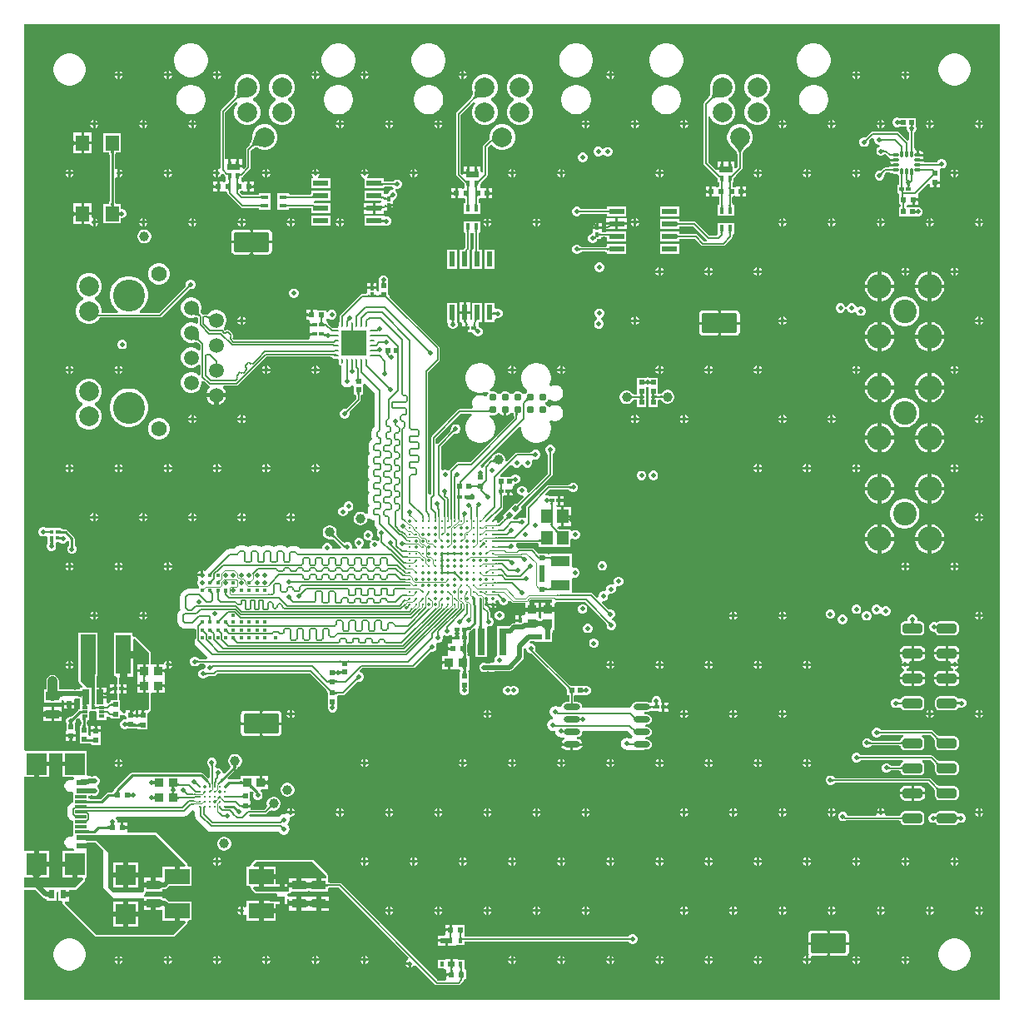
<source format=gtl>
G04*
G04 #@! TF.GenerationSoftware,Altium Limited,Altium Designer,23.0.1 (38)*
G04*
G04 Layer_Physical_Order=1*
G04 Layer_Color=255*
%FSLAX43Y43*%
%MOMM*%
G71*
G04*
G04 #@! TF.SameCoordinates,A2A41917-8E72-4AF7-8591-51E6FC7DF103*
G04*
G04*
G04 #@! TF.FilePolarity,Positive*
G04*
G01*
G75*
%ADD11C,0.250*%
%ADD12C,0.100*%
%ADD13C,0.200*%
%ADD14C,0.254*%
%ADD15C,0.150*%
%ADD16R,0.500X0.500*%
%ADD17R,1.550X0.600*%
%ADD18R,0.500X0.500*%
G04:AMPARAMS|DCode=19|XSize=0.35mm|YSize=0.6mm|CornerRadius=0.088mm|HoleSize=0mm|Usage=FLASHONLY|Rotation=0.000|XOffset=0mm|YOffset=0mm|HoleType=Round|Shape=RoundedRectangle|*
%AMROUNDEDRECTD19*
21,1,0.350,0.425,0,0,0.0*
21,1,0.175,0.600,0,0,0.0*
1,1,0.175,0.088,-0.213*
1,1,0.175,-0.088,-0.213*
1,1,0.175,-0.088,0.213*
1,1,0.175,0.088,0.213*
%
%ADD19ROUNDEDRECTD19*%
G04:AMPARAMS|DCode=20|XSize=0.35mm|YSize=0.6mm|CornerRadius=0.088mm|HoleSize=0mm|Usage=FLASHONLY|Rotation=90.000|XOffset=0mm|YOffset=0mm|HoleType=Round|Shape=RoundedRectangle|*
%AMROUNDEDRECTD20*
21,1,0.350,0.425,0,0,90.0*
21,1,0.175,0.600,0,0,90.0*
1,1,0.175,0.213,0.088*
1,1,0.175,0.213,-0.088*
1,1,0.175,-0.213,-0.088*
1,1,0.175,-0.213,0.088*
%
%ADD20ROUNDEDRECTD20*%
%ADD21R,0.500X0.420*%
%ADD22R,0.400X0.550*%
%ADD23R,0.400X0.850*%
%ADD24R,0.400X0.750*%
%ADD25R,0.420X0.500*%
%ADD26R,0.600X1.550*%
%ADD27R,0.750X0.400*%
%ADD28R,1.400X1.600*%
%ADD29R,2.600X2.600*%
G04:AMPARAMS|DCode=30|XSize=0.23mm|YSize=0.48mm|CornerRadius=0.058mm|HoleSize=0mm|Usage=FLASHONLY|Rotation=0.000|XOffset=0mm|YOffset=0mm|HoleType=Round|Shape=RoundedRectangle|*
%AMROUNDEDRECTD30*
21,1,0.230,0.365,0,0,0.0*
21,1,0.115,0.480,0,0,0.0*
1,1,0.115,0.058,-0.183*
1,1,0.115,-0.058,-0.183*
1,1,0.115,-0.058,0.183*
1,1,0.115,0.058,0.183*
%
%ADD30ROUNDEDRECTD30*%
G04:AMPARAMS|DCode=31|XSize=0.23mm|YSize=0.48mm|CornerRadius=0.058mm|HoleSize=0mm|Usage=FLASHONLY|Rotation=90.000|XOffset=0mm|YOffset=0mm|HoleType=Round|Shape=RoundedRectangle|*
%AMROUNDEDRECTD31*
21,1,0.230,0.365,0,0,90.0*
21,1,0.115,0.480,0,0,90.0*
1,1,0.115,0.183,0.058*
1,1,0.115,0.183,-0.058*
1,1,0.115,-0.183,-0.058*
1,1,0.115,-0.183,0.058*
%
%ADD31ROUNDEDRECTD31*%
%ADD32R,0.400X0.500*%
%ADD33R,0.750X0.500*%
%ADD34R,1.300X0.500*%
%ADD35R,0.400X0.400*%
%ADD36R,0.400X0.400*%
%ADD37C,0.410*%
%ADD38P,0.707X4X90.0*%
%ADD39R,1.200X1.400*%
%ADD40R,1.900X1.100*%
%ADD41O,1.700X0.600*%
%ADD42R,0.900X0.900*%
%ADD43R,0.800X2.700*%
%ADD44R,0.900X0.900*%
%ADD45R,0.600X0.300*%
%ADD46R,0.800X1.500*%
%ADD47R,0.400X1.730*%
%ADD48R,1.400X0.950*%
%ADD49R,2.500X1.500*%
%ADD50R,0.600X0.900*%
%ADD51R,2.000X2.000*%
%ADD52C,0.250*%
G04:AMPARAMS|DCode=53|XSize=1mm|YSize=2mm|CornerRadius=0.25mm|HoleSize=0mm|Usage=FLASHONLY|Rotation=90.000|XOffset=0mm|YOffset=0mm|HoleType=Round|Shape=RoundedRectangle|*
%AMROUNDEDRECTD53*
21,1,1.000,1.500,0,0,90.0*
21,1,0.500,2.000,0,0,90.0*
1,1,0.500,0.750,0.250*
1,1,0.500,0.750,-0.250*
1,1,0.500,-0.750,-0.250*
1,1,0.500,-0.750,0.250*
%
%ADD53ROUNDEDRECTD53*%
%ADD54R,1.500X4.000*%
%ADD55R,2.000X2.180*%
%ADD56R,1.060X0.600*%
%ADD57R,1.150X0.300*%
%ADD58C,0.260*%
%ADD59O,0.195X0.314*%
%ADD60O,0.314X0.195*%
%ADD112C,2.500*%
%ADD114C,0.147*%
%ADD115C,0.147*%
%ADD116C,1.000*%
G04:AMPARAMS|DCode=117|XSize=3.6mm|YSize=2mm|CornerRadius=0.1mm|HoleSize=0mm|Usage=FLASHONLY|Rotation=0.000|XOffset=0mm|YOffset=0mm|HoleType=Round|Shape=RoundedRectangle|*
%AMROUNDEDRECTD117*
21,1,3.600,1.800,0,0,0.0*
21,1,3.400,2.000,0,0,0.0*
1,1,0.200,1.700,-0.900*
1,1,0.200,-1.700,-0.900*
1,1,0.200,-1.700,0.900*
1,1,0.200,1.700,0.900*
%
%ADD117ROUNDEDRECTD117*%
%ADD118C,0.787*%
%ADD119C,0.089*%
%ADD120C,0.102*%
%ADD121C,0.195*%
%ADD122C,0.102*%
%ADD123C,0.089*%
%ADD124C,0.203*%
%ADD125C,0.500*%
%ADD126C,0.450*%
%ADD127C,0.152*%
%ADD128C,0.400*%
%ADD129C,1.000*%
%ADD130C,0.147*%
%ADD131C,0.135*%
%ADD132C,2.000*%
%ADD133C,3.250*%
%ADD134C,1.570*%
%ADD135C,1.500*%
%ADD136C,2.400*%
%ADD137C,0.460*%
%ADD138C,0.500*%
%ADD139C,0.356*%
%ADD140C,0.400*%
G36*
X19640Y24351D02*
X19631Y24336D01*
X19622Y24320D01*
X19615Y24304D01*
X19609Y24286D01*
X19605Y24267D01*
X19601Y24247D01*
X19598Y24225D01*
X19596Y24203D01*
X19596Y24179D01*
X19396Y24159D01*
X19395Y24183D01*
X19393Y24205D01*
X19390Y24226D01*
X19385Y24246D01*
X19379Y24264D01*
X19372Y24281D01*
X19363Y24296D01*
X19353Y24310D01*
X19342Y24323D01*
X19330Y24335D01*
X19650Y24364D01*
X19640Y24351D01*
D02*
G37*
G36*
X21946Y24203D02*
X21936Y24198D01*
X21926Y24191D01*
X21918Y24180D01*
X21911Y24166D01*
X21904Y24148D01*
X21899Y24127D01*
X21895Y24103D01*
X21893Y24076D01*
X21890Y24012D01*
X21636D01*
X21636Y24052D01*
X21629Y24150D01*
X21625Y24176D01*
X21619Y24197D01*
X21613Y24215D01*
X21606Y24230D01*
X21598Y24240D01*
X21589Y24247D01*
X21946Y24203D01*
D02*
G37*
G36*
X20201Y23267D02*
X20188Y23257D01*
X20176Y23246D01*
X20165Y23233D01*
X20156Y23219D01*
X20148Y23203D01*
X20142Y23185D01*
X20137Y23166D01*
X20133Y23146D01*
X20131Y23123D01*
X20130Y23100D01*
X19930Y23150D01*
X19930Y23173D01*
X19926Y23217D01*
X19923Y23238D01*
X19915Y23275D01*
X19909Y23292D01*
X19903Y23308D01*
X19895Y23323D01*
X19887Y23337D01*
X20201Y23267D01*
D02*
G37*
G36*
X4312Y24635D02*
X5566D01*
Y24135D01*
X4312D01*
Y23041D01*
X5305D01*
X5432Y22985D01*
X5438Y22811D01*
X5278Y22704D01*
X5181Y22744D01*
X4950D01*
X4738Y22656D01*
X4575Y22493D01*
X4487Y22280D01*
Y22050D01*
X4575Y21837D01*
X4738Y21674D01*
X4950Y21586D01*
X5181D01*
X5229Y21606D01*
X5381Y21497D01*
X5366Y21375D01*
X5366D01*
Y20496D01*
X5326Y20489D01*
X5137Y20362D01*
X4952Y20177D01*
X4825Y19987D01*
X4780Y19764D01*
Y19286D01*
X4825Y19063D01*
X4952Y18873D01*
X5137Y18688D01*
X5326Y18561D01*
X5366Y18554D01*
Y17175D01*
X5366D01*
X5381Y17053D01*
X5229Y16944D01*
X5181Y16964D01*
X4950D01*
X4738Y16876D01*
X4575Y16713D01*
X4487Y16500D01*
Y16270D01*
X4575Y16057D01*
X4738Y15894D01*
X4950Y15806D01*
X5181D01*
X5278Y15846D01*
X5438Y15739D01*
X5432Y15565D01*
X5305Y15509D01*
X4312D01*
Y14415D01*
X5566D01*
Y14165D01*
X5816D01*
Y12821D01*
X6333D01*
X6401Y12657D01*
X5532Y11788D01*
X3729D01*
Y11817D01*
X2621D01*
Y11788D01*
X408D01*
Y12821D01*
X1365D01*
X1363Y12835D01*
X1346Y12900D01*
X1323Y12955D01*
X1296Y13001D01*
X1263Y13036D01*
X1226Y13061D01*
X1183Y13076D01*
X1136Y13081D01*
X1386D01*
Y14165D01*
Y15509D01*
X408D01*
Y23041D01*
X1386D01*
Y24385D01*
X1636D01*
Y24635D01*
X2890D01*
Y25475D01*
X4312D01*
Y24635D01*
D02*
G37*
G36*
X13681Y22247D02*
X13679Y22272D01*
X13671Y22293D01*
X13658Y22312D01*
X13640Y22329D01*
X13617Y22343D01*
X13589Y22354D01*
X13558Y22362D01*
X13557Y22362D01*
X13543Y22358D01*
X13532Y22353D01*
X13522Y22347D01*
X13514Y22340D01*
Y22370D01*
X13473Y22373D01*
X13424Y22374D01*
Y22628D01*
X13473Y22630D01*
X13514Y22633D01*
Y22662D01*
X13522Y22656D01*
X13532Y22650D01*
X13543Y22645D01*
X13557Y22641D01*
X13558Y22640D01*
X13589Y22649D01*
X13617Y22660D01*
X13640Y22674D01*
X13658Y22691D01*
X13671Y22710D01*
X13679Y22731D01*
X13681Y22755D01*
Y22247D01*
D02*
G37*
G36*
X19563Y22537D02*
X19559Y22527D01*
X19557Y22515D01*
X19554Y22498D01*
X19550Y22455D01*
X19547Y22364D01*
X19547Y22327D01*
X19445D01*
X19445Y22364D01*
X19435Y22515D01*
X19432Y22527D01*
X19429Y22537D01*
X19425Y22542D01*
X19567D01*
X19563Y22537D01*
D02*
G37*
G36*
X20365Y22486D02*
X20353Y22484D01*
X20338Y22479D01*
X20321Y22471D01*
X20302Y22459D01*
X20281Y22443D01*
X20231Y22402D01*
X20172Y22348D01*
X20139Y22315D01*
X20067Y22387D01*
X20099Y22420D01*
X20195Y22529D01*
X20210Y22550D01*
X20222Y22569D01*
X20231Y22586D01*
X20236Y22601D01*
X20238Y22613D01*
X20365Y22486D01*
D02*
G37*
G36*
X17844Y22637D02*
X17852Y22623D01*
X17863Y22608D01*
X17891Y22571D01*
X17930Y22528D01*
X18006Y22448D01*
X17877Y22295D01*
X17859Y22311D01*
X17842Y22325D01*
X17825Y22337D01*
X17809Y22346D01*
X17792Y22353D01*
X17777Y22357D01*
X17761Y22360D01*
X17745Y22359D01*
X17730Y22357D01*
X17716Y22352D01*
X17838Y22649D01*
X17844Y22637D01*
D02*
G37*
G36*
X22606Y22269D02*
X22604Y22293D01*
X22596Y22314D01*
X22583Y22333D01*
X22565Y22350D01*
X22542Y22364D01*
X22514Y22375D01*
X22480Y22384D01*
X22442Y22391D01*
X22398Y22394D01*
X22349Y22396D01*
Y22650D01*
X22398Y22651D01*
X22442Y22655D01*
X22480Y22661D01*
X22514Y22670D01*
X22542Y22681D01*
X22565Y22695D01*
X22583Y22712D01*
X22596Y22731D01*
X22604Y22752D01*
X22606Y22777D01*
Y22269D01*
D02*
G37*
G36*
X15971Y22446D02*
X15977Y22429D01*
X15987Y22415D01*
X16001Y22402D01*
X16018Y22391D01*
X16040Y22383D01*
X16066Y22376D01*
X16096Y22371D01*
X16129Y22368D01*
X16167Y22367D01*
Y22172D01*
X16129Y22171D01*
X16096Y22168D01*
X16066Y22163D01*
X16040Y22156D01*
X16018Y22148D01*
X16001Y22137D01*
X15987Y22124D01*
X15977Y22110D01*
X15971Y22093D01*
X15969Y22074D01*
Y22464D01*
X15971Y22446D01*
D02*
G37*
G36*
X23483Y22380D02*
X23475Y22357D01*
Y22330D01*
X23483Y22300D01*
X23497Y22266D01*
X23519Y22228D01*
X23547Y22187D01*
X23583Y22142D01*
X23677Y22041D01*
X23497Y21861D01*
X23445Y21912D01*
X23352Y21991D01*
X23310Y22019D01*
X23273Y22041D01*
X23238Y22055D01*
X23208Y22063D01*
X23181D01*
X23158Y22055D01*
X23138Y22041D01*
X23497Y22400D01*
X23483Y22380D01*
D02*
G37*
G36*
X15623Y22083D02*
X15625Y22061D01*
X15626Y22058D01*
X15720D01*
X15702Y22056D01*
X15685Y22050D01*
X15670Y22040D01*
X15658Y22026D01*
X15647Y22008D01*
X15641Y21994D01*
X15645Y21984D01*
X15654Y21967D01*
X15663Y21952D01*
X15674Y21938D01*
X15686Y21925D01*
X15626D01*
X15624Y21897D01*
X15623Y21859D01*
X15428D01*
X15427Y21897D01*
X15424Y21925D01*
X15364D01*
X15376Y21938D01*
X15387Y21952D01*
X15396Y21967D01*
X15405Y21984D01*
X15409Y21994D01*
X15403Y22008D01*
X15392Y22026D01*
X15380Y22040D01*
X15365Y22050D01*
X15349Y22056D01*
X15330Y22058D01*
X15424D01*
X15425Y22061D01*
X15427Y22083D01*
X15428Y22107D01*
X15623D01*
X15623Y22083D01*
D02*
G37*
G36*
X19443Y21684D02*
X19432Y21673D01*
X19423Y21661D01*
X19414Y21649D01*
X19407Y21636D01*
X19400Y21623D01*
X19394Y21609D01*
X19389Y21594D01*
X19385Y21579D01*
X19382Y21564D01*
X19379Y21548D01*
X19235Y21692D01*
X19251Y21694D01*
X19267Y21698D01*
X19281Y21702D01*
X19296Y21707D01*
X19310Y21713D01*
X19323Y21720D01*
X19336Y21727D01*
X19348Y21736D01*
X19360Y21745D01*
X19371Y21756D01*
X19443Y21684D01*
D02*
G37*
G36*
X10003Y21641D02*
X10007Y21597D01*
X10013Y21559D01*
X10021Y21526D01*
X10032Y21498D01*
X10045Y21476D01*
X10061Y21458D01*
X10079Y21445D01*
X10099Y21437D01*
X10122Y21435D01*
X9628D01*
X9651Y21437D01*
X9671Y21445D01*
X9689Y21458D01*
X9705Y21476D01*
X9718Y21498D01*
X9729Y21526D01*
X9737Y21559D01*
X9743Y21597D01*
X9747Y21641D01*
X9748Y21689D01*
X10002D01*
X10003Y21641D01*
D02*
G37*
G36*
X16780Y21709D02*
X16785Y21693D01*
X16791Y21677D01*
X16799Y21660D01*
X16808Y21644D01*
X16819Y21627D01*
X16831Y21610D01*
X16859Y21577D01*
X16876Y21560D01*
X16762Y21391D01*
X16744Y21407D01*
X16727Y21421D01*
X16710Y21433D01*
X16693Y21444D01*
X16676Y21452D01*
X16659Y21458D01*
X16642Y21462D01*
X16625Y21464D01*
X16608Y21464D01*
X16592Y21462D01*
X16777Y21725D01*
X16780Y21709D01*
D02*
G37*
G36*
X15674Y21583D02*
X15663Y21569D01*
X15654Y21554D01*
X15645Y21537D01*
X15638Y21519D01*
X15633Y21501D01*
X15630Y21489D01*
X15631Y21480D01*
X15638Y21455D01*
X15647Y21434D01*
X15658Y21416D01*
X15670Y21402D01*
X15685Y21393D01*
X15702Y21387D01*
X15720Y21385D01*
X15330D01*
X15349Y21387D01*
X15365Y21393D01*
X15380Y21402D01*
X15392Y21416D01*
X15403Y21434D01*
X15412Y21455D01*
X15419Y21480D01*
X15420Y21489D01*
X15417Y21501D01*
X15412Y21519D01*
X15405Y21537D01*
X15396Y21554D01*
X15387Y21569D01*
X15376Y21583D01*
X15364Y21596D01*
X15686D01*
X15674Y21583D01*
D02*
G37*
G36*
X6713Y21931D02*
X6722Y21922D01*
X6737Y21914D01*
X6759Y21907D01*
X6786Y21901D01*
X6820Y21896D01*
X6905Y21890D01*
X7016Y21888D01*
Y21388D01*
X6712Y21378D01*
X6709Y21941D01*
X6713Y21931D01*
D02*
G37*
G36*
X18765Y21434D02*
X18749Y21431D01*
X18734Y21428D01*
X18719Y21424D01*
X18704Y21419D01*
X18690Y21413D01*
X18677Y21406D01*
X18664Y21399D01*
X18652Y21390D01*
X18641Y21381D01*
X18629Y21370D01*
X18557Y21442D01*
X18568Y21453D01*
X18577Y21465D01*
X18586Y21477D01*
X18593Y21490D01*
X18600Y21503D01*
X18606Y21517D01*
X18611Y21532D01*
X18615Y21547D01*
X18619Y21562D01*
X18621Y21578D01*
X18765Y21434D01*
D02*
G37*
G36*
X17626Y21392D02*
X17636Y21389D01*
X17648Y21386D01*
X17665Y21384D01*
X17708Y21380D01*
X17799Y21377D01*
X17836Y21376D01*
Y21274D01*
X17799Y21274D01*
X17648Y21265D01*
X17636Y21262D01*
X17626Y21258D01*
X17621Y21255D01*
Y21396D01*
X17626Y21392D01*
D02*
G37*
G36*
X13681Y20684D02*
X13679Y20708D01*
X13671Y20730D01*
X13658Y20749D01*
X13640Y20765D01*
X13617Y20779D01*
X13589Y20791D01*
X13558Y20799D01*
X13557Y20799D01*
X13543Y20794D01*
X13532Y20789D01*
X13522Y20783D01*
X13514Y20777D01*
Y20806D01*
X13473Y20810D01*
X13424Y20811D01*
Y21065D01*
X13473Y21066D01*
X13514Y21070D01*
Y21099D01*
X13522Y21093D01*
X13532Y21087D01*
X13543Y21082D01*
X13557Y21077D01*
X13558Y21077D01*
X13589Y21085D01*
X13617Y21097D01*
X13640Y21111D01*
X13658Y21127D01*
X13671Y21146D01*
X13679Y21168D01*
X13681Y21192D01*
Y20684D01*
D02*
G37*
G36*
X11125Y21412D02*
X11132Y21392D01*
X11145Y21374D01*
X11163Y21358D01*
X11186Y21345D01*
X11213Y21334D01*
X11246Y21326D01*
X11256Y21324D01*
X11268Y21327D01*
X11282Y21332D01*
X11294Y21337D01*
X11303Y21343D01*
X11311Y21349D01*
Y21318D01*
X11328Y21316D01*
X11376Y21315D01*
Y21061D01*
X11328Y21060D01*
X11311Y21058D01*
Y21027D01*
X11303Y21033D01*
X11294Y21039D01*
X11282Y21044D01*
X11268Y21049D01*
X11256Y21052D01*
X11246Y21050D01*
X11213Y21042D01*
X11186Y21031D01*
X11163Y21018D01*
X11145Y21002D01*
X11132Y20984D01*
X11125Y20964D01*
X11122Y20941D01*
Y21435D01*
X11125Y21412D01*
D02*
G37*
G36*
X9628Y20941D02*
X9626Y20964D01*
X9618Y20984D01*
X9605Y21002D01*
X9587Y21018D01*
X9565Y21031D01*
X9537Y21042D01*
X9504Y21050D01*
X9466Y21056D01*
X9422Y21060D01*
X9374Y21061D01*
Y21315D01*
X9422Y21316D01*
X9466Y21320D01*
X9504Y21326D01*
X9537Y21334D01*
X9565Y21345D01*
X9587Y21358D01*
X9605Y21374D01*
X9618Y21392D01*
X9626Y21412D01*
X9628Y21435D01*
Y20941D01*
D02*
G37*
G36*
X22631Y20868D02*
X22629Y20886D01*
X22623Y20903D01*
X22613Y20918D01*
X22599Y20930D01*
X22582Y20941D01*
X22560Y20950D01*
X22534Y20957D01*
X22504Y20962D01*
X22471Y20964D01*
X22433Y20965D01*
Y21160D01*
X22471Y21161D01*
X22504Y21164D01*
X22534Y21169D01*
X22560Y21176D01*
X22582Y21185D01*
X22599Y21196D01*
X22613Y21208D01*
X22623Y21223D01*
X22629Y21239D01*
X22631Y21258D01*
Y20868D01*
D02*
G37*
G36*
X20242Y20954D02*
X20380Y21051D01*
X20379Y21037D01*
X20379Y21022D01*
X20381Y21008D01*
X20384Y20995D01*
X20389Y20982D01*
X20394Y20969D01*
X20401Y20956D01*
X20409Y20944D01*
X20419Y20932D01*
X20429Y20921D01*
X20344Y20864D01*
X20333Y20875D01*
X20310Y20894D01*
X20298Y20902D01*
X20286Y20910D01*
X20273Y20917D01*
X20260Y20923D01*
X20246Y20928D01*
X20240Y20930D01*
X20232Y20929D01*
X20217Y20925D01*
X20203Y20920D01*
X20190Y20915D01*
X20177Y20908D01*
X20165Y20900D01*
X20153Y20892D01*
X20141Y20882D01*
X20130Y20872D01*
X20059Y20943D01*
X20070Y20954D01*
X20079Y20965D01*
X20087Y20977D01*
X20095Y20990D01*
X20102Y21003D01*
X20107Y21016D01*
X20112Y21030D01*
X20116Y21045D01*
X20119Y21060D01*
X20121Y21075D01*
X20242Y20954D01*
D02*
G37*
G36*
X15971Y21112D02*
X15977Y21095D01*
X15987Y21081D01*
X16001Y21068D01*
X16018Y21057D01*
X16040Y21048D01*
X16066Y21042D01*
X16096Y21037D01*
X16129Y21034D01*
X16167Y21033D01*
Y20838D01*
X16129Y20837D01*
X16096Y20834D01*
X16066Y20829D01*
X16040Y20822D01*
X16018Y20814D01*
X16001Y20803D01*
X15987Y20790D01*
X15977Y20775D01*
X15971Y20759D01*
X15969Y20740D01*
Y21130D01*
X15971Y21112D01*
D02*
G37*
G36*
X99592Y408D02*
X408D01*
Y11584D01*
X1535D01*
X2278Y10841D01*
X2278Y10841D01*
X2362Y10786D01*
X2362Y10785D01*
X2383Y10753D01*
X2404Y10721D01*
X2405Y10720D01*
X2406Y10719D01*
X2438Y10697D01*
X2470Y10676D01*
X2471Y10675D01*
X2472Y10675D01*
X2510Y10667D01*
X2548Y10659D01*
X2606Y10658D01*
X2675Y10654D01*
Y10463D01*
X3675D01*
Y11326D01*
X3875Y11465D01*
Y10463D01*
X4176D01*
X4293Y10263D01*
X4289Y10245D01*
X4305Y10167D01*
X4349Y10101D01*
X7581Y6869D01*
X7647Y6825D01*
X7725Y6809D01*
X15553D01*
X15553Y6809D01*
X15631Y6825D01*
X15697Y6869D01*
X16954Y8126D01*
X16998Y8192D01*
X17013Y8270D01*
X17010Y8288D01*
X17126Y8488D01*
X17428D01*
Y10388D01*
X15078D01*
X14957Y10510D01*
X14873Y10565D01*
X14873Y10566D01*
X14852Y10597D01*
X14832Y10629D01*
X14830Y10630D01*
X14829Y10632D01*
X14798Y10653D01*
X14767Y10674D01*
X14765Y10675D01*
X14763Y10676D01*
X14726Y10684D01*
X14690Y10692D01*
X14603Y10694D01*
X14534Y10700D01*
X14477Y10708D01*
X14435Y10719D01*
X14407Y10729D01*
X14403Y10731D01*
Y10913D01*
X14204D01*
X14200Y10914D01*
X14195Y10913D01*
X12603D01*
Y10913D01*
X12603Y10913D01*
X12588Y10934D01*
X12632Y11173D01*
X12662Y11194D01*
X12693Y11215D01*
X12694Y11217D01*
X12697Y11219D01*
X12716Y11250D01*
X12737Y11281D01*
X12738Y11284D01*
X12739Y11286D01*
X12745Y11323D01*
X12753Y11359D01*
Y11413D01*
X14195D01*
X14200Y11412D01*
X14204Y11413D01*
X14403D01*
Y11595D01*
X14407Y11597D01*
X14435Y11607D01*
X14477Y11618D01*
X14534Y11626D01*
X14603Y11632D01*
X14690Y11634D01*
X14726Y11642D01*
X14763Y11650D01*
X14765Y11651D01*
X14767Y11652D01*
X14798Y11673D01*
X14829Y11694D01*
X14830Y11696D01*
X14832Y11697D01*
X14852Y11729D01*
X14873Y11760D01*
X14873Y11761D01*
X14957Y11816D01*
X15128Y11988D01*
X17428D01*
Y13888D01*
X17126D01*
X17010Y14088D01*
X17013Y14106D01*
X16998Y14184D01*
X16954Y14250D01*
X16954Y14250D01*
X13885Y17319D01*
X13819Y17363D01*
X13741Y17379D01*
X11042D01*
X10854Y17409D01*
X10854Y17579D01*
Y17786D01*
X10851D01*
Y17779D01*
X10803Y17778D01*
X10782Y17776D01*
X10781Y17743D01*
X10773Y17750D01*
X10764Y17756D01*
X10752Y17762D01*
X10739Y17766D01*
X10726Y17770D01*
X10721Y17769D01*
X10688Y17761D01*
X10661Y17751D01*
X10638Y17738D01*
X10620Y17724D01*
X10607Y17707D01*
X10600Y17688D01*
X10597Y17666D01*
Y17786D01*
X10350D01*
Y17913D01*
X10223D01*
Y18417D01*
X10034D01*
X9846Y18417D01*
X9834Y18607D01*
X9760Y18784D01*
X9733Y18812D01*
X9816Y19012D01*
X16615D01*
X16617Y19011D01*
X16841Y19056D01*
X17030Y19183D01*
X17499Y19652D01*
X17500Y19652D01*
X17624Y19638D01*
X17761Y19449D01*
X17744Y19363D01*
Y19125D01*
X17789Y18902D01*
X17915Y18712D01*
X18979Y17648D01*
X19169Y17522D01*
X19392Y17477D01*
X26249D01*
X26386Y17339D01*
X26576Y17213D01*
X26800Y17168D01*
X27024Y17213D01*
X27214Y17339D01*
X27340Y17529D01*
X27385Y17753D01*
X27340Y17977D01*
X27214Y18167D01*
X27147Y18233D01*
X27214Y18299D01*
X27340Y18489D01*
X27385Y18713D01*
X27358Y18848D01*
X27364Y18866D01*
X27489Y19021D01*
X27510Y19033D01*
X27586D01*
X27744Y19098D01*
X27865Y19219D01*
X27913Y19336D01*
X26969D01*
X26939Y19304D01*
X26894Y19279D01*
X26800Y19298D01*
X26576Y19253D01*
X26386Y19127D01*
X26249Y18989D01*
X23360D01*
X23260Y19189D01*
X23312Y19257D01*
X24898D01*
X24986Y19275D01*
X25060Y19324D01*
X25319Y19583D01*
X25329Y19581D01*
X25332Y19581D01*
X25334Y19580D01*
X25371Y19588D01*
X25407Y19594D01*
X25410Y19595D01*
X25412Y19596D01*
X25443Y19617D01*
X25475Y19636D01*
X25496Y19656D01*
X25510Y19668D01*
X25520Y19675D01*
X25658Y19638D01*
X25842D01*
X26020Y19686D01*
X26180Y19778D01*
X26310Y19908D01*
X26402Y20068D01*
X26450Y20246D01*
Y20430D01*
X26402Y20608D01*
X26310Y20768D01*
X26180Y20898D01*
X26020Y20990D01*
X25842Y21038D01*
X25658D01*
X25480Y20990D01*
X25320Y20898D01*
X25190Y20768D01*
X25098Y20608D01*
X25050Y20430D01*
Y20246D01*
X25087Y20107D01*
X25080Y20098D01*
X25068Y20083D01*
X25048Y20062D01*
X25029Y20031D01*
X25008Y20000D01*
X25008Y19997D01*
X25006Y19995D01*
X25000Y19959D01*
X24993Y19922D01*
X24993Y19919D01*
X24993Y19917D01*
X24995Y19907D01*
X24804Y19715D01*
X23379D01*
Y19961D01*
X23369D01*
X23370Y19943D01*
X23356Y19955D01*
X23347Y19961D01*
X23146D01*
X23140Y19955D01*
X23130Y19941D01*
X23124Y19924D01*
X23122Y19905D01*
Y19961D01*
X22875D01*
Y20215D01*
X23122D01*
Y20295D01*
X23124Y20277D01*
X23130Y20260D01*
X23140Y20246D01*
X23153Y20233D01*
X23171Y20222D01*
X23189Y20215D01*
X23279D01*
X23295Y20222D01*
X23312Y20231D01*
X23326Y20241D01*
X23340Y20252D01*
X23352Y20265D01*
X23355Y20215D01*
X23379D01*
Y20592D01*
X23379D01*
X23325Y20638D01*
Y21501D01*
X23346Y21538D01*
X23357Y21550D01*
X23590Y21582D01*
X23731Y21441D01*
X23666Y21284D01*
Y21092D01*
X23740Y20914D01*
X23876Y20778D01*
X24054Y20704D01*
X24246D01*
X24424Y20778D01*
X24560Y20914D01*
X24634Y21092D01*
Y21284D01*
X24560Y21462D01*
X24439Y21584D01*
X24445Y21651D01*
X24499Y21784D01*
X25154D01*
Y22361D01*
X25151D01*
X25102Y22360D01*
X25061Y22356D01*
Y22327D01*
X25053Y22333D01*
X25044Y22339D01*
X25032Y22344D01*
X25018Y22349D01*
X25018Y22349D01*
X24986Y22341D01*
X24958Y22329D01*
X24935Y22315D01*
X24917Y22299D01*
X24904Y22280D01*
X24897Y22258D01*
X24894Y22234D01*
Y22361D01*
X24450D01*
Y22488D01*
X24323D01*
Y23192D01*
X23746D01*
X23746Y23192D01*
X23746Y23192D01*
X23568Y23138D01*
X22400D01*
Y22856D01*
X22386Y22855D01*
X22344Y22853D01*
X22308Y22845D01*
X22271Y22838D01*
X22269Y22837D01*
X22266Y22836D01*
X22236Y22814D01*
X22205Y22794D01*
X22203Y22792D01*
X22201Y22790D01*
X22196Y22782D01*
X21210D01*
X21176Y22775D01*
X21077Y22959D01*
X21934Y23816D01*
X21962Y23821D01*
X21965Y23823D01*
X21968Y23823D01*
X21999Y23843D01*
X22030Y23863D01*
X22032Y23866D01*
X22035Y23868D01*
X22055Y23898D01*
X22076Y23927D01*
X22077Y23931D01*
X22079Y23934D01*
X22086Y23969D01*
X22094Y24005D01*
X22095Y24036D01*
X22255Y24128D01*
X22385Y24258D01*
X22477Y24418D01*
X22525Y24596D01*
Y24780D01*
X22477Y24958D01*
X22385Y25118D01*
X22255Y25248D01*
X22095Y25340D01*
X21917Y25388D01*
X21733D01*
X21555Y25340D01*
X21395Y25248D01*
X21265Y25118D01*
X21173Y24958D01*
X21125Y24780D01*
Y24596D01*
X21173Y24418D01*
X21265Y24258D01*
X21395Y24128D01*
X21324Y23938D01*
X20764Y23378D01*
X20564Y23461D01*
Y23558D01*
X20490Y23736D01*
X20354Y23872D01*
X20176Y23946D01*
X19984D01*
X19824Y24081D01*
X19811Y24164D01*
X19885Y24239D01*
X19959Y24417D01*
Y24609D01*
X19885Y24787D01*
X19749Y24923D01*
X19571Y24997D01*
X19379D01*
X19201Y24923D01*
X19065Y24787D01*
X18991Y24609D01*
Y24417D01*
X19065Y24239D01*
X19201Y24103D01*
X19204Y24101D01*
X19210Y24076D01*
X19214Y24070D01*
X19216Y24062D01*
X19237Y24037D01*
X19256Y24011D01*
X19262Y24007D01*
X19264Y24004D01*
Y22973D01*
X19064Y22890D01*
X18566Y23389D01*
X18482Y23445D01*
X18383Y23464D01*
X11357D01*
X11257Y23445D01*
X11173Y23389D01*
X9692Y21907D01*
X9672Y21878D01*
X9670Y21877D01*
X9639Y21857D01*
X9607Y21837D01*
X9606Y21835D01*
X9604Y21833D01*
X9583Y21802D01*
X9562Y21772D01*
X9561Y21769D01*
X9560Y21767D01*
X9552Y21730D01*
X9544Y21694D01*
X9543Y21652D01*
X9542Y21638D01*
X9425D01*
Y21521D01*
X9411Y21520D01*
X9369Y21519D01*
X9333Y21511D01*
X9296Y21503D01*
X9294Y21502D01*
X9291Y21501D01*
X9261Y21480D01*
X9230Y21459D01*
X9228Y21457D01*
X9226Y21456D01*
X9221Y21447D01*
X8950D01*
X8851Y21427D01*
X8767Y21371D01*
X8180Y20784D01*
X7119D01*
X7113Y20793D01*
X7112Y20794D01*
X7111Y20796D01*
X7079Y20817D01*
X7048Y20839D01*
X7046Y20839D01*
X7045Y20840D01*
X7007Y20848D01*
X6970Y20856D01*
X6916Y20857D01*
Y21151D01*
X6919Y21154D01*
X7112D01*
X7283Y21225D01*
X7454Y21154D01*
X7646D01*
X7824Y21228D01*
X7960Y21364D01*
X8034Y21542D01*
Y21734D01*
X7960Y21912D01*
X7847Y22025D01*
X7845Y22155D01*
X7864Y22248D01*
X7874Y22253D01*
X8010Y22389D01*
X8084Y22567D01*
Y22759D01*
X8010Y22937D01*
X7874Y23073D01*
X7696Y23147D01*
X7504D01*
X7326Y23073D01*
X7314Y23062D01*
X7290Y23087D01*
X7112Y23160D01*
X6919D01*
X6766Y23263D01*
Y25675D01*
X4366D01*
Y25675D01*
X4359Y25670D01*
X4312Y25679D01*
X2890D01*
X2842Y25670D01*
X2836Y25675D01*
Y25675D01*
X436D01*
X408Y25864D01*
Y99592D01*
X99592D01*
Y408D01*
D02*
G37*
G36*
X20639Y20712D02*
X20674Y20682D01*
X20690Y20671D01*
X20704Y20663D01*
X20718Y20656D01*
X20731Y20653D01*
X20742Y20652D01*
X20752Y20653D01*
X20762Y20656D01*
X20594Y20563D01*
X20595Y20572D01*
X20595Y20581D01*
X20592Y20591D01*
X20589Y20601D01*
X20583Y20612D01*
X20577Y20624D01*
X20568Y20636D01*
X20558Y20648D01*
X20534Y20675D01*
X20620Y20730D01*
X20639Y20712D01*
D02*
G37*
G36*
X17600Y20669D02*
X17606Y20667D01*
X17613Y20665D01*
X17622Y20664D01*
X17645Y20661D01*
X17675Y20659D01*
X17711Y20659D01*
Y20570D01*
X17692Y20570D01*
X17622Y20565D01*
X17613Y20564D01*
X17606Y20562D01*
X17600Y20560D01*
X17596Y20557D01*
Y20672D01*
X17600Y20669D01*
D02*
G37*
G36*
X19941Y20683D02*
X19931Y20672D01*
X19921Y20661D01*
X19913Y20648D01*
X19905Y20636D01*
X19898Y20623D01*
X19893Y20610D01*
X19888Y20596D01*
X19884Y20581D01*
X19881Y20566D01*
X19880Y20551D01*
X19738Y20692D01*
X19753Y20694D01*
X19768Y20697D01*
X19783Y20701D01*
X19797Y20706D01*
X19810Y20711D01*
X19823Y20718D01*
X19836Y20726D01*
X19848Y20734D01*
X19859Y20744D01*
X19870Y20754D01*
X19941Y20683D01*
D02*
G37*
G36*
X22631Y19893D02*
X22629Y19911D01*
X22623Y19928D01*
X22613Y19943D01*
X22599Y19955D01*
X22582Y19966D01*
X22560Y19975D01*
X22534Y19982D01*
X22504Y19987D01*
X22471Y19990D01*
X22433Y19990D01*
Y20185D01*
X22471Y20186D01*
X22504Y20189D01*
X22534Y20194D01*
X22560Y20201D01*
X22582Y20210D01*
X22599Y20221D01*
X22613Y20233D01*
X22623Y20248D01*
X22629Y20264D01*
X22631Y20283D01*
Y19893D01*
D02*
G37*
G36*
X25562Y19875D02*
X25542Y19881D01*
X25522Y19884D01*
X25501Y19883D01*
X25479Y19879D01*
X25456Y19872D01*
X25433Y19861D01*
X25409Y19847D01*
X25385Y19830D01*
X25360Y19809D01*
X25334Y19784D01*
X25196Y19922D01*
X25221Y19948D01*
X25242Y19973D01*
X25259Y19997D01*
X25273Y20021D01*
X25284Y20044D01*
X25291Y20067D01*
X25295Y20089D01*
X25296Y20110D01*
X25293Y20130D01*
X25287Y20150D01*
X25562Y19875D01*
D02*
G37*
G36*
X22110Y19783D02*
X22144Y19754D01*
X22160Y19742D01*
X22175Y19732D01*
X22189Y19725D01*
X22202Y19719D01*
X22214Y19716D01*
X22226Y19714D01*
X22236Y19714D01*
X22038Y19460D01*
X22036Y19469D01*
X22033Y19478D01*
X22027Y19489D01*
X22020Y19501D01*
X22011Y19514D01*
X21988Y19543D01*
X21957Y19576D01*
X21939Y19594D01*
X22092Y19801D01*
X22110Y19783D01*
D02*
G37*
G36*
X20110Y19575D02*
X20223Y19475D01*
X20235Y19469D01*
X20243Y19464D01*
X20250Y19463D01*
X20150Y19363D01*
X20149Y19370D01*
X20145Y19378D01*
X20138Y19390D01*
X20128Y19403D01*
X20100Y19436D01*
X20038Y19503D01*
X20012Y19529D01*
X20084Y19601D01*
X20110Y19575D01*
D02*
G37*
G36*
X9478Y18366D02*
X9480Y18346D01*
X9511D01*
X9505Y18338D01*
X9499Y18329D01*
X9494Y18317D01*
X9489Y18304D01*
X9487Y18292D01*
X9488Y18284D01*
X9496Y18251D01*
X9507Y18223D01*
X9520Y18201D01*
X9536Y18183D01*
X9554Y18170D01*
X9574Y18162D01*
X9597Y18160D01*
X9103D01*
X9126Y18162D01*
X9146Y18170D01*
X9164Y18183D01*
X9180Y18201D01*
X9193Y18223D01*
X9204Y18251D01*
X9212Y18284D01*
X9214Y18292D01*
X9211Y18304D01*
X9206Y18317D01*
X9201Y18329D01*
X9196Y18338D01*
X9189Y18346D01*
X9220D01*
X9222Y18366D01*
X9223Y18414D01*
X9477D01*
X9478Y18366D01*
D02*
G37*
G36*
X9103Y17666D02*
X9101Y17689D01*
X9093Y17709D01*
X9080Y17727D01*
X9062Y17743D01*
X9040Y17756D01*
X9012Y17767D01*
X8979Y17775D01*
X8941Y17781D01*
X8897Y17785D01*
X8849Y17786D01*
Y18040D01*
X8897Y18041D01*
X8941Y18045D01*
X8979Y18051D01*
X9012Y18059D01*
X9040Y18070D01*
X9062Y18083D01*
X9080Y18099D01*
X9093Y18117D01*
X9101Y18137D01*
X9103Y18160D01*
Y17666D01*
D02*
G37*
G36*
X6715Y17668D02*
X6723Y17665D01*
X6735Y17662D01*
X6753Y17659D01*
X6804Y17655D01*
X6966Y17652D01*
Y17398D01*
X6918Y17398D01*
X6723Y17385D01*
X6715Y17382D01*
X6712Y17378D01*
Y17672D01*
X6715Y17668D01*
D02*
G37*
G36*
X16809Y14106D02*
X16741Y13942D01*
X16228D01*
Y12938D01*
X15728D01*
Y13942D01*
X14474D01*
Y12988D01*
X14457Y12817D01*
X14296Y12817D01*
X13753D01*
Y12088D01*
X13503D01*
Y11838D01*
X12549D01*
Y11470D01*
X12549Y11359D01*
X12399Y11292D01*
X9433Y11292D01*
X8975Y11750D01*
X8975Y15288D01*
X8593Y15670D01*
X8588Y15691D01*
X8544Y15757D01*
X7782Y16519D01*
X7716Y16563D01*
X7696Y16567D01*
X7688Y16575D01*
X7658D01*
X7638Y16579D01*
X6716D01*
X6710Y16578D01*
X5959Y17003D01*
X6005Y17175D01*
X6708D01*
X6712Y17174D01*
X6717Y17175D01*
X13741D01*
X16809Y14106D01*
D02*
G37*
G36*
X14204Y12518D02*
X14219Y12480D01*
X14243Y12447D01*
X14277Y12418D01*
X14321Y12393D01*
X14374Y12373D01*
X14437Y12358D01*
X14510Y12347D01*
X14593Y12340D01*
X14685Y12338D01*
Y11838D01*
X14593Y11836D01*
X14510Y11829D01*
X14437Y11818D01*
X14374Y11802D01*
X14321Y11782D01*
X14277Y11758D01*
X14243Y11729D01*
X14219Y11696D01*
X14204Y11658D01*
X14200Y11616D01*
Y12560D01*
X14204Y12518D01*
D02*
G37*
G36*
X8400Y15613D02*
Y11831D01*
X9518Y10713D01*
X12549D01*
Y10488D01*
X13503D01*
Y10238D01*
X13753D01*
Y9509D01*
X14457D01*
X14474Y9338D01*
Y8434D01*
X15728D01*
Y9438D01*
X16228D01*
Y8434D01*
X16741D01*
X16809Y8270D01*
X15553Y7013D01*
X7725D01*
X4493Y10245D01*
X4561Y10409D01*
X4929D01*
Y10862D01*
X4788Y10850D01*
X4752Y10843D01*
X4722Y10835D01*
X4699Y10825D01*
X4682Y10813D01*
X4672Y10800D01*
X4669Y10785D01*
Y10986D01*
X4375D01*
Y11240D01*
X4669D01*
Y11441D01*
X4672Y11426D01*
X4682Y11413D01*
X4699Y11401D01*
X4722Y11391D01*
X4752Y11382D01*
X4788Y11375D01*
X4831Y11370D01*
X4929Y11364D01*
Y11563D01*
X5323D01*
X5344Y11584D01*
X5532D01*
X5611Y11600D01*
X5677Y11644D01*
X5677Y11644D01*
X6545Y12513D01*
X6590Y12579D01*
X6605Y12657D01*
X6594Y12714D01*
X6639Y12788D01*
X6721Y12875D01*
X6766D01*
Y15455D01*
X6716D01*
Y16375D01*
X7638D01*
X8400Y15613D01*
D02*
G37*
G36*
X2881Y10785D02*
X2878Y10800D01*
X2868Y10813D01*
X2851Y10825D01*
X2828Y10835D01*
X2798Y10843D01*
X2762Y10850D01*
X2719Y10856D01*
X2613Y10862D01*
X2550Y10863D01*
Y11363D01*
X2613Y11364D01*
X2762Y11375D01*
X2798Y11382D01*
X2828Y11391D01*
X2851Y11401D01*
X2868Y11413D01*
X2878Y11426D01*
X2881Y11441D01*
Y10785D01*
D02*
G37*
G36*
X14204Y10668D02*
X14219Y10630D01*
X14243Y10597D01*
X14277Y10568D01*
X14321Y10543D01*
X14374Y10523D01*
X14437Y10508D01*
X14510Y10497D01*
X14593Y10490D01*
X14685Y10488D01*
Y9988D01*
X14593Y9986D01*
X14510Y9979D01*
X14437Y9968D01*
X14374Y9952D01*
X14321Y9932D01*
X14277Y9908D01*
X14243Y9879D01*
X14219Y9846D01*
X14204Y9808D01*
X14200Y9766D01*
Y10710D01*
X14204Y10668D01*
D02*
G37*
%LPC*%
G36*
X2890Y24135D02*
X1886D01*
Y23041D01*
X2890D01*
Y24135D01*
D02*
G37*
G36*
Y15509D02*
X1886D01*
Y14415D01*
X2890D01*
Y15509D01*
D02*
G37*
G36*
X5316Y13915D02*
X4312D01*
Y12821D01*
X5316D01*
Y13915D01*
D02*
G37*
G36*
X2890D02*
X1886D01*
Y13081D01*
X2136D01*
X2088Y13076D01*
X2046Y13061D01*
X2008Y13036D01*
X1976Y13001D01*
X1948Y12955D01*
X1926Y12900D01*
X1908Y12835D01*
X1906Y12821D01*
X2890D01*
Y13915D01*
D02*
G37*
G36*
X90127Y94876D02*
Y94590D01*
X90413D01*
X90365Y94707D01*
X90244Y94828D01*
X90127Y94876D01*
D02*
G37*
G36*
X89873D02*
X89756Y94828D01*
X89636Y94707D01*
X89587Y94590D01*
X89873D01*
Y94876D01*
D02*
G37*
G36*
X85127D02*
Y94590D01*
X85413D01*
X85365Y94707D01*
X85244Y94828D01*
X85127Y94876D01*
D02*
G37*
G36*
X84873D02*
X84756Y94828D01*
X84636Y94707D01*
X84587Y94590D01*
X84873D01*
Y94876D01*
D02*
G37*
G36*
X60127D02*
Y94590D01*
X60413D01*
X60365Y94707D01*
X60244Y94828D01*
X60127Y94876D01*
D02*
G37*
G36*
X59873D02*
X59756Y94828D01*
X59636Y94707D01*
X59587Y94590D01*
X59873D01*
Y94876D01*
D02*
G37*
G36*
X45127D02*
Y94590D01*
X45413D01*
X45365Y94707D01*
X45244Y94828D01*
X45127Y94876D01*
D02*
G37*
G36*
X44873D02*
X44756Y94828D01*
X44636Y94707D01*
X44587Y94590D01*
X44873D01*
Y94876D01*
D02*
G37*
G36*
X35127D02*
Y94590D01*
X35413D01*
X35365Y94707D01*
X35244Y94828D01*
X35127Y94876D01*
D02*
G37*
G36*
X34873D02*
X34756Y94828D01*
X34636Y94707D01*
X34587Y94590D01*
X34873D01*
Y94876D01*
D02*
G37*
G36*
X30127D02*
Y94590D01*
X30413D01*
X30365Y94707D01*
X30244Y94828D01*
X30127Y94876D01*
D02*
G37*
G36*
X29873D02*
X29756Y94828D01*
X29636Y94707D01*
X29587Y94590D01*
X29873D01*
Y94876D01*
D02*
G37*
G36*
X20127D02*
Y94590D01*
X20413D01*
X20365Y94707D01*
X20244Y94828D01*
X20127Y94876D01*
D02*
G37*
G36*
X19873D02*
X19756Y94828D01*
X19636Y94707D01*
X19587Y94590D01*
X19873D01*
Y94876D01*
D02*
G37*
G36*
X15127D02*
Y94590D01*
X15413D01*
X15365Y94707D01*
X15244Y94828D01*
X15127Y94876D01*
D02*
G37*
G36*
X14873D02*
X14756Y94828D01*
X14636Y94707D01*
X14587Y94590D01*
X14873D01*
Y94876D01*
D02*
G37*
G36*
X10127D02*
Y94590D01*
X10413D01*
X10365Y94707D01*
X10244Y94828D01*
X10127Y94876D01*
D02*
G37*
G36*
X9873D02*
X9756Y94828D01*
X9636Y94707D01*
X9587Y94590D01*
X9873D01*
Y94876D01*
D02*
G37*
G36*
X80849Y97653D02*
X80511D01*
X80178Y97587D01*
X79865Y97457D01*
X79584Y97269D01*
X79344Y97029D01*
X79156Y96748D01*
X79026Y96435D01*
X78960Y96102D01*
Y95764D01*
X79026Y95431D01*
X79156Y95118D01*
X79344Y94837D01*
X79584Y94597D01*
X79865Y94409D01*
X80178Y94279D01*
X80511Y94213D01*
X80849D01*
X81182Y94279D01*
X81495Y94409D01*
X81776Y94597D01*
X82016Y94837D01*
X82204Y95118D01*
X82334Y95431D01*
X82400Y95764D01*
Y96102D01*
X82334Y96435D01*
X82204Y96748D01*
X82016Y97029D01*
X81776Y97269D01*
X81495Y97457D01*
X81182Y97587D01*
X80849Y97653D01*
D02*
G37*
G36*
X65849D02*
X65511D01*
X65178Y97587D01*
X64865Y97457D01*
X64584Y97269D01*
X64344Y97029D01*
X64156Y96748D01*
X64026Y96435D01*
X63960Y96102D01*
Y95764D01*
X64026Y95431D01*
X64156Y95118D01*
X64344Y94837D01*
X64584Y94597D01*
X64865Y94409D01*
X65178Y94279D01*
X65511Y94213D01*
X65849D01*
X66182Y94279D01*
X66495Y94409D01*
X66776Y94597D01*
X67016Y94837D01*
X67204Y95118D01*
X67334Y95431D01*
X67400Y95764D01*
Y96102D01*
X67334Y96435D01*
X67204Y96748D01*
X67016Y97029D01*
X66776Y97269D01*
X66495Y97457D01*
X66182Y97587D01*
X65849Y97653D01*
D02*
G37*
G36*
X56682D02*
X56343D01*
X56011Y97587D01*
X55698Y97457D01*
X55416Y97269D01*
X55177Y97029D01*
X54988Y96748D01*
X54859Y96435D01*
X54793Y96102D01*
Y95764D01*
X54859Y95431D01*
X54988Y95118D01*
X55177Y94837D01*
X55416Y94597D01*
X55698Y94409D01*
X56011Y94279D01*
X56343Y94213D01*
X56682D01*
X57014Y94279D01*
X57327Y94409D01*
X57609Y94597D01*
X57849Y94837D01*
X58037Y95118D01*
X58166Y95431D01*
X58233Y95764D01*
Y96102D01*
X58166Y96435D01*
X58037Y96748D01*
X57849Y97029D01*
X57609Y97269D01*
X57327Y97457D01*
X57014Y97587D01*
X56682Y97653D01*
D02*
G37*
G36*
X41682D02*
X41343D01*
X41011Y97587D01*
X40698Y97457D01*
X40416Y97269D01*
X40177Y97029D01*
X39988Y96748D01*
X39859Y96435D01*
X39793Y96102D01*
Y95764D01*
X39859Y95431D01*
X39988Y95118D01*
X40177Y94837D01*
X40416Y94597D01*
X40698Y94409D01*
X41011Y94279D01*
X41343Y94213D01*
X41682D01*
X42014Y94279D01*
X42327Y94409D01*
X42609Y94597D01*
X42849Y94837D01*
X43037Y95118D01*
X43166Y95431D01*
X43233Y95764D01*
Y96102D01*
X43166Y96435D01*
X43037Y96748D01*
X42849Y97029D01*
X42609Y97269D01*
X42327Y97457D01*
X42014Y97587D01*
X41682Y97653D01*
D02*
G37*
G36*
X32514D02*
X32176D01*
X31843Y97587D01*
X31530Y97457D01*
X31249Y97269D01*
X31009Y97029D01*
X30821Y96748D01*
X30691Y96435D01*
X30625Y96102D01*
Y95764D01*
X30691Y95431D01*
X30821Y95118D01*
X31009Y94837D01*
X31249Y94597D01*
X31530Y94409D01*
X31843Y94279D01*
X32176Y94213D01*
X32514D01*
X32847Y94279D01*
X33160Y94409D01*
X33441Y94597D01*
X33681Y94837D01*
X33869Y95118D01*
X33999Y95431D01*
X34065Y95764D01*
Y96102D01*
X33999Y96435D01*
X33869Y96748D01*
X33681Y97029D01*
X33441Y97269D01*
X33160Y97457D01*
X32847Y97587D01*
X32514Y97653D01*
D02*
G37*
G36*
X17514D02*
X17176D01*
X16843Y97587D01*
X16530Y97457D01*
X16249Y97269D01*
X16009Y97029D01*
X15821Y96748D01*
X15691Y96435D01*
X15625Y96102D01*
Y95764D01*
X15691Y95431D01*
X15821Y95118D01*
X16009Y94837D01*
X16249Y94597D01*
X16530Y94409D01*
X16843Y94279D01*
X17176Y94213D01*
X17514D01*
X17847Y94279D01*
X18160Y94409D01*
X18441Y94597D01*
X18681Y94837D01*
X18869Y95118D01*
X18999Y95431D01*
X19065Y95764D01*
Y96102D01*
X18999Y96435D01*
X18869Y96748D01*
X18681Y97029D01*
X18441Y97269D01*
X18160Y97457D01*
X17847Y97587D01*
X17514Y97653D01*
D02*
G37*
G36*
X90413Y94336D02*
X90127D01*
Y94050D01*
X90244Y94098D01*
X90365Y94219D01*
X90413Y94336D01*
D02*
G37*
G36*
X89873D02*
X89587D01*
X89636Y94219D01*
X89756Y94098D01*
X89873Y94050D01*
Y94336D01*
D02*
G37*
G36*
X85413D02*
X85127D01*
Y94050D01*
X85244Y94098D01*
X85365Y94219D01*
X85413Y94336D01*
D02*
G37*
G36*
X84873D02*
X84587D01*
X84636Y94219D01*
X84756Y94098D01*
X84873Y94050D01*
Y94336D01*
D02*
G37*
G36*
X60413D02*
X60127D01*
Y94050D01*
X60244Y94098D01*
X60365Y94219D01*
X60413Y94336D01*
D02*
G37*
G36*
X59873D02*
X59587D01*
X59636Y94219D01*
X59756Y94098D01*
X59873Y94050D01*
Y94336D01*
D02*
G37*
G36*
X45413D02*
X45127D01*
Y94050D01*
X45244Y94098D01*
X45365Y94219D01*
X45413Y94336D01*
D02*
G37*
G36*
X44873D02*
X44587D01*
X44636Y94219D01*
X44756Y94098D01*
X44873Y94050D01*
Y94336D01*
D02*
G37*
G36*
X35413D02*
X35127D01*
Y94050D01*
X35244Y94098D01*
X35365Y94219D01*
X35413Y94336D01*
D02*
G37*
G36*
X34873D02*
X34587D01*
X34636Y94219D01*
X34756Y94098D01*
X34873Y94050D01*
Y94336D01*
D02*
G37*
G36*
X30413D02*
X30127D01*
Y94050D01*
X30244Y94098D01*
X30365Y94219D01*
X30413Y94336D01*
D02*
G37*
G36*
X29873D02*
X29587D01*
X29636Y94219D01*
X29756Y94098D01*
X29873Y94050D01*
Y94336D01*
D02*
G37*
G36*
X20413D02*
X20127D01*
Y94050D01*
X20244Y94098D01*
X20365Y94219D01*
X20413Y94336D01*
D02*
G37*
G36*
X19873D02*
X19587D01*
X19636Y94219D01*
X19756Y94098D01*
X19873Y94050D01*
Y94336D01*
D02*
G37*
G36*
X15413D02*
X15127D01*
Y94050D01*
X15244Y94098D01*
X15365Y94219D01*
X15413Y94336D01*
D02*
G37*
G36*
X14873D02*
X14587D01*
X14636Y94219D01*
X14756Y94098D01*
X14873Y94050D01*
Y94336D01*
D02*
G37*
G36*
X10413D02*
X10127D01*
Y94050D01*
X10244Y94098D01*
X10365Y94219D01*
X10413Y94336D01*
D02*
G37*
G36*
X9873D02*
X9587D01*
X9636Y94219D01*
X9756Y94098D01*
X9873Y94050D01*
Y94336D01*
D02*
G37*
G36*
X5160Y96620D02*
X4841D01*
X4528Y96558D01*
X4233Y96436D01*
X3967Y96258D01*
X3742Y96033D01*
X3564Y95767D01*
X3442Y95473D01*
X3380Y95160D01*
Y94840D01*
X3442Y94527D01*
X3564Y94233D01*
X3742Y93967D01*
X3967Y93742D01*
X4233Y93564D01*
X4528Y93442D01*
X4841Y93380D01*
X5160D01*
X5473Y93442D01*
X5767Y93564D01*
X6033Y93742D01*
X6258Y93967D01*
X6436Y94233D01*
X6558Y94527D01*
X6620Y94840D01*
Y95160D01*
X6558Y95473D01*
X6436Y95767D01*
X6258Y96033D01*
X6033Y96258D01*
X5767Y96436D01*
X5473Y96558D01*
X5160Y96620D01*
D02*
G37*
G36*
X95160Y96620D02*
X94841D01*
X94528Y96558D01*
X94233Y96436D01*
X93967Y96258D01*
X93742Y96033D01*
X93564Y95767D01*
X93442Y95473D01*
X93380Y95160D01*
Y94840D01*
X93442Y94527D01*
X93564Y94233D01*
X93742Y93967D01*
X93967Y93742D01*
X94233Y93564D01*
X94528Y93442D01*
X94841Y93380D01*
X95160D01*
X95473Y93442D01*
X95767Y93564D01*
X96033Y93742D01*
X96258Y93967D01*
X96436Y94233D01*
X96558Y94527D01*
X96620Y94840D01*
Y95160D01*
X96558Y95473D01*
X96436Y95767D01*
X96258Y96033D01*
X96033Y96258D01*
X95767Y96436D01*
X95473Y96558D01*
X95160Y96620D01*
D02*
G37*
G36*
X80827Y93428D02*
X80533D01*
X80244Y93371D01*
X79972Y93258D01*
X79727Y93094D01*
X79519Y92886D01*
X79355Y92641D01*
X79243Y92369D01*
X79185Y92080D01*
Y91786D01*
X79243Y91497D01*
X79355Y91225D01*
X79519Y90980D01*
X79727Y90772D01*
X79972Y90608D01*
X80244Y90495D01*
X80533Y90438D01*
X80827D01*
X81116Y90495D01*
X81388Y90608D01*
X81633Y90772D01*
X81841Y90980D01*
X82005Y91225D01*
X82118Y91497D01*
X82175Y91786D01*
Y92080D01*
X82118Y92369D01*
X82005Y92641D01*
X81841Y92886D01*
X81633Y93094D01*
X81388Y93258D01*
X81116Y93371D01*
X80827Y93428D01*
D02*
G37*
G36*
X65827D02*
X65533D01*
X65244Y93371D01*
X64972Y93258D01*
X64727Y93094D01*
X64519Y92886D01*
X64355Y92641D01*
X64243Y92369D01*
X64185Y92080D01*
Y91786D01*
X64243Y91497D01*
X64355Y91225D01*
X64519Y90980D01*
X64727Y90772D01*
X64972Y90608D01*
X65244Y90495D01*
X65533Y90438D01*
X65827D01*
X66116Y90495D01*
X66388Y90608D01*
X66633Y90772D01*
X66841Y90980D01*
X67005Y91225D01*
X67118Y91497D01*
X67175Y91786D01*
Y92080D01*
X67118Y92369D01*
X67005Y92641D01*
X66841Y92886D01*
X66633Y93094D01*
X66388Y93258D01*
X66116Y93371D01*
X65827Y93428D01*
D02*
G37*
G36*
X56660D02*
X56365D01*
X56076Y93371D01*
X55804Y93258D01*
X55560Y93094D01*
X55351Y92886D01*
X55188Y92641D01*
X55075Y92369D01*
X55018Y92080D01*
Y91786D01*
X55075Y91497D01*
X55188Y91225D01*
X55351Y90980D01*
X55560Y90772D01*
X55804Y90608D01*
X56076Y90495D01*
X56365Y90438D01*
X56660D01*
X56949Y90495D01*
X57221Y90608D01*
X57466Y90772D01*
X57674Y90980D01*
X57837Y91225D01*
X57950Y91497D01*
X58008Y91786D01*
Y92080D01*
X57950Y92369D01*
X57837Y92641D01*
X57674Y92886D01*
X57466Y93094D01*
X57221Y93258D01*
X56949Y93371D01*
X56660Y93428D01*
D02*
G37*
G36*
X41660D02*
X41365D01*
X41076Y93371D01*
X40804Y93258D01*
X40560Y93094D01*
X40351Y92886D01*
X40188Y92641D01*
X40075Y92369D01*
X40018Y92080D01*
Y91786D01*
X40075Y91497D01*
X40188Y91225D01*
X40351Y90980D01*
X40560Y90772D01*
X40804Y90608D01*
X41076Y90495D01*
X41365Y90438D01*
X41660D01*
X41949Y90495D01*
X42221Y90608D01*
X42466Y90772D01*
X42674Y90980D01*
X42837Y91225D01*
X42950Y91497D01*
X43008Y91786D01*
Y92080D01*
X42950Y92369D01*
X42837Y92641D01*
X42674Y92886D01*
X42466Y93094D01*
X42221Y93258D01*
X41949Y93371D01*
X41660Y93428D01*
D02*
G37*
G36*
X32492D02*
X32198D01*
X31909Y93371D01*
X31637Y93258D01*
X31392Y93094D01*
X31184Y92886D01*
X31020Y92641D01*
X30908Y92369D01*
X30850Y92080D01*
Y91786D01*
X30908Y91497D01*
X31020Y91225D01*
X31184Y90980D01*
X31392Y90772D01*
X31637Y90608D01*
X31909Y90495D01*
X32198Y90438D01*
X32492D01*
X32781Y90495D01*
X33053Y90608D01*
X33298Y90772D01*
X33506Y90980D01*
X33670Y91225D01*
X33783Y91497D01*
X33840Y91786D01*
Y92080D01*
X33783Y92369D01*
X33670Y92641D01*
X33506Y92886D01*
X33298Y93094D01*
X33053Y93258D01*
X32781Y93371D01*
X32492Y93428D01*
D02*
G37*
G36*
X17492D02*
X17198D01*
X16909Y93371D01*
X16637Y93258D01*
X16392Y93094D01*
X16184Y92886D01*
X16020Y92641D01*
X15908Y92369D01*
X15850Y92080D01*
Y91786D01*
X15908Y91497D01*
X16020Y91225D01*
X16184Y90980D01*
X16392Y90772D01*
X16637Y90608D01*
X16909Y90495D01*
X17198Y90438D01*
X17492D01*
X17781Y90495D01*
X18053Y90608D01*
X18298Y90772D01*
X18506Y90980D01*
X18670Y91225D01*
X18783Y91497D01*
X18840Y91786D01*
Y92080D01*
X18783Y92369D01*
X18670Y92641D01*
X18506Y92886D01*
X18298Y93094D01*
X18053Y93258D01*
X17781Y93371D01*
X17492Y93428D01*
D02*
G37*
G36*
X97627Y89876D02*
Y89590D01*
X97913D01*
X97865Y89707D01*
X97744Y89828D01*
X97627Y89876D01*
D02*
G37*
G36*
X97373D02*
X97256Y89828D01*
X97136Y89707D01*
X97087Y89590D01*
X97373D01*
Y89876D01*
D02*
G37*
G36*
X92627D02*
Y89590D01*
X92913D01*
X92865Y89707D01*
X92744Y89828D01*
X92627Y89876D01*
D02*
G37*
G36*
X92373D02*
X92256Y89828D01*
X92136Y89707D01*
X92087Y89590D01*
X92373D01*
Y89876D01*
D02*
G37*
G36*
X87627D02*
Y89590D01*
X87913D01*
X87865Y89707D01*
X87744Y89828D01*
X87627Y89876D01*
D02*
G37*
G36*
X87373D02*
X87256Y89828D01*
X87136Y89707D01*
X87087Y89590D01*
X87373D01*
Y89876D01*
D02*
G37*
G36*
X82627D02*
Y89590D01*
X82913D01*
X82865Y89707D01*
X82744Y89828D01*
X82627Y89876D01*
D02*
G37*
G36*
X82373D02*
X82256Y89828D01*
X82136Y89707D01*
X82087Y89590D01*
X82373D01*
Y89876D01*
D02*
G37*
G36*
X77627D02*
Y89590D01*
X77913D01*
X77865Y89707D01*
X77744Y89828D01*
X77627Y89876D01*
D02*
G37*
G36*
X77373D02*
X77256Y89828D01*
X77136Y89707D01*
X77087Y89590D01*
X77373D01*
Y89876D01*
D02*
G37*
G36*
X67627D02*
Y89590D01*
X67913D01*
X67865Y89707D01*
X67744Y89828D01*
X67627Y89876D01*
D02*
G37*
G36*
X67373D02*
X67256Y89828D01*
X67136Y89707D01*
X67087Y89590D01*
X67373D01*
Y89876D01*
D02*
G37*
G36*
X62627D02*
Y89590D01*
X62913D01*
X62865Y89707D01*
X62744Y89828D01*
X62627Y89876D01*
D02*
G37*
G36*
X62373D02*
X62256Y89828D01*
X62136Y89707D01*
X62087Y89590D01*
X62373D01*
Y89876D01*
D02*
G37*
G36*
X57627D02*
Y89590D01*
X57913D01*
X57865Y89707D01*
X57744Y89828D01*
X57627Y89876D01*
D02*
G37*
G36*
X57373D02*
X57256Y89828D01*
X57136Y89707D01*
X57087Y89590D01*
X57373D01*
Y89876D01*
D02*
G37*
G36*
X42627D02*
Y89590D01*
X42913D01*
X42865Y89707D01*
X42744Y89828D01*
X42627Y89876D01*
D02*
G37*
G36*
X42373D02*
X42256Y89828D01*
X42136Y89707D01*
X42087Y89590D01*
X42373D01*
Y89876D01*
D02*
G37*
G36*
X37627D02*
Y89590D01*
X37913D01*
X37865Y89707D01*
X37744Y89828D01*
X37627Y89876D01*
D02*
G37*
G36*
X37373D02*
X37256Y89828D01*
X37136Y89707D01*
X37087Y89590D01*
X37373D01*
Y89876D01*
D02*
G37*
G36*
X32627D02*
Y89590D01*
X32913D01*
X32865Y89707D01*
X32744Y89828D01*
X32627Y89876D01*
D02*
G37*
G36*
X32373D02*
X32256Y89828D01*
X32136Y89707D01*
X32087Y89590D01*
X32373D01*
Y89876D01*
D02*
G37*
G36*
X17627D02*
Y89590D01*
X17913D01*
X17865Y89707D01*
X17744Y89828D01*
X17627Y89876D01*
D02*
G37*
G36*
X17373D02*
X17256Y89828D01*
X17136Y89707D01*
X17087Y89590D01*
X17373D01*
Y89876D01*
D02*
G37*
G36*
X12627D02*
Y89590D01*
X12913D01*
X12865Y89707D01*
X12744Y89828D01*
X12627Y89876D01*
D02*
G37*
G36*
X12373D02*
X12256Y89828D01*
X12136Y89707D01*
X12087Y89590D01*
X12373D01*
Y89876D01*
D02*
G37*
G36*
X7627D02*
Y89590D01*
X7913D01*
X7865Y89707D01*
X7744Y89828D01*
X7627Y89876D01*
D02*
G37*
G36*
X7373D02*
X7256Y89828D01*
X7136Y89707D01*
X7087Y89590D01*
X7373D01*
Y89876D01*
D02*
G37*
G36*
X75124Y94523D02*
X74776D01*
X74441Y94433D01*
X74140Y94259D01*
X73894Y94013D01*
X73720Y93712D01*
X73630Y93377D01*
Y93029D01*
X73720Y92693D01*
X73894Y92392D01*
X74140Y92147D01*
X74310Y92048D01*
Y91817D01*
X74140Y91719D01*
X73894Y91473D01*
X73720Y91172D01*
X73630Y90837D01*
Y90489D01*
X73720Y90153D01*
X73894Y89852D01*
X74140Y89607D01*
X74441Y89433D01*
X74776Y89343D01*
X75124D01*
X75460Y89433D01*
X75761Y89607D01*
X76006Y89852D01*
X76180Y90153D01*
X76270Y90489D01*
Y90837D01*
X76180Y91172D01*
X76006Y91473D01*
X75761Y91719D01*
X75590Y91817D01*
Y92048D01*
X75761Y92147D01*
X76006Y92392D01*
X76180Y92693D01*
X76270Y93029D01*
Y93377D01*
X76180Y93712D01*
X76006Y94013D01*
X75761Y94259D01*
X75460Y94433D01*
X75124Y94523D01*
D02*
G37*
G36*
X71581Y94503D02*
X71239D01*
X70908Y94414D01*
X70612Y94243D01*
X70370Y94001D01*
X70199Y93705D01*
X70110Y93374D01*
Y93032D01*
X70188Y92741D01*
X70180Y92647D01*
X70164Y92549D01*
X70145Y92465D01*
X70124Y92397D01*
X70103Y92345D01*
X70083Y92310D01*
X70054Y92275D01*
X70040Y92249D01*
X70023Y92224D01*
X70021Y92214D01*
X70016Y92205D01*
X70013Y92175D01*
X70008Y92146D01*
X70010Y92136D01*
X70009Y92129D01*
X69561Y91682D01*
X69511Y91607D01*
X69494Y91518D01*
Y85463D01*
X69511Y85374D01*
X69561Y85299D01*
X70852Y84009D01*
X70854Y83999D01*
X70861Y83961D01*
X70862Y83960D01*
X70862Y83960D01*
X70884Y83927D01*
X70905Y83895D01*
X70906Y83894D01*
X70906Y83894D01*
X70939Y83872D01*
X70950Y83864D01*
Y83695D01*
X70949Y83691D01*
X70950Y83687D01*
Y83488D01*
X71046D01*
X71046Y83486D01*
X71054Y83449D01*
X71062Y83413D01*
X71063Y83411D01*
X71064Y83408D01*
X71085Y83378D01*
X71096Y83362D01*
X71102Y83279D01*
X71103Y83251D01*
X71096Y83154D01*
X71085Y83138D01*
X71064Y83108D01*
X71016Y83086D01*
X70903Y83045D01*
X70868Y83040D01*
X70849Y83041D01*
X70715Y83082D01*
X70583Y83082D01*
X70338D01*
Y82578D01*
Y82074D01*
X70715D01*
X70849Y82115D01*
X70868Y82116D01*
X70903Y82111D01*
X71015Y82070D01*
X71051Y82053D01*
X71119Y81958D01*
Y81413D01*
X71110Y81408D01*
X71108Y81406D01*
X71106Y81404D01*
X71085Y81373D01*
X71064Y81343D01*
X71063Y81340D01*
X71062Y81338D01*
X71054Y81301D01*
X71046Y81265D01*
X71046Y81263D01*
X70925D01*
Y80113D01*
X71725D01*
Y80113D01*
X71775D01*
Y80113D01*
X72575D01*
Y81263D01*
X72454D01*
X72454Y81265D01*
X72446Y81301D01*
X72438Y81338D01*
X72437Y81340D01*
X72436Y81343D01*
X72415Y81373D01*
X72394Y81404D01*
X72392Y81406D01*
X72390Y81408D01*
X72382Y81413D01*
Y81971D01*
X72497Y82134D01*
X72565Y82137D01*
X72654Y82136D01*
X72815Y82087D01*
X72947Y82087D01*
X73192D01*
Y82591D01*
Y83095D01*
X72815D01*
X72654Y83045D01*
X72565Y83044D01*
X72453Y83048D01*
X72446Y83079D01*
X72438Y83116D01*
X72437Y83118D01*
X72436Y83120D01*
X72415Y83151D01*
X72412Y83155D01*
X72399Y83265D01*
X72412Y83373D01*
X72415Y83378D01*
X72436Y83408D01*
X72437Y83411D01*
X72438Y83413D01*
X72446Y83449D01*
X72454Y83486D01*
X72454Y83488D01*
X72550D01*
Y83687D01*
X72551Y83691D01*
X72550Y83695D01*
Y83908D01*
X72560Y83924D01*
X72660Y84042D01*
X72705Y84088D01*
X72725Y84118D01*
X72745Y84147D01*
X72746Y84151D01*
X72749Y84155D01*
X72755Y84190D01*
X72763Y84224D01*
X72762Y84229D01*
X72763Y84233D01*
X72760Y84246D01*
X73344Y84829D01*
X73394Y84904D01*
X73411Y84993D01*
Y86373D01*
X73416Y86378D01*
X73424Y86384D01*
X73441Y86409D01*
X73460Y86432D01*
X73463Y86442D01*
X73468Y86450D01*
X73474Y86479D01*
X73483Y86508D01*
X73487Y86553D01*
X73498Y86592D01*
X73519Y86644D01*
X73553Y86707D01*
X73599Y86780D01*
X73656Y86858D01*
X73723Y86935D01*
X73978Y87083D01*
X74220Y87325D01*
X74391Y87621D01*
X74480Y87952D01*
Y88294D01*
X74391Y88625D01*
X74220Y88921D01*
X73978Y89163D01*
X73682Y89334D01*
X73351Y89423D01*
X73009D01*
X72678Y89334D01*
X72382Y89163D01*
X72140Y88921D01*
X71969Y88625D01*
X71880Y88294D01*
Y87952D01*
X71969Y87621D01*
X72140Y87325D01*
X72382Y87083D01*
X72643Y86932D01*
X72703Y86860D01*
X72761Y86780D01*
X72808Y86707D01*
X72841Y86644D01*
X72862Y86592D01*
X72873Y86553D01*
X72877Y86508D01*
X72886Y86479D01*
X72892Y86450D01*
X72897Y86442D01*
X72900Y86432D01*
X72919Y86409D01*
X72936Y86384D01*
X72944Y86378D01*
X72949Y86373D01*
Y85089D01*
X72789Y84929D01*
X72604Y85006D01*
Y85642D01*
X72277D01*
Y85138D01*
X72400D01*
Y84538D01*
X71100D01*
Y84836D01*
X70788D01*
X70711Y84804D01*
X69956Y85559D01*
Y90215D01*
X70157Y90241D01*
X70180Y90153D01*
X70354Y89852D01*
X70600Y89607D01*
X70901Y89433D01*
X71236Y89343D01*
X71584D01*
X71920Y89433D01*
X72221Y89607D01*
X72466Y89852D01*
X72640Y90153D01*
X72730Y90489D01*
Y90837D01*
X72640Y91172D01*
X72466Y91473D01*
X72221Y91719D01*
X72030Y91829D01*
Y92060D01*
X72208Y92163D01*
X72450Y92405D01*
X72621Y92701D01*
X72710Y93032D01*
Y93374D01*
X72621Y93705D01*
X72450Y94001D01*
X72208Y94243D01*
X71912Y94414D01*
X71581Y94503D01*
D02*
G37*
G36*
X50956Y94523D02*
X50609D01*
X50273Y94433D01*
X49972Y94259D01*
X49726Y94013D01*
X49553Y93712D01*
X49463Y93377D01*
Y93029D01*
X49553Y92693D01*
X49726Y92392D01*
X49972Y92147D01*
X50142Y92048D01*
Y91817D01*
X49972Y91719D01*
X49726Y91473D01*
X49553Y91172D01*
X49463Y90837D01*
Y90489D01*
X49553Y90153D01*
X49726Y89852D01*
X49972Y89607D01*
X50273Y89433D01*
X50609Y89343D01*
X50956D01*
X51292Y89433D01*
X51593Y89607D01*
X51839Y89852D01*
X52013Y90153D01*
X52103Y90489D01*
Y90837D01*
X52013Y91172D01*
X51839Y91473D01*
X51593Y91719D01*
X51423Y91817D01*
Y92048D01*
X51593Y92147D01*
X51839Y92392D01*
X52013Y92693D01*
X52103Y93029D01*
Y93377D01*
X52013Y93712D01*
X51839Y94013D01*
X51593Y94259D01*
X51292Y94433D01*
X50956Y94523D01*
D02*
G37*
G36*
X47414Y94503D02*
X47071D01*
X46741Y94414D01*
X46444Y94243D01*
X46202Y94001D01*
X46031Y93705D01*
X45943Y93374D01*
Y93032D01*
X46020Y92741D01*
X46012Y92647D01*
X45997Y92549D01*
X45978Y92465D01*
X45957Y92397D01*
X45935Y92345D01*
X45915Y92310D01*
X45887Y92275D01*
X45872Y92249D01*
X45856Y92224D01*
X45854Y92214D01*
X45849Y92205D01*
X45846Y92175D01*
X45840Y92146D01*
X45842Y92136D01*
X45841Y92129D01*
X44386Y90674D01*
X44336Y90599D01*
X44319Y90510D01*
Y84325D01*
X44336Y84236D01*
X44386Y84161D01*
X45150Y83398D01*
Y83194D01*
X45149Y83189D01*
X45150Y83185D01*
Y82988D01*
X45020Y82850D01*
X44861Y82898D01*
X44730Y82898D01*
X44484D01*
Y82394D01*
Y81890D01*
X44861D01*
X45009Y81935D01*
X45036Y81936D01*
X45104Y81925D01*
X45192Y81900D01*
X45280Y81776D01*
X45272Y81583D01*
X45271Y81581D01*
X45268Y81579D01*
X45248Y81548D01*
X45226Y81518D01*
X45226Y81515D01*
X45224Y81513D01*
X45217Y81476D01*
X45209Y81440D01*
X45209Y81438D01*
X45100D01*
Y80288D01*
X45900D01*
Y80288D01*
X45950D01*
Y80288D01*
X46750D01*
Y81438D01*
X46641D01*
X46641Y81440D01*
X46633Y81477D01*
X46626Y81513D01*
X46624Y81515D01*
X46624Y81518D01*
X46602Y81548D01*
X46582Y81579D01*
X46576Y81683D01*
X46574Y81775D01*
X46672Y81914D01*
X46806Y81932D01*
X46841Y81931D01*
X46996Y81884D01*
X47128Y81884D01*
X47373D01*
Y82388D01*
Y82892D01*
X46996D01*
X46898Y82862D01*
X46750Y82999D01*
Y83274D01*
X46752Y83283D01*
X46756Y83294D01*
X46762Y83307D01*
X46771Y83322D01*
X46782Y83339D01*
X46796Y83357D01*
X46813Y83377D01*
X46836Y83402D01*
X46856Y83433D01*
X46877Y83464D01*
X46877Y83467D01*
X46879Y83469D01*
X46885Y83506D01*
X46892Y83542D01*
Y83560D01*
X47439Y84107D01*
X47489Y84182D01*
X47507Y84270D01*
Y87042D01*
X47810Y87346D01*
X47972Y87325D01*
X48214Y87083D01*
X48511Y86912D01*
X48841Y86823D01*
X49184D01*
X49514Y86912D01*
X49811Y87083D01*
X50053Y87325D01*
X50224Y87621D01*
X50313Y87952D01*
Y88294D01*
X50224Y88625D01*
X50053Y88921D01*
X49811Y89163D01*
X49514Y89334D01*
X49184Y89423D01*
X48841D01*
X48511Y89334D01*
X48214Y89163D01*
X47972Y88921D01*
X47801Y88625D01*
X47713Y88294D01*
Y87952D01*
X47721Y87920D01*
X47720Y87916D01*
X47719Y87909D01*
X47111Y87302D01*
X47061Y87227D01*
X47044Y87138D01*
Y84505D01*
X47004Y84479D01*
X46804Y84586D01*
Y85142D01*
X46477D01*
Y84638D01*
X46600D01*
Y84038D01*
X45300D01*
Y84336D01*
X44987D01*
X44921Y84308D01*
X44782Y84423D01*
Y90415D01*
X46066Y91699D01*
X46201Y91665D01*
X46234Y91521D01*
X46186Y91473D01*
X46013Y91172D01*
X45923Y90837D01*
Y90489D01*
X46013Y90153D01*
X46186Y89852D01*
X46432Y89607D01*
X46733Y89433D01*
X47069Y89343D01*
X47416D01*
X47752Y89433D01*
X48053Y89607D01*
X48299Y89852D01*
X48473Y90153D01*
X48563Y90489D01*
Y90837D01*
X48473Y91172D01*
X48299Y91473D01*
X48053Y91719D01*
X47863Y91829D01*
Y92060D01*
X48041Y92163D01*
X48283Y92405D01*
X48454Y92701D01*
X48543Y93032D01*
Y93374D01*
X48454Y93705D01*
X48283Y94001D01*
X48041Y94243D01*
X47744Y94414D01*
X47414Y94503D01*
D02*
G37*
G36*
X26789Y94523D02*
X26441D01*
X26106Y94433D01*
X25805Y94259D01*
X25559Y94013D01*
X25385Y93712D01*
X25295Y93377D01*
Y93029D01*
X25385Y92693D01*
X25559Y92392D01*
X25805Y92147D01*
X25975Y92048D01*
Y91817D01*
X25805Y91719D01*
X25559Y91473D01*
X25385Y91172D01*
X25295Y90837D01*
Y90489D01*
X25385Y90153D01*
X25559Y89852D01*
X25805Y89607D01*
X26106Y89433D01*
X26441Y89343D01*
X26789D01*
X27125Y89433D01*
X27426Y89607D01*
X27671Y89852D01*
X27845Y90153D01*
X27935Y90489D01*
Y90837D01*
X27845Y91172D01*
X27671Y91473D01*
X27426Y91719D01*
X27255Y91817D01*
Y92048D01*
X27426Y92147D01*
X27671Y92392D01*
X27845Y92693D01*
X27935Y93029D01*
Y93377D01*
X27845Y93712D01*
X27671Y94013D01*
X27426Y94259D01*
X27125Y94433D01*
X26789Y94523D01*
D02*
G37*
G36*
X23246Y94503D02*
X22904D01*
X22573Y94414D01*
X22277Y94243D01*
X22035Y94001D01*
X21864Y93705D01*
X21775Y93374D01*
Y93032D01*
X21853Y92741D01*
X21845Y92647D01*
X21829Y92549D01*
X21810Y92465D01*
X21789Y92397D01*
X21768Y92345D01*
X21748Y92310D01*
X21719Y92275D01*
X21705Y92249D01*
X21688Y92224D01*
X21686Y92214D01*
X21681Y92205D01*
X21678Y92175D01*
X21673Y92146D01*
X21675Y92136D01*
X21674Y92129D01*
X20419Y90874D01*
X20369Y90799D01*
X20351Y90711D01*
Y84983D01*
X20349Y84980D01*
X20151Y84866D01*
X20127Y84876D01*
Y84463D01*
Y84050D01*
X20244Y84098D01*
X20365Y84219D01*
X20412Y84335D01*
X20555Y84392D01*
X20630Y84400D01*
X20771Y84259D01*
X20773Y84251D01*
X20779Y84214D01*
X20781Y84212D01*
X20781Y84210D01*
X20802Y84178D01*
X20822Y84147D01*
X20824Y84145D01*
X20825Y84144D01*
X20857Y84123D01*
X20875Y84110D01*
Y83945D01*
X20874Y83941D01*
X20875Y83937D01*
Y83738D01*
X20875Y83738D01*
X20887Y83714D01*
X20881Y83702D01*
X20740Y83558D01*
X20629Y83592D01*
X20497Y83592D01*
X20252D01*
Y83088D01*
Y82584D01*
X20629D01*
X20773Y82628D01*
X20797Y82629D01*
X20834Y82623D01*
X20969Y82575D01*
X21044Y82468D01*
Y82463D01*
X21061Y82374D01*
X21111Y82299D01*
X22411Y80999D01*
X22486Y80949D01*
X22575Y80932D01*
X24150D01*
X24155Y80923D01*
X24157Y80921D01*
X24159Y80919D01*
X24190Y80898D01*
X24220Y80877D01*
X24223Y80876D01*
X24225Y80875D01*
X24262Y80867D01*
X24298Y80859D01*
X24300Y80859D01*
Y80763D01*
X24499D01*
X24503Y80762D01*
X24507Y80763D01*
X25450D01*
Y81563D01*
X25450D01*
Y81613D01*
X25450D01*
Y82413D01*
X24507D01*
X24503Y82414D01*
X24499Y82413D01*
X24300D01*
Y82317D01*
X24298Y82317D01*
X24262Y82309D01*
X24225Y82301D01*
X24223Y82300D01*
X24220Y82299D01*
X24190Y82278D01*
X24159Y82257D01*
X24157Y82255D01*
X24155Y82253D01*
X24150Y82244D01*
X22546D01*
X22442Y82348D01*
X22342Y82469D01*
X22421Y82638D01*
X22543D01*
X22721Y82584D01*
X22853Y82584D01*
X23098D01*
Y83088D01*
Y83592D01*
X22721D01*
X22610Y83558D01*
X22469Y83702D01*
X22463Y83714D01*
X22475Y83738D01*
X22475D01*
Y83937D01*
X22476Y83941D01*
X22475Y83945D01*
Y83995D01*
X22499Y84000D01*
X22536Y84007D01*
X22538Y84009D01*
X22540Y84009D01*
X22571Y84031D01*
X22602Y84052D01*
X22603Y84054D01*
X22605Y84055D01*
X22626Y84087D01*
X22646Y84118D01*
X22647Y84120D01*
X22648Y84122D01*
X22655Y84159D01*
X22656Y84167D01*
X23347Y84857D01*
X23397Y84932D01*
X23414Y85021D01*
Y86757D01*
X23583Y86925D01*
X23601Y86927D01*
X23622Y86926D01*
X23640Y86931D01*
X23660Y86933D01*
X23678Y86943D01*
X23698Y86950D01*
X23713Y86962D01*
X23730Y86971D01*
X23770Y87005D01*
X23804Y87024D01*
X23847Y87040D01*
X23903Y87052D01*
X23972Y87058D01*
X24054Y87057D01*
X24098Y87053D01*
X24343Y86912D01*
X24674Y86823D01*
X25016D01*
X25347Y86912D01*
X25643Y87083D01*
X25885Y87325D01*
X26056Y87621D01*
X26145Y87952D01*
Y88294D01*
X26056Y88625D01*
X25885Y88921D01*
X25643Y89163D01*
X25347Y89334D01*
X25016Y89423D01*
X24674D01*
X24343Y89334D01*
X24047Y89163D01*
X23805Y88921D01*
X23634Y88625D01*
X23545Y88294D01*
Y87972D01*
X23459Y87706D01*
X23394Y87536D01*
X23370Y87484D01*
X23353Y87455D01*
X23338Y87436D01*
X23321Y87402D01*
X23303Y87368D01*
X23303Y87366D01*
X23303Y87365D01*
X23300Y87326D01*
X23297Y87294D01*
X23019Y87017D01*
X22969Y86942D01*
X22951Y86853D01*
Y85117D01*
X22714Y84879D01*
X22529Y84956D01*
Y85086D01*
X22325D01*
Y84788D01*
X21025D01*
Y85388D01*
X21148D01*
Y85892D01*
X20821D01*
X20814Y86089D01*
Y90615D01*
X21899Y91699D01*
X22034Y91665D01*
X22067Y91521D01*
X22019Y91473D01*
X21845Y91172D01*
X21755Y90837D01*
Y90489D01*
X21845Y90153D01*
X22019Y89852D01*
X22265Y89607D01*
X22566Y89433D01*
X22901Y89343D01*
X23249D01*
X23585Y89433D01*
X23886Y89607D01*
X24131Y89852D01*
X24305Y90153D01*
X24395Y90489D01*
Y90837D01*
X24305Y91172D01*
X24131Y91473D01*
X23886Y91719D01*
X23695Y91829D01*
Y92060D01*
X23873Y92163D01*
X24115Y92405D01*
X24286Y92701D01*
X24375Y93032D01*
Y93374D01*
X24286Y93705D01*
X24115Y94001D01*
X23873Y94243D01*
X23577Y94414D01*
X23246Y94503D01*
D02*
G37*
G36*
X97913Y89336D02*
X97627D01*
Y89050D01*
X97744Y89098D01*
X97865Y89219D01*
X97913Y89336D01*
D02*
G37*
G36*
X97373D02*
X97087D01*
X97136Y89219D01*
X97256Y89098D01*
X97373Y89050D01*
Y89336D01*
D02*
G37*
G36*
X92913D02*
X92627D01*
Y89050D01*
X92744Y89098D01*
X92865Y89219D01*
X92913Y89336D01*
D02*
G37*
G36*
X92373D02*
X92087D01*
X92136Y89219D01*
X92256Y89098D01*
X92373Y89050D01*
Y89336D01*
D02*
G37*
G36*
X87913D02*
X87627D01*
Y89050D01*
X87744Y89098D01*
X87865Y89219D01*
X87913Y89336D01*
D02*
G37*
G36*
X87373D02*
X87087D01*
X87136Y89219D01*
X87256Y89098D01*
X87373Y89050D01*
Y89336D01*
D02*
G37*
G36*
X82913D02*
X82627D01*
Y89050D01*
X82744Y89098D01*
X82865Y89219D01*
X82913Y89336D01*
D02*
G37*
G36*
X82373D02*
X82087D01*
X82136Y89219D01*
X82256Y89098D01*
X82373Y89050D01*
Y89336D01*
D02*
G37*
G36*
X77913D02*
X77627D01*
Y89050D01*
X77744Y89098D01*
X77865Y89219D01*
X77913Y89336D01*
D02*
G37*
G36*
X77373D02*
X77087D01*
X77136Y89219D01*
X77256Y89098D01*
X77373Y89050D01*
Y89336D01*
D02*
G37*
G36*
X67913D02*
X67627D01*
Y89050D01*
X67744Y89098D01*
X67865Y89219D01*
X67913Y89336D01*
D02*
G37*
G36*
X67373D02*
X67087D01*
X67136Y89219D01*
X67256Y89098D01*
X67373Y89050D01*
Y89336D01*
D02*
G37*
G36*
X62913D02*
X62627D01*
Y89050D01*
X62744Y89098D01*
X62865Y89219D01*
X62913Y89336D01*
D02*
G37*
G36*
X62373D02*
X62087D01*
X62136Y89219D01*
X62256Y89098D01*
X62373Y89050D01*
Y89336D01*
D02*
G37*
G36*
X57913D02*
X57627D01*
Y89050D01*
X57744Y89098D01*
X57865Y89219D01*
X57913Y89336D01*
D02*
G37*
G36*
X57373D02*
X57087D01*
X57136Y89219D01*
X57256Y89098D01*
X57373Y89050D01*
Y89336D01*
D02*
G37*
G36*
X42913D02*
X42627D01*
Y89050D01*
X42744Y89098D01*
X42865Y89219D01*
X42913Y89336D01*
D02*
G37*
G36*
X42373D02*
X42087D01*
X42136Y89219D01*
X42256Y89098D01*
X42373Y89050D01*
Y89336D01*
D02*
G37*
G36*
X37913D02*
X37627D01*
Y89050D01*
X37744Y89098D01*
X37865Y89219D01*
X37913Y89336D01*
D02*
G37*
G36*
X37373D02*
X37087D01*
X37136Y89219D01*
X37256Y89098D01*
X37373Y89050D01*
Y89336D01*
D02*
G37*
G36*
X32913D02*
X32627D01*
Y89050D01*
X32744Y89098D01*
X32865Y89219D01*
X32913Y89336D01*
D02*
G37*
G36*
X32373D02*
X32087D01*
X32136Y89219D01*
X32256Y89098D01*
X32373Y89050D01*
Y89336D01*
D02*
G37*
G36*
X17913D02*
X17627D01*
Y89050D01*
X17744Y89098D01*
X17865Y89219D01*
X17913Y89336D01*
D02*
G37*
G36*
X17373D02*
X17087D01*
X17136Y89219D01*
X17256Y89098D01*
X17373Y89050D01*
Y89336D01*
D02*
G37*
G36*
X12913D02*
X12627D01*
Y89050D01*
X12744Y89098D01*
X12865Y89219D01*
X12913Y89336D01*
D02*
G37*
G36*
X12373D02*
X12087D01*
X12136Y89219D01*
X12256Y89098D01*
X12373Y89050D01*
Y89336D01*
D02*
G37*
G36*
X7913D02*
X7627D01*
Y89050D01*
X7744Y89098D01*
X7865Y89219D01*
X7913Y89336D01*
D02*
G37*
G36*
X7373D02*
X7087D01*
X7136Y89219D01*
X7256Y89098D01*
X7373Y89050D01*
Y89336D01*
D02*
G37*
G36*
X89271Y90097D02*
X89079D01*
X88901Y90023D01*
X88765Y89887D01*
X88691Y89709D01*
Y89517D01*
X88765Y89339D01*
X88901Y89203D01*
X89079Y89129D01*
X89271D01*
X89353Y89163D01*
X90127D01*
X90163Y89109D01*
Y88917D01*
X90236Y88739D01*
X90351Y88624D01*
X90358Y88590D01*
X90360Y88588D01*
X90360Y88585D01*
X90382Y88555D01*
X90402Y88524D01*
X90405Y88522D01*
X90406Y88520D01*
X90415Y88514D01*
Y87858D01*
X90215Y87775D01*
X89389Y88602D01*
X89314Y88652D01*
X89225Y88669D01*
X86650D01*
X86561Y88652D01*
X86486Y88602D01*
X86014Y88129D01*
X86004Y88132D01*
X86001Y88131D01*
X85998Y88132D01*
X85962Y88124D01*
X85925Y88118D01*
X85923Y88117D01*
X85920Y88116D01*
X85892Y88097D01*
X85729D01*
X85551Y88023D01*
X85415Y87887D01*
X85341Y87709D01*
Y87517D01*
X85415Y87339D01*
X85551Y87203D01*
X85729Y87129D01*
X85921D01*
X86099Y87203D01*
X86235Y87339D01*
X86309Y87517D01*
Y87680D01*
X86328Y87708D01*
X86329Y87711D01*
X86330Y87713D01*
X86336Y87750D01*
X86344Y87786D01*
X86343Y87789D01*
X86344Y87792D01*
X86341Y87802D01*
X86602Y88062D01*
X86674Y88054D01*
X86841Y87934D01*
Y87742D01*
X86915Y87564D01*
X87051Y87428D01*
X87229Y87354D01*
X87346Y87354D01*
X87385Y87154D01*
X87251Y87098D01*
X87115Y86962D01*
X87041Y86784D01*
Y86592D01*
X87115Y86414D01*
X87251Y86278D01*
X87429Y86204D01*
X87621D01*
X87799Y86278D01*
X87914Y86393D01*
X87948Y86400D01*
X87950Y86401D01*
X87953Y86402D01*
X87971Y86414D01*
X88261Y86124D01*
X88336Y86074D01*
X88453Y85915D01*
X88767D01*
X88805Y85907D01*
X89018D01*
Y85661D01*
X88465D01*
X88484Y85567D01*
X88503Y85538D01*
X88484Y85509D01*
X88465Y85415D01*
X89018D01*
Y85169D01*
X88805D01*
X88767Y85161D01*
X88441D01*
X88301Y85019D01*
X87950D01*
X87861Y85002D01*
X87786Y84952D01*
X87566Y84731D01*
X87555Y84733D01*
X87553Y84733D01*
X87550Y84733D01*
X87514Y84726D01*
X87477Y84720D01*
X87475Y84718D01*
X87472Y84718D01*
X87443Y84699D01*
X87281D01*
X87103Y84625D01*
X86966Y84489D01*
X86893Y84311D01*
Y84118D01*
X86966Y83941D01*
X87103Y83804D01*
X87281Y83731D01*
X87473D01*
X87651Y83804D01*
X87787Y83941D01*
X87861Y84118D01*
Y84281D01*
X87880Y84310D01*
X87880Y84313D01*
X87882Y84315D01*
X87888Y84352D01*
X87895Y84388D01*
X87895Y84391D01*
X87895Y84393D01*
X87893Y84404D01*
X88046Y84557D01*
X88368D01*
X88371Y84551D01*
X88375Y84548D01*
X88378Y84544D01*
X88407Y84524D01*
X88435Y84503D01*
X88440Y84502D01*
X88444Y84500D01*
X88478Y84493D01*
X88512Y84484D01*
X88563Y84482D01*
X88577Y84480D01*
X88593Y84477D01*
X88607Y84474D01*
X88620Y84470D01*
X88631Y84466D01*
X88641Y84462D01*
X88651Y84457D01*
X88665Y84448D01*
X88668Y84446D01*
X88693Y84430D01*
X88735Y84421D01*
X88740Y84420D01*
X88743Y84420D01*
X88805Y84407D01*
X89079D01*
X89240Y84390D01*
X89326Y84236D01*
X89330Y84190D01*
X89330Y84165D01*
X89338Y84130D01*
X89344Y84094D01*
X89346Y84091D01*
X89347Y84087D01*
X89368Y84057D01*
X89387Y84027D01*
X89390Y84025D01*
X89393Y84022D01*
X89394Y84021D01*
Y83433D01*
X89385Y83428D01*
X89383Y83426D01*
X89381Y83424D01*
X89360Y83393D01*
X89339Y83363D01*
X89338Y83360D01*
X89337Y83358D01*
X89329Y83321D01*
X89321Y83285D01*
X89321Y83283D01*
X89175D01*
Y82463D01*
X89204D01*
X89313Y82424D01*
X89383Y82296D01*
X89375Y82223D01*
X89375D01*
Y82024D01*
X89374Y82020D01*
X89375Y82016D01*
Y81323D01*
X89464D01*
X89553Y81148D01*
X89464Y80973D01*
X89350D01*
Y80073D01*
X91097D01*
X91179Y80039D01*
X91371D01*
X91549Y80113D01*
X91685Y80249D01*
X91759Y80427D01*
Y80619D01*
X91685Y80797D01*
X91549Y80933D01*
X91371Y81007D01*
X91179D01*
X91097Y80973D01*
X90161D01*
X90107Y81079D01*
X90196Y81266D01*
X90321Y81269D01*
X90321D01*
Y81269D01*
X90321Y81269D01*
X90698D01*
Y81773D01*
X90825D01*
Y81900D01*
X91069D01*
Y81973D01*
X91071Y81954D01*
X91077Y81937D01*
X91087Y81922D01*
X91101Y81909D01*
X91116Y81900D01*
X91214D01*
X91219Y81903D01*
X91234Y81912D01*
X91248Y81922D01*
X91261Y81934D01*
Y81900D01*
X91329D01*
Y82277D01*
X91329D01*
X91274Y82410D01*
X92336Y83472D01*
X92521Y83395D01*
Y82984D01*
X92898D01*
Y83052D01*
X92864D01*
X92876Y83065D01*
X92886Y83079D01*
X92895Y83094D01*
X92898Y83100D01*
Y83197D01*
X92889Y83212D01*
X92876Y83226D01*
X92861Y83236D01*
X92844Y83242D01*
X92825Y83244D01*
X92898D01*
Y83488D01*
X93025D01*
Y83615D01*
X93529D01*
Y83992D01*
X93529D01*
X93475Y84038D01*
Y84766D01*
X93604Y84929D01*
X93671Y84929D01*
X93796D01*
X93974Y85003D01*
X94110Y85139D01*
X94184Y85317D01*
Y85509D01*
X94110Y85687D01*
X93974Y85823D01*
X93796Y85897D01*
X93604D01*
X93426Y85823D01*
X93290Y85687D01*
X93240Y85567D01*
X93238Y85565D01*
X93224Y85560D01*
X93206Y85542D01*
X93185Y85528D01*
X93180Y85519D01*
X91985D01*
X91844Y85661D01*
X91519D01*
X91480Y85669D01*
X91268D01*
Y85915D01*
X91821D01*
X91802Y86009D01*
X91783Y86038D01*
X91802Y86067D01*
X91821Y86161D01*
X91594D01*
X91578Y86155D01*
X91556Y86145D01*
X91534Y86134D01*
X91513Y86121D01*
Y86161D01*
X91268D01*
Y86288D01*
X91141D01*
Y86724D01*
X91055D01*
X90958Y86878D01*
X90951Y86899D01*
X90950Y86913D01*
X90942Y86949D01*
X90935Y86985D01*
X90934Y86988D01*
X90933Y86990D01*
X90912Y87021D01*
X90892Y87052D01*
X90889Y87053D01*
X90888Y87056D01*
X90878Y87062D01*
Y88514D01*
X90887Y88520D01*
X90888Y88522D01*
X90891Y88524D01*
X90911Y88555D01*
X90933Y88585D01*
X90933Y88588D01*
X90935Y88590D01*
X90942Y88624D01*
X91057Y88739D01*
X91131Y88917D01*
Y89109D01*
X91100Y89183D01*
Y90063D01*
X89353D01*
X89271Y90097D01*
D02*
G37*
G36*
X7279Y88592D02*
X6452D01*
Y87665D01*
X7279D01*
Y88592D01*
D02*
G37*
G36*
X6198D02*
X5371D01*
Y87665D01*
X5374D01*
Y87665D01*
X5423Y87666D01*
X5467Y87670D01*
X5505Y87676D01*
X5513Y87678D01*
Y87699D01*
X5521Y87693D01*
X5530Y87687D01*
X5535Y87684D01*
X5539Y87685D01*
X5567Y87697D01*
X5590Y87711D01*
X5608Y87727D01*
X5621Y87746D01*
X5629Y87768D01*
X5631Y87792D01*
Y87666D01*
X5653Y87665D01*
X5678Y87665D01*
Y87665D01*
X6198D01*
Y88592D01*
D02*
G37*
G36*
Y87411D02*
X5678D01*
X5653Y87411D01*
X5631Y87409D01*
Y87284D01*
X5629Y87308D01*
X5621Y87330D01*
X5608Y87349D01*
X5590Y87365D01*
X5567Y87379D01*
X5539Y87391D01*
X5535Y87392D01*
X5530Y87389D01*
X5521Y87383D01*
X5513Y87377D01*
Y87397D01*
X5505Y87400D01*
X5467Y87406D01*
X5423Y87410D01*
X5374Y87411D01*
X5371D01*
Y86484D01*
X6198D01*
Y87411D01*
D02*
G37*
G36*
X7279D02*
X6452D01*
Y86484D01*
X7279D01*
Y87411D01*
D02*
G37*
G36*
X91480Y86724D02*
X91395D01*
Y86415D01*
X91513D01*
Y86455D01*
X91534Y86442D01*
X91556Y86431D01*
X91578Y86421D01*
X91594Y86415D01*
X91821D01*
X91802Y86509D01*
X91727Y86622D01*
X91614Y86697D01*
X91480Y86724D01*
D02*
G37*
G36*
X58865Y87138D02*
X58672D01*
X58494Y87064D01*
X58358Y86928D01*
X58284Y86750D01*
Y86558D01*
X58358Y86380D01*
X58494Y86243D01*
X58672Y86170D01*
X58865D01*
X59043Y86243D01*
X59135Y86336D01*
X59275Y86355D01*
X59374Y86329D01*
X59476Y86228D01*
X59654Y86154D01*
X59846D01*
X60024Y86228D01*
X60160Y86364D01*
X60234Y86542D01*
Y86734D01*
X60160Y86912D01*
X60024Y87048D01*
X59846Y87122D01*
X59654D01*
X59476Y87048D01*
X59384Y86956D01*
X59244Y86937D01*
X59144Y86963D01*
X59043Y87064D01*
X58865Y87138D01*
D02*
G37*
G36*
X57274Y86547D02*
X57082D01*
X56904Y86474D01*
X56768Y86338D01*
X56694Y86160D01*
Y85967D01*
X56768Y85789D01*
X56904Y85653D01*
X57082Y85579D01*
X57274D01*
X57452Y85653D01*
X57588Y85789D01*
X57662Y85967D01*
Y86160D01*
X57588Y86338D01*
X57452Y86474D01*
X57274Y86547D01*
D02*
G37*
G36*
X21402Y85892D02*
Y85388D01*
X21948D01*
Y85892D01*
X21402D01*
D02*
G37*
G36*
X22202D02*
Y85388D01*
X22325D01*
Y85340D01*
X22529D01*
Y85892D01*
X22202D01*
D02*
G37*
G36*
X72023Y85642D02*
X71477D01*
Y85138D01*
X72023D01*
Y85642D01*
D02*
G37*
G36*
X71223D02*
X70896D01*
Y85090D01*
X71100D01*
Y85138D01*
X71223D01*
Y85642D01*
D02*
G37*
G36*
X46223Y85142D02*
X45677D01*
Y84638D01*
X46223D01*
Y85142D01*
D02*
G37*
G36*
X95127Y84876D02*
Y84590D01*
X95413D01*
X95365Y84707D01*
X95244Y84828D01*
X95127Y84876D01*
D02*
G37*
G36*
X94873D02*
X94756Y84828D01*
X94636Y84707D01*
X94587Y84590D01*
X94873D01*
Y84876D01*
D02*
G37*
G36*
X85127D02*
Y84590D01*
X85413D01*
X85365Y84707D01*
X85244Y84828D01*
X85127Y84876D01*
D02*
G37*
G36*
X84873D02*
X84756Y84828D01*
X84636Y84707D01*
X84587Y84590D01*
X84873D01*
Y84876D01*
D02*
G37*
G36*
X80127D02*
Y84590D01*
X80413D01*
X80365Y84707D01*
X80244Y84828D01*
X80127Y84876D01*
D02*
G37*
G36*
X79873D02*
X79756Y84828D01*
X79636Y84707D01*
X79587Y84590D01*
X79873D01*
Y84876D01*
D02*
G37*
G36*
X75127D02*
Y84590D01*
X75413D01*
X75365Y84707D01*
X75244Y84828D01*
X75127Y84876D01*
D02*
G37*
G36*
X74873D02*
X74756Y84828D01*
X74636Y84707D01*
X74587Y84590D01*
X74873D01*
Y84876D01*
D02*
G37*
G36*
X65127D02*
Y84590D01*
X65413D01*
X65365Y84707D01*
X65244Y84828D01*
X65127Y84876D01*
D02*
G37*
G36*
X64873D02*
X64756Y84828D01*
X64636Y84707D01*
X64587Y84590D01*
X64873D01*
Y84876D01*
D02*
G37*
G36*
X55127D02*
Y84590D01*
X55413D01*
X55365Y84707D01*
X55244Y84828D01*
X55127Y84876D01*
D02*
G37*
G36*
X54873D02*
X54756Y84828D01*
X54636Y84707D01*
X54587Y84590D01*
X54873D01*
Y84876D01*
D02*
G37*
G36*
X50127D02*
Y84590D01*
X50413D01*
X50365Y84707D01*
X50244Y84828D01*
X50127Y84876D01*
D02*
G37*
G36*
X49873D02*
X49756Y84828D01*
X49636Y84707D01*
X49587Y84590D01*
X49873D01*
Y84876D01*
D02*
G37*
G36*
X40127D02*
Y84590D01*
X40413D01*
X40365Y84707D01*
X40244Y84828D01*
X40127Y84876D01*
D02*
G37*
G36*
X39873D02*
X39756Y84828D01*
X39636Y84707D01*
X39587Y84590D01*
X39873D01*
Y84876D01*
D02*
G37*
G36*
X35127D02*
Y84590D01*
X35413D01*
X35365Y84707D01*
X35244Y84828D01*
X35127Y84876D01*
D02*
G37*
G36*
X34873D02*
X34756Y84828D01*
X34636Y84707D01*
X34587Y84590D01*
X34873D01*
Y84876D01*
D02*
G37*
G36*
X30127D02*
Y84590D01*
X30413D01*
X30365Y84707D01*
X30244Y84828D01*
X30127Y84876D01*
D02*
G37*
G36*
X29873D02*
X29756Y84828D01*
X29636Y84707D01*
X29587Y84590D01*
X29873D01*
Y84876D01*
D02*
G37*
G36*
X25127D02*
Y84590D01*
X25413D01*
X25365Y84707D01*
X25244Y84828D01*
X25127Y84876D01*
D02*
G37*
G36*
X24873D02*
X24756Y84828D01*
X24636Y84707D01*
X24587Y84590D01*
X24873D01*
Y84876D01*
D02*
G37*
G36*
X19873D02*
X19756Y84828D01*
X19636Y84707D01*
X19587Y84590D01*
X19873D01*
Y84876D01*
D02*
G37*
G36*
X15127D02*
Y84590D01*
X15413D01*
X15365Y84707D01*
X15244Y84828D01*
X15127Y84876D01*
D02*
G37*
G36*
X14873D02*
X14756Y84828D01*
X14636Y84707D01*
X14587Y84590D01*
X14873D01*
Y84876D01*
D02*
G37*
G36*
X10127D02*
Y84590D01*
X10413D01*
X10365Y84707D01*
X10244Y84828D01*
X10127Y84876D01*
D02*
G37*
G36*
X5127D02*
Y84590D01*
X5413D01*
X5365Y84707D01*
X5244Y84828D01*
X5127Y84876D01*
D02*
G37*
G36*
X4873D02*
X4756Y84828D01*
X4636Y84707D01*
X4587Y84590D01*
X4873D01*
Y84876D01*
D02*
G37*
G36*
X45423Y85142D02*
X45096D01*
Y84590D01*
X45300D01*
Y84638D01*
X45423D01*
Y85142D01*
D02*
G37*
G36*
X95413Y84336D02*
X95127D01*
Y84050D01*
X95244Y84098D01*
X95365Y84219D01*
X95413Y84336D01*
D02*
G37*
G36*
X94873D02*
X94587D01*
X94636Y84219D01*
X94756Y84098D01*
X94873Y84050D01*
Y84336D01*
D02*
G37*
G36*
X85413D02*
X85127D01*
Y84050D01*
X85244Y84098D01*
X85365Y84219D01*
X85413Y84336D01*
D02*
G37*
G36*
X84873D02*
X84587D01*
X84636Y84219D01*
X84756Y84098D01*
X84873Y84050D01*
Y84336D01*
D02*
G37*
G36*
X80413D02*
X80127D01*
Y84050D01*
X80244Y84098D01*
X80365Y84219D01*
X80413Y84336D01*
D02*
G37*
G36*
X79873D02*
X79587D01*
X79636Y84219D01*
X79756Y84098D01*
X79873Y84050D01*
Y84336D01*
D02*
G37*
G36*
X75413D02*
X75127D01*
Y84050D01*
X75244Y84098D01*
X75365Y84219D01*
X75413Y84336D01*
D02*
G37*
G36*
X74873D02*
X74587D01*
X74636Y84219D01*
X74756Y84098D01*
X74873Y84050D01*
Y84336D01*
D02*
G37*
G36*
X65413D02*
X65127D01*
Y84050D01*
X65244Y84098D01*
X65365Y84219D01*
X65413Y84336D01*
D02*
G37*
G36*
X64873D02*
X64587D01*
X64636Y84219D01*
X64756Y84098D01*
X64873Y84050D01*
Y84336D01*
D02*
G37*
G36*
X55413D02*
X55127D01*
Y84050D01*
X55244Y84098D01*
X55365Y84219D01*
X55413Y84336D01*
D02*
G37*
G36*
X54873D02*
X54587D01*
X54636Y84219D01*
X54756Y84098D01*
X54873Y84050D01*
Y84336D01*
D02*
G37*
G36*
X50413D02*
X50127D01*
Y84050D01*
X50244Y84098D01*
X50365Y84219D01*
X50413Y84336D01*
D02*
G37*
G36*
X49873D02*
X49587D01*
X49636Y84219D01*
X49756Y84098D01*
X49873Y84050D01*
Y84336D01*
D02*
G37*
G36*
X40413D02*
X40127D01*
Y84050D01*
X40244Y84098D01*
X40365Y84219D01*
X40413Y84336D01*
D02*
G37*
G36*
X39873D02*
X39587D01*
X39636Y84219D01*
X39756Y84098D01*
X39873Y84050D01*
Y84336D01*
D02*
G37*
G36*
X25413D02*
X25127D01*
Y84050D01*
X25244Y84098D01*
X25365Y84219D01*
X25413Y84336D01*
D02*
G37*
G36*
X24873D02*
X24587D01*
X24636Y84219D01*
X24756Y84098D01*
X24873Y84050D01*
Y84336D01*
D02*
G37*
G36*
X19873D02*
X19587D01*
X19636Y84219D01*
X19756Y84098D01*
X19873Y84050D01*
Y84336D01*
D02*
G37*
G36*
X15413D02*
X15127D01*
Y84050D01*
X15244Y84098D01*
X15365Y84219D01*
X15413Y84336D01*
D02*
G37*
G36*
X14873D02*
X14587D01*
X14636Y84219D01*
X14756Y84098D01*
X14873Y84050D01*
Y84336D01*
D02*
G37*
G36*
X10413D02*
X10127D01*
Y84050D01*
X10244Y84098D01*
X10365Y84219D01*
X10413Y84336D01*
D02*
G37*
G36*
X10225Y88538D02*
X8425D01*
Y86538D01*
X8992D01*
X8993Y86524D01*
X8994Y86482D01*
X9002Y86445D01*
X9010Y86409D01*
X9011Y86407D01*
X9012Y86404D01*
X9033Y86374D01*
X9054Y86343D01*
X9056Y86341D01*
X9058Y86339D01*
X9066Y86334D01*
Y81542D01*
X9058Y81537D01*
X9056Y81535D01*
X9054Y81533D01*
X9033Y81502D01*
X9012Y81472D01*
X9011Y81469D01*
X9010Y81467D01*
X9002Y81430D01*
X8994Y81394D01*
X8993Y81352D01*
X8992Y81338D01*
X8425D01*
Y79338D01*
X10225D01*
Y79854D01*
X10396D01*
X10574Y79928D01*
X10710Y80064D01*
X10784Y80242D01*
Y80434D01*
X10710Y80612D01*
X10574Y80748D01*
X10396Y80822D01*
X10225D01*
Y81338D01*
X9658D01*
X9657Y81352D01*
X9656Y81394D01*
X9648Y81430D01*
X9640Y81467D01*
X9639Y81469D01*
X9638Y81472D01*
X9617Y81502D01*
X9596Y81533D01*
X9594Y81535D01*
X9592Y81537D01*
X9584Y81542D01*
Y83988D01*
X9669Y84043D01*
X9784Y84087D01*
X9873Y84050D01*
Y84463D01*
Y84876D01*
X9784Y84839D01*
X9669Y84883D01*
X9584Y84938D01*
Y86334D01*
X9592Y86339D01*
X9594Y86341D01*
X9596Y86343D01*
X9617Y86374D01*
X9638Y86404D01*
X9639Y86407D01*
X9640Y86409D01*
X9648Y86445D01*
X9656Y86482D01*
X9657Y86524D01*
X9658Y86538D01*
X10225D01*
Y88538D01*
D02*
G37*
G36*
X5413Y84336D02*
X5127D01*
Y84050D01*
X5244Y84098D01*
X5365Y84219D01*
X5413Y84336D01*
D02*
G37*
G36*
X4873D02*
X4587D01*
X4636Y84219D01*
X4756Y84098D01*
X4873Y84050D01*
Y84336D01*
D02*
G37*
G36*
X23352Y83592D02*
Y83215D01*
X23469D01*
Y83291D01*
X23471Y83272D01*
X23477Y83255D01*
X23488Y83239D01*
X23502Y83226D01*
X23521Y83215D01*
X23612D01*
X23620Y83219D01*
X23635Y83228D01*
X23649Y83238D01*
X23661Y83249D01*
Y83215D01*
X23729D01*
Y83592D01*
X23352D01*
D02*
G37*
G36*
X19998D02*
X19621D01*
Y83215D01*
X19689D01*
Y83249D01*
X19702Y83238D01*
X19715Y83228D01*
X19730Y83219D01*
X19738Y83215D01*
X19830D01*
X19848Y83226D01*
X19863Y83239D01*
X19873Y83255D01*
X19879Y83272D01*
X19881Y83291D01*
Y83215D01*
X19998D01*
Y83592D01*
D02*
G37*
G36*
X93529Y83361D02*
X93152D01*
Y83244D01*
X93225D01*
X93206Y83242D01*
X93189Y83236D01*
X93174Y83226D01*
X93161Y83212D01*
X93152Y83197D01*
Y83100D01*
X93155Y83094D01*
X93164Y83079D01*
X93174Y83065D01*
X93186Y83052D01*
X93152D01*
Y82984D01*
X93529D01*
Y83361D01*
D02*
G37*
G36*
X23729Y82961D02*
X23661D01*
Y82927D01*
X23649Y82938D01*
X23635Y82948D01*
X23620Y82957D01*
X23612Y82961D01*
X23521D01*
D01*
X23502Y82950D01*
X23488Y82937D01*
X23477Y82921D01*
X23471Y82904D01*
X23469Y82885D01*
Y82961D01*
X23352D01*
Y82584D01*
X23729D01*
Y82961D01*
D02*
G37*
G36*
X30413Y84336D02*
X29587D01*
X29636Y84219D01*
X29737Y84118D01*
X29724Y84027D01*
X29676Y83918D01*
X29575D01*
Y82918D01*
X31525D01*
Y83918D01*
X30324D01*
X30276Y84027D01*
X30263Y84118D01*
X30365Y84219D01*
X30413Y84336D01*
D02*
G37*
G36*
X19998Y82961D02*
X19881D01*
Y82885D01*
X19879Y82904D01*
X19873Y82921D01*
X19863Y82937D01*
X19848Y82950D01*
X19830Y82961D01*
X19738D01*
X19730Y82957D01*
X19715Y82948D01*
X19702Y82938D01*
X19689Y82927D01*
Y82961D01*
X19621D01*
Y82584D01*
X19998D01*
Y82961D01*
D02*
G37*
G36*
X35413Y84336D02*
X34587D01*
X34636Y84219D01*
X34756Y84098D01*
X34842Y84063D01*
X34939Y83957D01*
X34975Y83848D01*
Y82918D01*
X36925D01*
Y83034D01*
X36927Y83034D01*
X36964Y83042D01*
X37000Y83050D01*
X37002Y83051D01*
X37005Y83052D01*
X37035Y83073D01*
X37066Y83094D01*
X37068Y83096D01*
X37070Y83098D01*
X37076Y83107D01*
X37801D01*
X37807Y83098D01*
X37809Y83096D01*
X37811Y83094D01*
X37842Y83073D01*
X37872Y83052D01*
X37875Y83051D01*
X37877Y83050D01*
X37884Y83048D01*
X37954Y82944D01*
X37857Y82747D01*
X37754D01*
X37576Y82673D01*
X37440Y82537D01*
X37366Y82359D01*
Y82313D01*
X37040D01*
X36925Y82465D01*
Y82648D01*
X34975D01*
Y81648D01*
X36695D01*
X36725Y81632D01*
X36734Y81605D01*
X36629Y81432D01*
X36077D01*
Y80878D01*
Y80324D01*
X36979D01*
Y80462D01*
X36986Y80659D01*
X37179Y80659D01*
X37323D01*
Y81163D01*
X37450D01*
Y81290D01*
X37914D01*
Y81667D01*
X38036Y81816D01*
X38124Y81853D01*
X38260Y81989D01*
X38334Y82167D01*
Y82359D01*
X38260Y82537D01*
X38124Y82673D01*
X38185Y82812D01*
D01*
X38189Y82820D01*
X38189D01*
X38197Y82838D01*
X38197D01*
X38204Y82854D01*
X38396D01*
X38574Y82928D01*
X38710Y83064D01*
X38784Y83242D01*
Y83434D01*
X38710Y83612D01*
X38574Y83748D01*
X38396Y83822D01*
X38204D01*
X38026Y83748D01*
X37911Y83633D01*
X37877Y83626D01*
X37875Y83625D01*
X37872Y83624D01*
X37842Y83603D01*
X37811Y83582D01*
X37809Y83580D01*
X37807Y83578D01*
X37801Y83569D01*
X37076D01*
X37070Y83578D01*
X37068Y83580D01*
X37066Y83582D01*
X37035Y83603D01*
X37005Y83624D01*
X37002Y83625D01*
X37000Y83626D01*
X36964Y83634D01*
X36927Y83642D01*
X36925Y83642D01*
Y83918D01*
X35324D01*
X35276Y84027D01*
X35263Y84118D01*
X35365Y84219D01*
X35413Y84336D01*
D02*
G37*
G36*
X73446Y83095D02*
Y82718D01*
X73563D01*
Y82794D01*
X73565Y82774D01*
X73571Y82757D01*
X73582Y82742D01*
X73596Y82729D01*
X73615Y82718D01*
X73707D01*
X73714Y82721D01*
X73729Y82730D01*
X73743Y82740D01*
X73755Y82752D01*
Y82718D01*
X73823D01*
Y83095D01*
X73446D01*
D02*
G37*
G36*
X70084Y83082D02*
X69707D01*
Y82705D01*
X69775D01*
Y82739D01*
X69787Y82728D01*
X69801Y82717D01*
X69815Y82709D01*
X69823Y82705D01*
X69915D01*
X69934Y82716D01*
X69948Y82729D01*
X69958Y82744D01*
X69965Y82762D01*
X69967Y82781D01*
Y82705D01*
X70084D01*
Y83082D01*
D02*
G37*
G36*
X44230Y82898D02*
X43853D01*
Y82521D01*
X43921D01*
Y82555D01*
X43934Y82544D01*
X43947Y82534D01*
X43962Y82525D01*
X43970Y82521D01*
X44062D01*
X44080Y82532D01*
X44095Y82545D01*
X44105Y82561D01*
X44111Y82578D01*
X44113Y82597D01*
Y82521D01*
X44230D01*
Y82898D01*
D02*
G37*
G36*
X47627Y82892D02*
Y82515D01*
X47744D01*
Y82591D01*
X47746Y82572D01*
X47752Y82555D01*
X47763Y82539D01*
X47777Y82526D01*
X47796Y82515D01*
X47796Y82515D01*
X47887D01*
X47895Y82519D01*
X47910Y82528D01*
X47924Y82538D01*
X47936Y82549D01*
Y82515D01*
X48004D01*
Y82892D01*
X47627D01*
D02*
G37*
G36*
X73823Y82464D02*
X73755D01*
Y82430D01*
X73743Y82441D01*
X73729Y82451D01*
X73714Y82460D01*
X73707Y82464D01*
X73615D01*
D01*
X73596Y82452D01*
X73582Y82439D01*
X73571Y82424D01*
X73565Y82407D01*
X73563Y82387D01*
Y82464D01*
X73446D01*
Y82087D01*
X73823D01*
Y82464D01*
D02*
G37*
G36*
X70084Y82451D02*
X69967D01*
Y82375D01*
X69965Y82394D01*
X69958Y82411D01*
X69948Y82426D01*
X69934Y82440D01*
X69915Y82451D01*
X69823D01*
X69815Y82447D01*
X69801Y82438D01*
X69787Y82428D01*
X69775Y82417D01*
Y82451D01*
X69707D01*
Y82074D01*
X70084D01*
Y82451D01*
D02*
G37*
G36*
X31525Y82648D02*
X29575D01*
Y82317D01*
X29573Y82317D01*
X29537Y82309D01*
X29500Y82301D01*
X29498Y82300D01*
X29495Y82299D01*
X29465Y82278D01*
X29434Y82257D01*
X29432Y82255D01*
X29430Y82253D01*
X29425Y82244D01*
X27451D01*
X27445Y82253D01*
X27443Y82255D01*
X27441Y82257D01*
X27410Y82278D01*
X27380Y82299D01*
X27377Y82300D01*
X27375Y82301D01*
X27339Y82309D01*
X27302Y82317D01*
X27300Y82317D01*
Y82413D01*
X27101D01*
X27097Y82414D01*
X27093Y82413D01*
X26150D01*
Y81763D01*
X26150Y81613D01*
X26150Y81413D01*
Y80763D01*
X27093D01*
X27097Y80762D01*
X27101Y80763D01*
X27300D01*
Y80859D01*
X27302Y80859D01*
X27339Y80867D01*
X27375Y80875D01*
X27377Y80876D01*
X27380Y80877D01*
X27410Y80898D01*
X27441Y80919D01*
X27443Y80921D01*
X27445Y80923D01*
X27451Y80932D01*
X29425D01*
X29430Y80923D01*
X29432Y80921D01*
X29434Y80919D01*
X29465Y80898D01*
X29495Y80877D01*
X29498Y80876D01*
X29500Y80875D01*
X29537Y80867D01*
X29573Y80859D01*
X29575Y80859D01*
Y80378D01*
X31525D01*
Y81378D01*
X29923D01*
X29845Y81448D01*
X29921Y81648D01*
X31525D01*
Y82648D01*
D02*
G37*
G36*
X48004Y82261D02*
X47936D01*
Y82227D01*
X47924Y82238D01*
X47910Y82248D01*
X47895Y82257D01*
X47887Y82261D01*
X47796D01*
X47777Y82250D01*
X47763Y82237D01*
X47752Y82221D01*
X47746Y82204D01*
X47744Y82185D01*
Y82261D01*
X47627D01*
Y81884D01*
X48004D01*
Y82261D01*
D02*
G37*
G36*
X44230Y82267D02*
X44113D01*
Y82191D01*
X44111Y82210D01*
X44105Y82227D01*
X44095Y82243D01*
X44080Y82256D01*
X44062Y82267D01*
X43970D01*
X43962Y82263D01*
X43947Y82254D01*
X43934Y82244D01*
X43921Y82233D01*
Y82267D01*
X43853D01*
Y81890D01*
X44230D01*
Y82267D01*
D02*
G37*
G36*
X91329Y81646D02*
X91261D01*
Y81612D01*
X91248Y81624D01*
X91234Y81634D01*
X91219Y81643D01*
X91213Y81646D01*
X91116D01*
X91101Y81637D01*
X91087Y81624D01*
X91077Y81609D01*
X91071Y81592D01*
X91069Y81573D01*
Y81646D01*
X90952D01*
Y81269D01*
X91329D01*
Y81646D01*
D02*
G37*
G36*
X35823Y81432D02*
X34921D01*
Y81005D01*
X35823D01*
Y81432D01*
D02*
G37*
G36*
X61600Y81068D02*
X59650D01*
Y80867D01*
X59648Y80867D01*
X59612Y80859D01*
X59575Y80851D01*
X59573Y80850D01*
X59570Y80849D01*
X59540Y80828D01*
X59509Y80807D01*
X59507Y80805D01*
X59505Y80803D01*
X59500Y80794D01*
X57083D01*
X57078Y80803D01*
X57075Y80805D01*
X57074Y80807D01*
X57043Y80828D01*
X57013Y80849D01*
X57010Y80850D01*
X57008Y80851D01*
X56974Y80858D01*
X56859Y80973D01*
X56681Y81047D01*
X56488D01*
X56310Y80973D01*
X56174Y80837D01*
X56101Y80659D01*
Y80467D01*
X56174Y80289D01*
X56310Y80153D01*
X56488Y80079D01*
X56681D01*
X56859Y80153D01*
X56974Y80268D01*
X57008Y80275D01*
X57010Y80276D01*
X57013Y80277D01*
X57043Y80298D01*
X57074Y80319D01*
X57075Y80321D01*
X57078Y80323D01*
X57083Y80332D01*
X59500D01*
X59505Y80323D01*
X59507Y80321D01*
X59509Y80319D01*
X59540Y80298D01*
X59570Y80277D01*
X59573Y80276D01*
X59575Y80275D01*
X59612Y80267D01*
X59648Y80259D01*
X59650Y80259D01*
Y80068D01*
X61600D01*
Y81068D01*
D02*
G37*
G36*
X37914Y81036D02*
X37692D01*
X37696Y81031D01*
X37703Y81023D01*
X37714Y81016D01*
X37731Y81007D01*
X37748Y81001D01*
X37765Y80996D01*
X37782Y80994D01*
X37799Y80993D01*
X37816Y80994D01*
X37775Y80941D01*
X37798Y80916D01*
X37657Y80775D01*
X37650Y80781D01*
X37618Y80740D01*
X37616Y80757D01*
X37612Y80773D01*
X37606Y80790D01*
X37599Y80807D01*
X37590Y80823D01*
X37580Y80840D01*
X37577Y80844D01*
Y80659D01*
X37914D01*
Y81036D01*
D02*
G37*
G36*
X7279Y81392D02*
X6452D01*
Y80465D01*
X7279D01*
Y81392D01*
D02*
G37*
G36*
X6198D02*
X5371D01*
Y80465D01*
X5374D01*
X5423Y80466D01*
X5467Y80470D01*
X5505Y80476D01*
X5513Y80478D01*
Y80499D01*
X5521Y80493D01*
X5530Y80487D01*
X5535Y80484D01*
X5539Y80485D01*
X5567Y80497D01*
X5590Y80511D01*
X5608Y80527D01*
X5621Y80546D01*
X5629Y80568D01*
X5631Y80592D01*
Y80466D01*
X5653Y80465D01*
X5678Y80465D01*
X6198D01*
Y81392D01*
D02*
G37*
G36*
X35823Y80751D02*
X34921D01*
Y80324D01*
X35823D01*
Y80751D01*
D02*
G37*
G36*
X6198Y80211D02*
X5678D01*
Y80211D01*
X5653Y80211D01*
X5631Y80209D01*
Y80084D01*
X5629Y80108D01*
X5621Y80130D01*
X5608Y80149D01*
X5590Y80165D01*
X5567Y80179D01*
X5539Y80191D01*
X5535Y80191D01*
X5530Y80189D01*
X5521Y80183D01*
X5513Y80177D01*
Y80197D01*
X5505Y80200D01*
X5467Y80206D01*
X5423Y80210D01*
X5374Y80211D01*
Y80211D01*
X5371D01*
Y79284D01*
X6198D01*
Y80211D01*
D02*
G37*
G36*
X67000Y81068D02*
X65050D01*
Y80068D01*
X67000D01*
Y81068D01*
D02*
G37*
G36*
X97627Y79876D02*
Y79590D01*
X97913D01*
X97865Y79707D01*
X97744Y79828D01*
X97627Y79876D01*
D02*
G37*
G36*
X97373D02*
X97256Y79828D01*
X97136Y79707D01*
X97087Y79590D01*
X97373D01*
Y79876D01*
D02*
G37*
G36*
X92627D02*
Y79590D01*
X92913D01*
X92865Y79707D01*
X92744Y79828D01*
X92627Y79876D01*
D02*
G37*
G36*
X92373D02*
X92256Y79828D01*
X92136Y79707D01*
X92087Y79590D01*
X92373D01*
Y79876D01*
D02*
G37*
G36*
X87627D02*
Y79590D01*
X87913D01*
X87865Y79707D01*
X87744Y79828D01*
X87627Y79876D01*
D02*
G37*
G36*
X87373D02*
X87256Y79828D01*
X87136Y79707D01*
X87087Y79590D01*
X87373D01*
Y79876D01*
D02*
G37*
G36*
X82627D02*
Y79590D01*
X82913D01*
X82865Y79707D01*
X82744Y79828D01*
X82627Y79876D01*
D02*
G37*
G36*
X82373D02*
X82256Y79828D01*
X82136Y79707D01*
X82087Y79590D01*
X82373D01*
Y79876D01*
D02*
G37*
G36*
X77627D02*
Y79590D01*
X77913D01*
X77865Y79707D01*
X77744Y79828D01*
X77627Y79876D01*
D02*
G37*
G36*
X77373D02*
X77256Y79828D01*
X77136Y79707D01*
X77087Y79590D01*
X77373D01*
Y79876D01*
D02*
G37*
G36*
X62627D02*
Y79590D01*
X62913D01*
X62865Y79707D01*
X62744Y79828D01*
X62627Y79876D01*
D02*
G37*
G36*
X62373D02*
X62256Y79828D01*
X62136Y79707D01*
X62087Y79590D01*
X62373D01*
Y79876D01*
D02*
G37*
G36*
X52627D02*
Y79590D01*
X52913D01*
X52865Y79707D01*
X52744Y79828D01*
X52627Y79876D01*
D02*
G37*
G36*
X52373D02*
X52256Y79828D01*
X52136Y79707D01*
X52087Y79590D01*
X52373D01*
Y79876D01*
D02*
G37*
G36*
X47627D02*
Y79590D01*
X47913D01*
X47865Y79707D01*
X47744Y79828D01*
X47627Y79876D01*
D02*
G37*
G36*
X47373D02*
X47256Y79828D01*
X47136Y79707D01*
X47087Y79590D01*
X47373D01*
Y79876D01*
D02*
G37*
G36*
X32627D02*
Y79590D01*
X32913D01*
X32865Y79707D01*
X32744Y79828D01*
X32627Y79876D01*
D02*
G37*
G36*
X32373D02*
X32256Y79828D01*
X32136Y79707D01*
X32087Y79590D01*
X32373D01*
Y79876D01*
D02*
G37*
G36*
X27627D02*
Y79590D01*
X27913D01*
X27865Y79707D01*
X27744Y79828D01*
X27627Y79876D01*
D02*
G37*
G36*
X27373D02*
X27256Y79828D01*
X27136Y79707D01*
X27087Y79590D01*
X27373D01*
Y79876D01*
D02*
G37*
G36*
X22627D02*
Y79590D01*
X22913D01*
X22865Y79707D01*
X22744Y79828D01*
X22627Y79876D01*
D02*
G37*
G36*
X22373D02*
X22256Y79828D01*
X22136Y79707D01*
X22087Y79590D01*
X22373D01*
Y79876D01*
D02*
G37*
G36*
X17627D02*
Y79590D01*
X17913D01*
X17865Y79707D01*
X17744Y79828D01*
X17627Y79876D01*
D02*
G37*
G36*
X17373D02*
X17256Y79828D01*
X17136Y79707D01*
X17087Y79590D01*
X17373D01*
Y79876D01*
D02*
G37*
G36*
X12627D02*
Y79590D01*
X12913D01*
X12865Y79707D01*
X12744Y79828D01*
X12627Y79876D01*
D02*
G37*
G36*
X12373D02*
X12256Y79828D01*
X12136Y79707D01*
X12087Y79590D01*
X12373D01*
Y79876D01*
D02*
G37*
G36*
X7627D02*
Y79590D01*
X7913D01*
X7865Y79707D01*
X7744Y79828D01*
X7627Y79876D01*
D02*
G37*
G36*
X61654Y79852D02*
X60752D01*
Y79425D01*
X61654D01*
Y79852D01*
D02*
G37*
G36*
X60498D02*
X59596D01*
Y79425D01*
X60498D01*
Y79852D01*
D02*
G37*
G36*
X58548Y79417D02*
X58211D01*
Y79040D01*
X58446D01*
X58441Y79045D01*
X58424Y79059D01*
X58407Y79070D01*
X58391Y79079D01*
X58375Y79086D01*
X58360Y79090D01*
X58345Y79091D01*
X58331Y79090D01*
X58317Y79086D01*
X58303Y79080D01*
X58398Y79382D01*
X58401Y79376D01*
X58408Y79368D01*
X58432Y79341D01*
X58548Y79222D01*
Y79417D01*
D02*
G37*
G36*
X31525Y80108D02*
X29575D01*
Y79108D01*
X31525D01*
Y80108D01*
D02*
G37*
G36*
X36925Y80108D02*
Y80108D01*
X34975D01*
Y79108D01*
X36925D01*
X36925Y79108D01*
Y79108D01*
X37125Y79116D01*
X37154Y79104D01*
X37346D01*
X37524Y79178D01*
X37660Y79314D01*
X37734Y79492D01*
Y79684D01*
X37660Y79862D01*
X37524Y79998D01*
X37346Y80072D01*
X37154D01*
X37125Y80060D01*
X36925Y80108D01*
D02*
G37*
G36*
X97913Y79336D02*
X97627D01*
Y79050D01*
X97744Y79098D01*
X97865Y79219D01*
X97913Y79336D01*
D02*
G37*
G36*
X97373D02*
X97087D01*
X97136Y79219D01*
X97256Y79098D01*
X97373Y79050D01*
Y79336D01*
D02*
G37*
G36*
X92913D02*
X92627D01*
Y79050D01*
X92744Y79098D01*
X92865Y79219D01*
X92913Y79336D01*
D02*
G37*
G36*
X92373D02*
X92087D01*
X92136Y79219D01*
X92256Y79098D01*
X92373Y79050D01*
Y79336D01*
D02*
G37*
G36*
X87913D02*
X87627D01*
Y79050D01*
X87744Y79098D01*
X87865Y79219D01*
X87913Y79336D01*
D02*
G37*
G36*
X87373D02*
X87087D01*
X87136Y79219D01*
X87256Y79098D01*
X87373Y79050D01*
Y79336D01*
D02*
G37*
G36*
X82913D02*
X82627D01*
Y79050D01*
X82744Y79098D01*
X82865Y79219D01*
X82913Y79336D01*
D02*
G37*
G36*
X82373D02*
X82087D01*
X82136Y79219D01*
X82256Y79098D01*
X82373Y79050D01*
Y79336D01*
D02*
G37*
G36*
X77913D02*
X77627D01*
Y79050D01*
X77744Y79098D01*
X77865Y79219D01*
X77913Y79336D01*
D02*
G37*
G36*
X77373D02*
X77087D01*
X77136Y79219D01*
X77256Y79098D01*
X77373Y79050D01*
Y79336D01*
D02*
G37*
G36*
X62913D02*
X62627D01*
Y79050D01*
X62744Y79098D01*
X62865Y79219D01*
X62913Y79336D01*
D02*
G37*
G36*
X62373D02*
X62087D01*
X62136Y79219D01*
X62256Y79098D01*
X62373Y79050D01*
Y79336D01*
D02*
G37*
G36*
X52913D02*
X52627D01*
Y79050D01*
X52744Y79098D01*
X52865Y79219D01*
X52913Y79336D01*
D02*
G37*
G36*
X52373D02*
X52087D01*
X52136Y79219D01*
X52256Y79098D01*
X52373Y79050D01*
Y79336D01*
D02*
G37*
G36*
X47913D02*
X47627D01*
Y79050D01*
X47744Y79098D01*
X47865Y79219D01*
X47913Y79336D01*
D02*
G37*
G36*
X47373D02*
X47087D01*
X47136Y79219D01*
X47256Y79098D01*
X47373Y79050D01*
Y79336D01*
D02*
G37*
G36*
X32913D02*
X32627D01*
Y79050D01*
X32744Y79098D01*
X32865Y79219D01*
X32913Y79336D01*
D02*
G37*
G36*
X32373D02*
X32087D01*
X32136Y79219D01*
X32256Y79098D01*
X32373Y79050D01*
Y79336D01*
D02*
G37*
G36*
X27913D02*
X27627D01*
Y79050D01*
X27744Y79098D01*
X27865Y79219D01*
X27913Y79336D01*
D02*
G37*
G36*
X27373D02*
X27087D01*
X27136Y79219D01*
X27256Y79098D01*
X27373Y79050D01*
Y79336D01*
D02*
G37*
G36*
X22913D02*
X22627D01*
Y79050D01*
X22744Y79098D01*
X22865Y79219D01*
X22913Y79336D01*
D02*
G37*
G36*
X22373D02*
X22087D01*
X22136Y79219D01*
X22256Y79098D01*
X22373Y79050D01*
Y79336D01*
D02*
G37*
G36*
X17913D02*
X17627D01*
Y79050D01*
X17744Y79098D01*
X17865Y79219D01*
X17913Y79336D01*
D02*
G37*
G36*
X17373D02*
X17087D01*
X17136Y79219D01*
X17256Y79098D01*
X17373Y79050D01*
Y79336D01*
D02*
G37*
G36*
X12913D02*
X12627D01*
Y79050D01*
X12744Y79098D01*
X12865Y79219D01*
X12913Y79336D01*
D02*
G37*
G36*
X12373D02*
X12087D01*
X12136Y79219D01*
X12256Y79098D01*
X12373Y79050D01*
Y79336D01*
D02*
G37*
G36*
X7913D02*
X7627D01*
Y79050D01*
X7744Y79098D01*
X7865Y79219D01*
X7913Y79336D01*
D02*
G37*
G36*
X7279Y80211D02*
X6452D01*
Y79284D01*
X7109D01*
X7136Y79219D01*
X7256Y79098D01*
X7373Y79050D01*
Y79463D01*
Y79921D01*
X7279Y79983D01*
Y80211D01*
D02*
G37*
G36*
X59139Y79417D02*
X58802D01*
Y79040D01*
X58879D01*
Y79113D01*
X58881Y79094D01*
X58887Y79077D01*
X58897Y79062D01*
X58911Y79049D01*
X58926Y79040D01*
X59139D01*
Y79417D01*
D02*
G37*
G36*
X58548Y79147D02*
X58467Y79040D01*
X58548D01*
Y79147D01*
D02*
G37*
G36*
X60498Y79171D02*
X59862D01*
X60029Y79004D01*
X60025Y79005D01*
X60017Y79003D01*
X60007Y78998D01*
X59993Y78989D01*
X59977Y78976D01*
X59936Y78940D01*
X59853Y78860D01*
X59712Y79001D01*
X59742Y79032D01*
X59850Y79155D01*
X59855Y79165D01*
X59857Y79171D01*
X59596D01*
Y78744D01*
X60498D01*
Y79171D01*
D02*
G37*
G36*
X61654D02*
X60752D01*
Y78744D01*
X61654D01*
Y79171D01*
D02*
G37*
G36*
X59139Y78786D02*
X58926D01*
X58911Y78777D01*
X58897Y78764D01*
X58887Y78749D01*
X58881Y78732D01*
X58879Y78713D01*
Y78786D01*
X58211D01*
Y78409D01*
X58063Y78284D01*
X57917Y78223D01*
X57781Y78087D01*
X57707Y77909D01*
Y77717D01*
X57781Y77539D01*
X57917Y77403D01*
X58095Y77329D01*
X58287D01*
X58465Y77403D01*
X58601Y77539D01*
X58675Y77717D01*
Y77743D01*
X58691Y77758D01*
X58698Y77763D01*
X59085D01*
Y77912D01*
X59119Y77920D01*
X59155Y77927D01*
X59157Y77929D01*
X59160Y77929D01*
X59190Y77951D01*
X59221Y77971D01*
X59223Y77974D01*
X59225Y77975D01*
X59231Y77984D01*
X59505D01*
X59510Y77975D01*
X59512Y77974D01*
X59514Y77971D01*
X59545Y77951D01*
X59575Y77929D01*
X59578Y77929D01*
X59580Y77927D01*
X59617Y77920D01*
X59650Y77912D01*
Y77528D01*
X61600D01*
Y78528D01*
X59856D01*
X59851Y78529D01*
X59847Y78528D01*
X59650D01*
Y78513D01*
X59619Y78507D01*
X59580Y78499D01*
X59580Y78499D01*
X59579Y78499D01*
X59547Y78477D01*
X59514Y78455D01*
X59514Y78454D01*
X59513Y78454D01*
X59505Y78442D01*
X59231D01*
X59225Y78451D01*
X59223Y78452D01*
X59221Y78455D01*
X59190Y78475D01*
X59160Y78497D01*
X59157Y78497D01*
X59155Y78499D01*
X59139Y78502D01*
Y78786D01*
D02*
G37*
G36*
X25225Y78724D02*
X23652D01*
Y78649D01*
X23686D01*
X23674Y78636D01*
X23663Y78622D01*
X23654Y78606D01*
X23652Y78603D01*
Y78500D01*
X23658Y78490D01*
X23670Y78477D01*
X23685Y78467D01*
X23702Y78461D01*
X23720Y78459D01*
X23652D01*
Y77590D01*
X25321D01*
Y77658D01*
X25323Y77639D01*
X25329Y77623D01*
X25339Y77608D01*
X25353Y77596D01*
X25362Y77590D01*
X25586D01*
Y78363D01*
X25559Y78501D01*
X25480Y78618D01*
X25363Y78696D01*
X25225Y78724D01*
D02*
G37*
G36*
X23398D02*
X21825D01*
X21687Y78696D01*
X21570Y78618D01*
X21492Y78501D01*
X21464Y78363D01*
Y77621D01*
X21467Y77617D01*
X21480Y77605D01*
X21495Y77595D01*
X21503Y77590D01*
X21688D01*
X21698Y77596D01*
X21711Y77608D01*
X21721Y77623D01*
X21727Y77639D01*
X21729Y77658D01*
Y77590D01*
X23398D01*
Y78459D01*
X23330D01*
X23349Y78461D01*
X23365Y78467D01*
X23380Y78477D01*
X23392Y78490D01*
X23398Y78500D01*
Y78603D01*
X23396Y78606D01*
X23387Y78622D01*
X23376Y78636D01*
X23364Y78649D01*
X23398D01*
Y78724D01*
D02*
G37*
G36*
X67000Y79798D02*
X65050D01*
Y78798D01*
X67000D01*
Y78994D01*
X67002Y78994D01*
X67039Y79002D01*
X67075Y79010D01*
X67077Y79011D01*
X67080Y79012D01*
X67110Y79033D01*
X67141Y79054D01*
X67143Y79056D01*
X67145Y79058D01*
X67151Y79067D01*
X68469D01*
X69811Y77724D01*
X69819Y77719D01*
X69786Y77565D01*
X69758Y77519D01*
X69521D01*
X68849Y78192D01*
X68774Y78242D01*
X68685Y78259D01*
X67151D01*
X67145Y78268D01*
X67143Y78270D01*
X67141Y78272D01*
X67110Y78293D01*
X67080Y78314D01*
X67077Y78315D01*
X67075Y78316D01*
X67039Y78324D01*
X67002Y78332D01*
X67000Y78332D01*
Y78528D01*
X65050D01*
Y77528D01*
X67000D01*
Y77724D01*
X67002Y77724D01*
X67039Y77732D01*
X67075Y77740D01*
X67077Y77741D01*
X67080Y77742D01*
X67110Y77763D01*
X67141Y77784D01*
X67143Y77786D01*
X67145Y77788D01*
X67151Y77797D01*
X68589D01*
X69261Y77124D01*
X69336Y77074D01*
X69425Y77057D01*
X71475D01*
X71564Y77074D01*
X71639Y77124D01*
X72339Y77824D01*
X72389Y77899D01*
X72407Y77988D01*
Y78112D01*
X72416Y78118D01*
X72417Y78120D01*
X72419Y78122D01*
X72440Y78153D01*
X72461Y78183D01*
X72462Y78186D01*
X72463Y78188D01*
X72471Y78224D01*
X72479Y78261D01*
X72479Y78263D01*
X72575D01*
Y78462D01*
X72576Y78466D01*
X72575Y78470D01*
Y79413D01*
X71925D01*
X71775Y79413D01*
X71575Y79413D01*
X70925D01*
Y78470D01*
X70924Y78466D01*
X70925Y78462D01*
Y78263D01*
X70789Y78119D01*
X70071D01*
X68729Y79462D01*
X68654Y79512D01*
X68565Y79529D01*
X67151D01*
X67145Y79538D01*
X67143Y79540D01*
X67141Y79542D01*
X67110Y79563D01*
X67080Y79584D01*
X67077Y79585D01*
X67075Y79586D01*
X67039Y79594D01*
X67002Y79602D01*
X67000Y79602D01*
Y79798D01*
D02*
G37*
G36*
X12689Y78716D02*
X12505D01*
X12327Y78668D01*
X12167Y78576D01*
X12037Y78446D01*
X11945Y78286D01*
X11897Y78108D01*
Y77924D01*
X11945Y77746D01*
X12037Y77586D01*
X12167Y77456D01*
X12327Y77364D01*
X12505Y77316D01*
X12689D01*
X12867Y77364D01*
X13027Y77456D01*
X13157Y77586D01*
X13249Y77746D01*
X13297Y77924D01*
Y78108D01*
X13249Y78286D01*
X13157Y78446D01*
X13027Y78576D01*
X12867Y78668D01*
X12689Y78716D01*
D02*
G37*
G36*
X25586Y77336D02*
X25362D01*
X25353Y77330D01*
X25339Y77318D01*
X25329Y77303D01*
X25323Y77286D01*
X25321Y77268D01*
Y77336D01*
X23652D01*
Y76467D01*
X23720D01*
X23702Y76465D01*
X23685Y76459D01*
X23670Y76449D01*
X23658Y76435D01*
X23652Y76426D01*
Y76348D01*
X23654Y76345D01*
X23663Y76329D01*
X23674Y76315D01*
X23686Y76302D01*
X23652D01*
Y76202D01*
X25225D01*
X25363Y76230D01*
X25480Y76308D01*
X25559Y76425D01*
X25586Y76563D01*
Y77336D01*
D02*
G37*
G36*
X23398D02*
X21729D01*
Y77268D01*
X21727Y77286D01*
X21721Y77303D01*
X21711Y77318D01*
X21698Y77330D01*
X21688Y77336D01*
X21464D01*
Y76563D01*
X21492Y76425D01*
X21570Y76308D01*
X21687Y76230D01*
X21825Y76202D01*
X23398D01*
Y76302D01*
X23364D01*
X23376Y76315D01*
X23387Y76329D01*
X23396Y76345D01*
X23398Y76348D01*
Y76426D01*
X23392Y76435D01*
X23380Y76449D01*
X23365Y76459D01*
X23349Y76465D01*
X23330Y76467D01*
X23398D01*
Y77336D01*
D02*
G37*
G36*
X61600Y77258D02*
X59650D01*
Y77017D01*
X59648Y77017D01*
X59612Y77009D01*
X59575Y77001D01*
X59573Y77000D01*
X59570Y76999D01*
X59540Y76978D01*
X59509Y76957D01*
X59507Y76955D01*
X59505Y76953D01*
X59500Y76944D01*
X57083D01*
X57078Y76953D01*
X57075Y76955D01*
X57074Y76957D01*
X57043Y76978D01*
X57013Y76999D01*
X57010Y77000D01*
X57008Y77001D01*
X56974Y77008D01*
X56859Y77123D01*
X56681Y77197D01*
X56488D01*
X56310Y77123D01*
X56174Y76987D01*
X56101Y76809D01*
Y76617D01*
X56174Y76439D01*
X56310Y76303D01*
X56488Y76229D01*
X56681D01*
X56859Y76303D01*
X56974Y76418D01*
X57008Y76425D01*
X57010Y76426D01*
X57013Y76427D01*
X57043Y76448D01*
X57074Y76469D01*
X57075Y76471D01*
X57078Y76473D01*
X57083Y76482D01*
X59500D01*
X59505Y76473D01*
X59507Y76471D01*
X59509Y76469D01*
X59540Y76448D01*
X59570Y76427D01*
X59573Y76426D01*
X59575Y76425D01*
X59612Y76417D01*
X59648Y76409D01*
X59650Y76409D01*
Y76258D01*
X61600D01*
Y77258D01*
D02*
G37*
G36*
X67000D02*
X65050D01*
Y76258D01*
X67000D01*
Y77258D01*
D02*
G37*
G36*
X48230Y76688D02*
X47230D01*
Y74738D01*
X48230D01*
Y76688D01*
D02*
G37*
G36*
X45950Y79588D02*
X45750Y79588D01*
X45100D01*
Y78645D01*
X45099Y78641D01*
X45100Y78637D01*
Y78438D01*
X45196D01*
X45196Y78436D01*
X45204Y78399D01*
X45212Y78363D01*
X45213Y78361D01*
X45214Y78358D01*
X45235Y78328D01*
X45256Y78297D01*
X45258Y78295D01*
X45260Y78293D01*
X45269Y78287D01*
Y76884D01*
X45228Y76843D01*
X45220Y76842D01*
X45183Y76835D01*
X45181Y76834D01*
X45179Y76834D01*
X45148Y76812D01*
X45116Y76792D01*
X45115Y76790D01*
X45113Y76789D01*
X45092Y76758D01*
X45070Y76727D01*
X45070Y76725D01*
X45069Y76723D01*
X45062Y76688D01*
X44690D01*
Y74738D01*
X45690D01*
Y76481D01*
X45691Y76485D01*
X45690Y76489D01*
Y76664D01*
X45714Y76699D01*
X45732Y76788D01*
Y78287D01*
X45741Y78293D01*
X45742Y78295D01*
X45744Y78297D01*
X45765Y78328D01*
X45784Y78355D01*
X45862Y78394D01*
X45925Y78422D01*
X45988Y78394D01*
X46066Y78355D01*
X46085Y78328D01*
X46106Y78297D01*
X46108Y78295D01*
X46110Y78293D01*
X46119Y78287D01*
Y76838D01*
X46109Y76832D01*
X46108Y76830D01*
X46106Y76829D01*
X46085Y76798D01*
X46063Y76767D01*
X46063Y76765D01*
X46062Y76763D01*
X46054Y76726D01*
X46046Y76690D01*
X46046Y76688D01*
X45960D01*
Y76489D01*
X45959Y76485D01*
X45960Y76481D01*
Y74738D01*
X46960D01*
Y76688D01*
X46654D01*
X46654Y76690D01*
X46646Y76727D01*
X46638Y76763D01*
X46637Y76765D01*
X46636Y76768D01*
X46615Y76798D01*
X46594Y76829D01*
X46592Y76831D01*
X46590Y76833D01*
X46582Y76838D01*
Y78287D01*
X46591Y78293D01*
X46592Y78295D01*
X46594Y78297D01*
X46615Y78328D01*
X46636Y78358D01*
X46637Y78361D01*
X46638Y78363D01*
X46646Y78399D01*
X46654Y78436D01*
X46654Y78438D01*
X46750D01*
Y78637D01*
X46751Y78641D01*
X46750Y78645D01*
Y79588D01*
X45950Y79588D01*
D02*
G37*
G36*
X44420Y76688D02*
X43420D01*
Y74738D01*
X44420D01*
Y76688D01*
D02*
G37*
G36*
X95127Y74876D02*
Y74590D01*
X95413D01*
X95365Y74707D01*
X95244Y74828D01*
X95127Y74876D01*
D02*
G37*
G36*
X94873D02*
X94756Y74828D01*
X94636Y74707D01*
X94587Y74590D01*
X94873D01*
Y74876D01*
D02*
G37*
G36*
X90127D02*
Y74590D01*
X90413D01*
X90365Y74707D01*
X90244Y74828D01*
X90127Y74876D01*
D02*
G37*
G36*
X89873D02*
X89756Y74828D01*
X89636Y74707D01*
X89587Y74590D01*
X89873D01*
Y74876D01*
D02*
G37*
G36*
X75127D02*
Y74590D01*
X75413D01*
X75365Y74707D01*
X75244Y74828D01*
X75127Y74876D01*
D02*
G37*
G36*
X74873D02*
X74756Y74828D01*
X74636Y74707D01*
X74587Y74590D01*
X74873D01*
Y74876D01*
D02*
G37*
G36*
X70127D02*
Y74590D01*
X70413D01*
X70365Y74707D01*
X70244Y74828D01*
X70127Y74876D01*
D02*
G37*
G36*
X69873D02*
X69756Y74828D01*
X69636Y74707D01*
X69587Y74590D01*
X69873D01*
Y74876D01*
D02*
G37*
G36*
X65127D02*
Y74590D01*
X65413D01*
X65365Y74707D01*
X65244Y74828D01*
X65127Y74876D01*
D02*
G37*
G36*
X64873D02*
X64756Y74828D01*
X64636Y74707D01*
X64587Y74590D01*
X64873D01*
Y74876D01*
D02*
G37*
G36*
X58996Y75372D02*
X58804D01*
X58626Y75298D01*
X58490Y75162D01*
X58416Y74984D01*
Y74792D01*
X58490Y74614D01*
X58626Y74478D01*
X58804Y74404D01*
X58996D01*
X59174Y74478D01*
X59310Y74614D01*
X59384Y74792D01*
Y74984D01*
X59310Y75162D01*
X59174Y75298D01*
X58996Y75372D01*
D02*
G37*
G36*
X95413Y74336D02*
X95127D01*
Y74050D01*
X95244Y74098D01*
X95365Y74219D01*
X95413Y74336D01*
D02*
G37*
G36*
X94873D02*
X94587D01*
X94636Y74219D01*
X94756Y74098D01*
X94873Y74050D01*
Y74336D01*
D02*
G37*
G36*
X90413D02*
X90127D01*
Y74050D01*
X90244Y74098D01*
X90365Y74219D01*
X90413Y74336D01*
D02*
G37*
G36*
X89873D02*
X89587D01*
X89636Y74219D01*
X89756Y74098D01*
X89873Y74050D01*
Y74336D01*
D02*
G37*
G36*
X75413D02*
X75127D01*
Y74050D01*
X75244Y74098D01*
X75365Y74219D01*
X75413Y74336D01*
D02*
G37*
G36*
X74873D02*
X74587D01*
X74636Y74219D01*
X74756Y74098D01*
X74873Y74050D01*
Y74336D01*
D02*
G37*
G36*
X70413D02*
X70127D01*
Y74050D01*
X70244Y74098D01*
X70365Y74219D01*
X70413Y74336D01*
D02*
G37*
G36*
X69873D02*
X69587D01*
X69636Y74219D01*
X69756Y74098D01*
X69873Y74050D01*
Y74336D01*
D02*
G37*
G36*
X65413D02*
X65127D01*
Y74050D01*
X65244Y74098D01*
X65365Y74219D01*
X65413Y74336D01*
D02*
G37*
G36*
X64873D02*
X64587D01*
X64636Y74219D01*
X64756Y74098D01*
X64873Y74050D01*
Y74336D01*
D02*
G37*
G36*
X92675Y74432D02*
Y73138D01*
X93969D01*
X93921Y73377D01*
X93808Y73650D01*
X93643Y73897D01*
X93434Y74106D01*
X93187Y74271D01*
X92914Y74384D01*
X92675Y74432D01*
D02*
G37*
G36*
X92275D02*
X92036Y74384D01*
X91763Y74271D01*
X91516Y74106D01*
X91307Y73897D01*
X91142Y73650D01*
X91029Y73377D01*
X90981Y73138D01*
X92275D01*
Y74432D01*
D02*
G37*
G36*
X87575Y74432D02*
Y73138D01*
X88869D01*
X88821Y73377D01*
X88708Y73650D01*
X88543Y73897D01*
X88334Y74106D01*
X88087Y74271D01*
X87814Y74384D01*
X87575Y74432D01*
D02*
G37*
G36*
X87175Y74432D02*
X86936Y74384D01*
X86663Y74271D01*
X86416Y74106D01*
X86207Y73897D01*
X86042Y73650D01*
X85929Y73377D01*
X85881Y73138D01*
X87175D01*
Y74432D01*
D02*
G37*
G36*
X14223Y75315D02*
X13932D01*
X13651Y75240D01*
X13399Y75094D01*
X13193Y74888D01*
X13047Y74637D01*
X12972Y74355D01*
Y74065D01*
X13047Y73783D01*
X13193Y73532D01*
X13399Y73326D01*
X13651Y73180D01*
X13932Y73105D01*
X14223D01*
X14504Y73180D01*
X14756Y73326D01*
X14961Y73532D01*
X15107Y73783D01*
X15182Y74065D01*
Y74355D01*
X15107Y74637D01*
X14961Y74888D01*
X14756Y75094D01*
X14504Y75240D01*
X14223Y75315D01*
D02*
G37*
G36*
X36217Y73289D02*
X35880D01*
Y73175D01*
X35914D01*
X35902Y73163D01*
X35892Y73149D01*
X35883Y73134D01*
X35880Y73128D01*
Y73076D01*
X35889Y73061D01*
X35902Y73047D01*
X35917Y73037D01*
X35934Y73031D01*
X35953Y73029D01*
X35880D01*
Y72912D01*
X36217D01*
Y73289D01*
D02*
G37*
G36*
X35626D02*
X35289D01*
Y72912D01*
X35626D01*
Y73029D01*
X35553D01*
X35572Y73031D01*
X35589Y73037D01*
X35604Y73047D01*
X35617Y73061D01*
X35626Y73076D01*
Y73128D01*
X35623Y73134D01*
X35614Y73149D01*
X35603Y73163D01*
X35592Y73175D01*
X35626D01*
Y73289D01*
D02*
G37*
G36*
X7148Y74265D02*
X6806D01*
X6475Y74176D01*
X6179Y74005D01*
X5937Y73763D01*
X5766Y73467D01*
X5677Y73136D01*
Y72794D01*
X5766Y72463D01*
X5937Y72167D01*
X6179Y71925D01*
X6376Y71811D01*
X6372Y71582D01*
X6169Y71465D01*
X5927Y71223D01*
X5756Y70927D01*
X5667Y70596D01*
Y70254D01*
X5756Y69923D01*
X5927Y69627D01*
X6169Y69385D01*
X6465Y69214D01*
X6796Y69125D01*
X7138D01*
X7469Y69214D01*
X7765Y69385D01*
X8007Y69627D01*
X8089Y69768D01*
X14188D01*
X14276Y69786D01*
X14351Y69836D01*
X17137Y72622D01*
X17147Y72619D01*
X17150Y72620D01*
X17153Y72619D01*
X17189Y72627D01*
X17226Y72633D01*
X17228Y72634D01*
X17231Y72635D01*
X17259Y72654D01*
X17422D01*
X17600Y72728D01*
X17736Y72864D01*
X17810Y73042D01*
Y73234D01*
X17736Y73412D01*
X17600Y73548D01*
X17422Y73622D01*
X17230D01*
X17052Y73548D01*
X16916Y73412D01*
X16842Y73234D01*
Y73071D01*
X16823Y73043D01*
X16822Y73040D01*
X16821Y73038D01*
X16815Y73001D01*
X16807Y72965D01*
X16808Y72962D01*
X16807Y72959D01*
X16810Y72949D01*
X14092Y70231D01*
X12173D01*
X12113Y70431D01*
X12267Y70534D01*
X12538Y70805D01*
X12751Y71124D01*
X12897Y71478D01*
X12972Y71853D01*
Y72237D01*
X12897Y72612D01*
X12751Y72966D01*
X12538Y73285D01*
X12267Y73556D01*
X11948Y73769D01*
X11594Y73915D01*
X11219Y73990D01*
X10835D01*
X10460Y73915D01*
X10106Y73769D01*
X9787Y73556D01*
X9516Y73285D01*
X9303Y72966D01*
X9157Y72612D01*
X9082Y72237D01*
Y71853D01*
X9157Y71478D01*
X9303Y71124D01*
X9516Y70805D01*
X9787Y70534D01*
X9941Y70431D01*
X9881Y70231D01*
X8284D01*
X8267Y70254D01*
Y70596D01*
X8178Y70927D01*
X8007Y71223D01*
X7765Y71465D01*
X7568Y71579D01*
X7572Y71808D01*
X7775Y71925D01*
X8017Y72167D01*
X8188Y72463D01*
X8277Y72794D01*
Y73136D01*
X8188Y73467D01*
X8017Y73763D01*
X7775Y74005D01*
X7479Y74176D01*
X7148Y74265D01*
D02*
G37*
G36*
X37021Y74072D02*
X36829D01*
X36651Y73998D01*
X36515Y73862D01*
X36441Y73684D01*
Y73492D01*
X36475Y73410D01*
Y72426D01*
X36417Y72392D01*
X36217Y72506D01*
Y72658D01*
X35289D01*
Y72281D01*
X35125Y72194D01*
X34747D01*
X34658Y72177D01*
X34583Y72127D01*
X32538Y70082D01*
X32488Y70007D01*
X32471Y69918D01*
Y69411D01*
X32459Y69403D01*
X32402Y69318D01*
X32382Y69217D01*
Y68928D01*
X32314Y68813D01*
X32199Y68745D01*
X31910D01*
X31809Y68725D01*
X31741Y68680D01*
X31256Y69164D01*
X31255Y69172D01*
X31248Y69209D01*
X31247Y69211D01*
X31246Y69213D01*
X31226Y69244D01*
X31206Y69276D01*
X31203Y69277D01*
X31202Y69279D01*
X31183Y69293D01*
X31075Y69448D01*
X31075Y69613D01*
X31120Y69669D01*
X31368Y69685D01*
X31401Y69653D01*
X31579Y69579D01*
X31771D01*
X31949Y69653D01*
X32085Y69789D01*
X32159Y69967D01*
Y70159D01*
X32085Y70337D01*
X31949Y70473D01*
X31771Y70547D01*
X31579D01*
X31401Y70473D01*
X31275Y70347D01*
X31223Y70351D01*
X31075Y70402D01*
Y70513D01*
X30307D01*
X30129Y70567D01*
X29997Y70567D01*
X29752D01*
Y70063D01*
X29625D01*
Y69936D01*
X29381D01*
Y69863D01*
X29379Y69882D01*
X29373Y69899D01*
X29363Y69914D01*
X29349Y69927D01*
X29334Y69936D01*
X29237D01*
X29231Y69933D01*
X29216Y69924D01*
X29202Y69914D01*
X29189Y69902D01*
Y69936D01*
X29121D01*
Y69559D01*
X29245D01*
X29421Y69502D01*
X29421Y69359D01*
Y69165D01*
X29464D01*
Y69199D01*
X29477Y69187D01*
X29491Y69177D01*
X29506Y69168D01*
X29512Y69165D01*
X29634D01*
X29649Y69174D01*
X29663Y69187D01*
X29673Y69202D01*
X29679Y69219D01*
X29681Y69238D01*
Y69165D01*
X29925D01*
Y68911D01*
X29681D01*
Y68838D01*
X29679Y68857D01*
X29673Y68874D01*
X29663Y68889D01*
X29649Y68902D01*
X29634Y68911D01*
X29512D01*
X29506Y68908D01*
X29491Y68899D01*
X29477Y68889D01*
X29464Y68877D01*
Y68911D01*
X29421D01*
Y68574D01*
X29421D01*
Y68552D01*
X29421D01*
Y68215D01*
X29665D01*
X29673Y68226D01*
X29679Y68243D01*
X29681Y68262D01*
X29681Y68215D01*
X29925D01*
Y67961D01*
X29679D01*
X29678Y67881D01*
X29676Y67896D01*
X29670Y67910D01*
X29660Y67922D01*
X29646Y67933D01*
X29628Y67942D01*
X29606Y67949D01*
X29597Y67951D01*
X29579Y67945D01*
X29562Y67937D01*
X29547Y67929D01*
X29533Y67919D01*
X29520Y67907D01*
X29509Y67894D01*
X29501Y67961D01*
X29421D01*
Y67624D01*
X29275Y67494D01*
X21733D01*
X21553Y67674D01*
X21621Y67774D01*
X21646Y67903D01*
X21621Y68033D01*
X21547Y68142D01*
X21545Y68141D01*
X21268Y68418D01*
Y68418D01*
X21270Y68420D01*
X21160Y68493D01*
X21103Y68505D01*
X21031Y68519D01*
X20901Y68493D01*
X20801Y68426D01*
X20692Y68535D01*
X20662Y68566D01*
X20674Y68782D01*
X20757Y68865D01*
X20896Y69105D01*
X20967Y69372D01*
Y69648D01*
X20896Y69915D01*
X20757Y70155D01*
X20562Y70350D01*
X20322Y70488D01*
X20055Y70560D01*
X19779D01*
X19512Y70488D01*
X19272Y70350D01*
X19077Y70155D01*
X18989Y70046D01*
X18910Y70061D01*
X18678D01*
X18670Y70060D01*
X18637Y70057D01*
X18565Y70060D01*
X18451Y70108D01*
X18411Y70145D01*
X18407Y70149D01*
X18403Y70157D01*
X18389Y70191D01*
X18375Y70238D01*
X18361Y70298D01*
X18351Y70366D01*
X18351Y70366D01*
X18355Y70375D01*
X18427Y70642D01*
Y70918D01*
X18355Y71185D01*
X18217Y71425D01*
X18022Y71620D01*
X17782Y71758D01*
X17515Y71830D01*
X17239D01*
X16972Y71758D01*
X16732Y71620D01*
X16537Y71425D01*
X16399Y71185D01*
X16327Y70918D01*
Y70642D01*
X16399Y70375D01*
X16537Y70135D01*
X16732Y69940D01*
X16972Y69802D01*
X17239Y69730D01*
X17515D01*
X17782Y69802D01*
X17791Y69807D01*
X17859Y69796D01*
X17919Y69782D01*
X17966Y69768D01*
X18000Y69754D01*
X18019Y69743D01*
X18042Y69724D01*
X18068Y69710D01*
X18091Y69695D01*
Y69271D01*
X17891Y69156D01*
X17782Y69218D01*
X17515Y69290D01*
X17239D01*
X16972Y69218D01*
X16732Y69080D01*
X16537Y68885D01*
X16399Y68645D01*
X16327Y68378D01*
Y68102D01*
X16399Y67835D01*
X16537Y67595D01*
X16732Y67400D01*
X16972Y67262D01*
X17239Y67190D01*
X17515D01*
X17782Y67262D01*
X17791Y67267D01*
X17859Y67256D01*
X17919Y67242D01*
X17966Y67228D01*
X18000Y67214D01*
X18019Y67203D01*
X18042Y67184D01*
X18068Y67170D01*
X18093Y67154D01*
X18103Y67152D01*
X18112Y67147D01*
X18142Y67144D01*
X18171Y67138D01*
X18181Y67140D01*
X18189Y67139D01*
X18326Y67002D01*
Y66519D01*
X18126Y66436D01*
X18022Y66540D01*
X17782Y66678D01*
X17515Y66750D01*
X17239D01*
X16972Y66678D01*
X16732Y66540D01*
X16537Y66345D01*
X16399Y66105D01*
X16327Y65838D01*
Y65562D01*
X16399Y65295D01*
X16537Y65055D01*
X16732Y64860D01*
X16972Y64722D01*
X17239Y64650D01*
X17515D01*
X17782Y64722D01*
X18022Y64860D01*
X18126Y64964D01*
X18326Y64881D01*
Y64007D01*
X18126Y63924D01*
X18034Y64016D01*
X17790Y64157D01*
X17518Y64230D01*
X17236D01*
X16964Y64157D01*
X16720Y64016D01*
X16521Y63817D01*
X16380Y63573D01*
X16307Y63301D01*
Y63019D01*
X16380Y62747D01*
X16521Y62503D01*
X16720Y62304D01*
X16964Y62163D01*
X17236Y62090D01*
X17518D01*
X17790Y62163D01*
X18034Y62304D01*
X18233Y62503D01*
X18374Y62747D01*
X18447Y63019D01*
Y63262D01*
X18543Y63326D01*
X18640Y63351D01*
X19093Y62899D01*
X19159Y62855D01*
X19187Y62849D01*
X19195Y62838D01*
X19243Y62710D01*
X19246Y62639D01*
X19114Y62506D01*
X18981Y62278D01*
X18945Y62140D01*
X19917D01*
X20889D01*
X20853Y62278D01*
X20720Y62506D01*
X20588Y62639D01*
X20665Y62839D01*
X21993D01*
X22071Y62855D01*
X22137Y62899D01*
X25057Y65818D01*
X31549D01*
X31551Y65816D01*
X31556Y65808D01*
X31582Y65791D01*
X31605Y65771D01*
X31614Y65768D01*
X31622Y65763D01*
X31652Y65756D01*
X31681Y65747D01*
X31724Y65682D01*
X31809Y65625D01*
X31910Y65605D01*
X32199D01*
X32314Y65537D01*
X32382Y65422D01*
Y65132D01*
X32402Y65032D01*
X32459Y64947D01*
X32544Y64890D01*
X32629Y64873D01*
Y63274D01*
X32673Y63051D01*
X32800Y62861D01*
X32811Y62849D01*
X33001Y62723D01*
X33225Y62678D01*
X33449Y62723D01*
X33639Y62849D01*
X33866Y62855D01*
X33931Y62790D01*
Y61957D01*
X34077D01*
X34077Y61955D01*
X34086Y61918D01*
X34093Y61882D01*
X34094Y61880D01*
X34095Y61877D01*
X34116Y61847D01*
X34137Y61816D01*
X34139Y61814D01*
X34141Y61812D01*
X34150Y61806D01*
Y61498D01*
X33160Y60508D01*
X33150Y60510D01*
X33147Y60510D01*
X33145Y60510D01*
X33108Y60503D01*
X33071Y60497D01*
X33069Y60495D01*
X33067Y60495D01*
X33038Y60476D01*
X32875D01*
X32697Y60402D01*
X32561Y60266D01*
X32487Y60088D01*
Y59895D01*
X32561Y59718D01*
X32697Y59581D01*
X32875Y59508D01*
X33068D01*
X33245Y59581D01*
X33382Y59718D01*
X33455Y59895D01*
Y60058D01*
X33474Y60087D01*
X33475Y60090D01*
X33476Y60092D01*
X33483Y60129D01*
X33490Y60165D01*
X33489Y60168D01*
X33490Y60170D01*
X33488Y60181D01*
X34545Y61238D01*
X34595Y61313D01*
X34613Y61402D01*
Y61806D01*
X34622Y61812D01*
X34623Y61814D01*
X34625Y61816D01*
X34646Y61847D01*
X34667Y61877D01*
X34668Y61880D01*
X34670Y61882D01*
X34677Y61918D01*
X34685Y61955D01*
X34685Y61957D01*
X34831D01*
Y62972D01*
X34894Y63013D01*
X35072Y63014D01*
X35990Y62096D01*
Y60463D01*
Y58646D01*
X35925Y58596D01*
X35812Y58449D01*
X35760Y58323D01*
X35756Y58318D01*
X35755Y58311D01*
X35741Y58278D01*
X35727Y58170D01*
X35712Y58094D01*
Y57701D01*
X35727Y57624D01*
X35741Y57517D01*
X35755Y57483D01*
X35756Y57477D01*
X35754Y57399D01*
X35607Y57286D01*
X35494Y57138D01*
X35442Y57012D01*
X35438Y57007D01*
X35437Y57001D01*
X35423Y56967D01*
X35409Y56860D01*
X35393Y56783D01*
Y56390D01*
X35409Y56313D01*
X35423Y56206D01*
X35437Y56172D01*
X35438Y56166D01*
X35442Y56161D01*
X35494Y56034D01*
X35547Y55965D01*
X35442Y55828D01*
X35390Y55702D01*
X35386Y55696D01*
X35385Y55690D01*
X35371Y55656D01*
X35357Y55549D01*
X35342Y55472D01*
Y55079D01*
X35357Y55003D01*
X35371Y54895D01*
X35385Y54862D01*
X35386Y54855D01*
X35390Y54850D01*
X35442Y54724D01*
X35522Y54621D01*
X35442Y54517D01*
X35390Y54391D01*
X35386Y54386D01*
X35385Y54379D01*
X35371Y54346D01*
X35357Y54238D01*
X35342Y54162D01*
Y53769D01*
X35357Y53692D01*
X35371Y53585D01*
X35385Y53551D01*
X35386Y53545D01*
X35390Y53539D01*
X35442Y53413D01*
X35522Y53310D01*
X35442Y53207D01*
X35390Y53080D01*
X35386Y53075D01*
X35385Y53069D01*
X35371Y53035D01*
X35357Y52928D01*
X35342Y52851D01*
Y52458D01*
X35357Y52381D01*
X35371Y52274D01*
X35385Y52240D01*
X35386Y52234D01*
X35390Y52229D01*
X35442Y52103D01*
X35522Y51999D01*
X35442Y51896D01*
X35390Y51770D01*
X35386Y51764D01*
X35385Y51758D01*
X35371Y51724D01*
X35357Y51617D01*
X35342Y51541D01*
Y51147D01*
X35357Y51071D01*
X35371Y50963D01*
X35385Y50930D01*
X35386Y50923D01*
X35390Y50918D01*
X35442Y50792D01*
X35522Y50689D01*
X35442Y50585D01*
X35390Y50459D01*
X35386Y50454D01*
X35385Y50447D01*
X35371Y50414D01*
X35357Y50307D01*
X35342Y50230D01*
Y49853D01*
X35326Y49836D01*
X35127Y49801D01*
X35030Y49898D01*
X34870Y49990D01*
X34692Y50038D01*
X34508D01*
X34330Y49990D01*
X34170Y49898D01*
X34040Y49768D01*
X33948Y49608D01*
X33900Y49430D01*
Y49246D01*
X33948Y49068D01*
X34040Y48908D01*
X34170Y48778D01*
X34330Y48686D01*
X34508Y48638D01*
X34692D01*
X34870Y48686D01*
X35030Y48778D01*
X35160Y48908D01*
X35252Y49068D01*
X35300Y49246D01*
Y49338D01*
X35500Y49406D01*
X35555Y49334D01*
X35703Y49221D01*
X35829Y49169D01*
X35834Y49165D01*
X35840Y49164D01*
X35874Y49150D01*
X35981Y49136D01*
X35990Y49134D01*
Y48835D01*
X36035Y48611D01*
X36161Y48421D01*
X36368Y48215D01*
X36315Y48162D01*
X36241Y47984D01*
Y47792D01*
X36315Y47614D01*
X36430Y47499D01*
X36437Y47465D01*
X36438Y47463D01*
X36439Y47460D01*
X36460Y47430D01*
X36481Y47399D01*
X36483Y47397D01*
X36485Y47395D01*
X36494Y47389D01*
Y47137D01*
X36294Y47054D01*
X36274Y47073D01*
X36096Y47147D01*
X35904D01*
X35843Y47122D01*
X35814Y47110D01*
X35701Y47279D01*
X35725Y47304D01*
X35785Y47364D01*
X35859Y47542D01*
Y47734D01*
X35785Y47912D01*
X35649Y48048D01*
X35471Y48122D01*
X35279D01*
X35101Y48048D01*
X34965Y47912D01*
X34891Y47734D01*
Y47542D01*
X34965Y47364D01*
X35101Y47228D01*
X35279Y47154D01*
X35471D01*
X35533Y47179D01*
X35561Y47191D01*
X35674Y47021D01*
X35650Y46997D01*
X35590Y46937D01*
X35516Y46759D01*
Y46567D01*
X35565Y46448D01*
X35489Y46288D01*
X35448Y46248D01*
X34692D01*
X34652Y46448D01*
X34724Y46478D01*
X34860Y46614D01*
X34934Y46792D01*
Y46984D01*
X34860Y47162D01*
X34724Y47298D01*
X34546Y47372D01*
X34354D01*
X34176Y47298D01*
X34040Y47162D01*
X33966Y46984D01*
Y46792D01*
X34040Y46614D01*
X34176Y46478D01*
X34248Y46448D01*
X34208Y46248D01*
X33814D01*
X33751Y46341D01*
Y46534D01*
X33678Y46712D01*
X33542Y46848D01*
X33364Y46922D01*
X33171D01*
X32993Y46848D01*
X32790Y46926D01*
X32210Y47505D01*
X32212Y47515D01*
X32212Y47518D01*
X32213Y47521D01*
X32205Y47557D01*
X32199Y47594D01*
X32198Y47596D01*
X32197Y47599D01*
X32176Y47630D01*
X32157Y47661D01*
X32136Y47683D01*
X32124Y47698D01*
X32115Y47709D01*
X32114Y47711D01*
X32150Y47846D01*
Y48030D01*
X32102Y48208D01*
X32010Y48368D01*
X31880Y48498D01*
X31720Y48590D01*
X31542Y48638D01*
X31358D01*
X31180Y48590D01*
X31020Y48498D01*
X30890Y48368D01*
X30798Y48208D01*
X30750Y48030D01*
Y47846D01*
X30798Y47668D01*
X30890Y47508D01*
X31020Y47378D01*
X31180Y47286D01*
X31358Y47238D01*
X31542D01*
X31677Y47274D01*
X31679Y47273D01*
X31690Y47264D01*
X31705Y47252D01*
X31727Y47231D01*
X31758Y47212D01*
X31789Y47191D01*
X31792Y47190D01*
X31794Y47189D01*
X31831Y47183D01*
X31867Y47176D01*
X31870Y47176D01*
X31873Y47176D01*
X31883Y47178D01*
X32613Y46448D01*
X32530Y46248D01*
X31708D01*
X31701Y46258D01*
Y46450D01*
X31628Y46628D01*
X31492Y46764D01*
X31314Y46838D01*
X31121D01*
X30943Y46764D01*
X30807Y46628D01*
X30733Y46450D01*
Y46258D01*
X30727Y46248D01*
X28496D01*
X28447Y46313D01*
X28299Y46426D01*
X28173Y46478D01*
X28168Y46482D01*
X28161Y46483D01*
X28128Y46497D01*
X28021Y46511D01*
X27944Y46526D01*
X27551D01*
X27474Y46511D01*
X27367Y46497D01*
X27333Y46483D01*
X27327Y46482D01*
X27321Y46478D01*
X27195Y46426D01*
X27133Y46378D01*
X26989Y46488D01*
X26862Y46541D01*
X26857Y46544D01*
X26851Y46546D01*
X26817Y46559D01*
X26710Y46574D01*
X26633Y46589D01*
X26240D01*
X26163Y46574D01*
X26056Y46559D01*
X26023Y46546D01*
X26016Y46544D01*
X26011Y46541D01*
X25885Y46488D01*
X25781Y46409D01*
X25678Y46488D01*
X25552Y46541D01*
X25546Y46544D01*
X25540Y46546D01*
X25507Y46559D01*
X25399Y46574D01*
X25323Y46589D01*
X24929D01*
X24853Y46574D01*
X24745Y46559D01*
X24712Y46546D01*
X24706Y46544D01*
X24700Y46541D01*
X24574Y46488D01*
X24471Y46409D01*
X24367Y46488D01*
X24241Y46541D01*
X24236Y46544D01*
X24229Y46546D01*
X24196Y46559D01*
X24089Y46574D01*
X24012Y46589D01*
X23619D01*
X23542Y46574D01*
X23435Y46559D01*
X23401Y46546D01*
X23395Y46544D01*
X23390Y46541D01*
X23263Y46488D01*
X23160Y46409D01*
X23057Y46488D01*
X22931Y46541D01*
X22925Y46544D01*
X22919Y46546D01*
X22885Y46559D01*
X22778Y46574D01*
X22701Y46589D01*
X22308D01*
X22231Y46574D01*
X22124Y46559D01*
X22091Y46546D01*
X22084Y46544D01*
X22079Y46541D01*
X21953Y46488D01*
X21806Y46375D01*
X21708Y46248D01*
X21284D01*
X21060Y46203D01*
X20871Y46077D01*
X18861Y44067D01*
X18814Y43997D01*
X18735Y43989D01*
X18602Y44044D01*
Y43600D01*
X18475D01*
Y43473D01*
X18031D01*
X18086Y43340D01*
X18069Y43078D01*
X18065Y43074D01*
X17991Y42896D01*
Y42704D01*
X18065Y42526D01*
X18194Y42396D01*
X18199Y42390D01*
X18198Y42368D01*
X18175Y42198D01*
X17075D01*
X16851Y42153D01*
X16661Y42027D01*
X16386Y41752D01*
X16260Y41562D01*
X16215Y41338D01*
Y40263D01*
X16260Y40039D01*
X16265Y40031D01*
X16136Y39902D01*
X16010Y39712D01*
X15965Y39488D01*
Y38886D01*
X16010Y38662D01*
X16136Y38472D01*
X16324Y38285D01*
X16514Y38158D01*
X16738Y38113D01*
X17467D01*
X17691Y38158D01*
X17697Y38162D01*
X17897Y38056D01*
Y37191D01*
X17875Y37177D01*
X17749Y36987D01*
X17704Y36763D01*
X17749Y36539D01*
X17875Y36349D01*
X19007Y35218D01*
X18924Y35018D01*
X18245D01*
X18239Y35027D01*
X18237Y35029D01*
X18235Y35031D01*
X18204Y35052D01*
X18174Y35073D01*
X18171Y35074D01*
X18169Y35075D01*
X18135Y35082D01*
X18020Y35197D01*
X17842Y35271D01*
X17650D01*
X17472Y35197D01*
X17336Y35061D01*
X17262Y34883D01*
Y34690D01*
X17336Y34513D01*
X17472Y34376D01*
X17650Y34303D01*
X17842D01*
X18020Y34376D01*
X18135Y34492D01*
X18169Y34498D01*
X18171Y34500D01*
X18174Y34500D01*
X18204Y34522D01*
X18235Y34543D01*
X18237Y34545D01*
X18239Y34546D01*
X18245Y34555D01*
X18710D01*
X18843Y34355D01*
X18820Y34299D01*
Y34177D01*
X18698Y34050D01*
X18638Y34022D01*
X18479D01*
X18301Y33948D01*
X18165Y33812D01*
X18091Y33634D01*
Y33442D01*
X18165Y33264D01*
X18301Y33128D01*
X18479Y33054D01*
X18671D01*
X18849Y33128D01*
X18964Y33243D01*
X18998Y33250D01*
X19000Y33251D01*
X19003Y33252D01*
X19033Y33273D01*
X19064Y33294D01*
X19066Y33296D01*
X19068Y33298D01*
X19074Y33307D01*
X19675D01*
X19764Y33324D01*
X19839Y33374D01*
X20071Y33607D01*
X29404D01*
X31160Y31851D01*
X31158Y31842D01*
X31159Y31839D01*
X31158Y31835D01*
X31165Y31799D01*
X31171Y31764D01*
X31173Y31761D01*
X31173Y31757D01*
X31193Y31727D01*
X31212Y31696D01*
X31281Y31622D01*
X31300Y31598D01*
X31300Y31598D01*
Y31556D01*
X31299Y31552D01*
X31300Y31548D01*
Y30291D01*
X31266Y30209D01*
Y30017D01*
X31340Y29839D01*
X31476Y29703D01*
X31654Y29629D01*
X31846D01*
X32024Y29703D01*
X32160Y29839D01*
X32234Y30017D01*
Y30209D01*
X32200Y30291D01*
Y31284D01*
X32202Y31284D01*
X32239Y31292D01*
X32275Y31299D01*
X32277Y31301D01*
X32280Y31302D01*
X32310Y31323D01*
X32341Y31344D01*
X32343Y31346D01*
X32345Y31347D01*
X32351Y31356D01*
X32825D01*
X32914Y31374D01*
X32989Y31424D01*
X34261Y32697D01*
X34271Y32694D01*
X34274Y32695D01*
X34277Y32694D01*
X34313Y32702D01*
X34350Y32708D01*
X34352Y32709D01*
X34355Y32710D01*
X34383Y32729D01*
X34546D01*
X34724Y32803D01*
X34860Y32939D01*
X34934Y33117D01*
Y33309D01*
X34860Y33487D01*
X34724Y33623D01*
X34598Y33675D01*
X34540Y33833D01*
X34537Y33897D01*
X34772Y34132D01*
X39950D01*
X40039Y34149D01*
X40114Y34199D01*
X41661Y35747D01*
X41671Y35744D01*
X41674Y35745D01*
X41677Y35744D01*
X41713Y35752D01*
X41750Y35758D01*
X41752Y35759D01*
X41755Y35760D01*
X41783Y35779D01*
X41946D01*
X42124Y35853D01*
X42260Y35989D01*
X42334Y36167D01*
Y36359D01*
X42260Y36537D01*
X42244Y36554D01*
X42357Y36723D01*
X42404Y36704D01*
X42596D01*
X42774Y36778D01*
X42910Y36914D01*
X42984Y37092D01*
Y37284D01*
X42947Y37374D01*
X43117Y37487D01*
X43126Y37478D01*
X43304Y37404D01*
X43496D01*
X43674Y37478D01*
X43740Y37543D01*
X43940Y37460D01*
Y37330D01*
X44327D01*
X44325Y37343D01*
X44320Y37363D01*
X44315Y37382D01*
X44308Y37399D01*
X44303Y37407D01*
X44229D01*
X44248Y37409D01*
X44265Y37415D01*
X44280Y37425D01*
X44287Y37433D01*
X44280Y37442D01*
X44268Y37454D01*
X44303Y37455D01*
X44305Y37458D01*
X44314Y37481D01*
X44321Y37508D01*
X44326Y37539D01*
X44329Y37574D01*
X44330Y37613D01*
X44545D01*
X44546Y37574D01*
X44549Y37539D01*
X44554Y37508D01*
X44562Y37481D01*
X44564Y37476D01*
X44597Y37479D01*
X44587Y37466D01*
X44578Y37452D01*
X44577Y37448D01*
X44582Y37440D01*
X44595Y37425D01*
X44610Y37415D01*
X44628Y37409D01*
X44647Y37407D01*
X44560D01*
X44558Y37402D01*
X44554Y37383D01*
X44550Y37363D01*
X44546Y37319D01*
X44545Y37295D01*
X44534Y37294D01*
X44533Y37288D01*
X44444Y37283D01*
Y37076D01*
X43940D01*
Y36792D01*
X43940Y36739D01*
X43812Y36592D01*
X43465D01*
Y36215D01*
X43533D01*
Y36249D01*
X43545Y36238D01*
X43559Y36228D01*
X43574Y36219D01*
X43581Y36215D01*
X43673D01*
X43692Y36226D01*
X43706Y36239D01*
X43717Y36255D01*
X43723Y36272D01*
X43725Y36291D01*
Y36215D01*
X43969D01*
Y35961D01*
X43725D01*
Y35885D01*
X43723Y35904D01*
X43717Y35921D01*
X43706Y35937D01*
X43692Y35950D01*
X43673Y35961D01*
X43581D01*
X43574Y35957D01*
X43559Y35948D01*
X43545Y35938D01*
X43533Y35927D01*
Y35961D01*
X43465D01*
Y35592D01*
X43465Y35584D01*
X43445Y35392D01*
X42890D01*
Y34815D01*
X42983D01*
Y34849D01*
X42995Y34838D01*
X43009Y34828D01*
X43024Y34819D01*
X43031Y34815D01*
X43098D01*
X43117Y34826D01*
X43131Y34839D01*
X43142Y34855D01*
X43148Y34872D01*
X43150Y34891D01*
Y34815D01*
X43594D01*
Y34688D01*
X43721D01*
Y33984D01*
X44166D01*
X44298Y33984D01*
X44475Y34038D01*
X44634D01*
X44740Y33868D01*
X44694Y33763D01*
X44694D01*
Y33564D01*
X44693Y33560D01*
X44694Y33556D01*
Y32863D01*
Y32017D01*
X44660Y31934D01*
Y31742D01*
X44733Y31564D01*
X44869Y31428D01*
X45047Y31354D01*
X45240D01*
X45418Y31428D01*
X45554Y31564D01*
X45628Y31742D01*
Y31934D01*
X45594Y32016D01*
Y32863D01*
Y33556D01*
X45595Y33560D01*
X45594Y33564D01*
Y33763D01*
X45594D01*
X45548Y33868D01*
X45644Y34038D01*
X45644D01*
Y35338D01*
X45548D01*
X45476Y35476D01*
X45461Y35532D01*
X45465Y35553D01*
X45473Y35591D01*
X45472Y35592D01*
X45473Y35593D01*
X45472Y35641D01*
X45471Y35645D01*
X45472Y35649D01*
X45468Y35729D01*
X45466Y35735D01*
X45467Y35742D01*
X45463Y35774D01*
X45461Y35780D01*
X45461Y35786D01*
X45456Y35813D01*
X45453Y35821D01*
X45453Y35830D01*
X45447Y35852D01*
X45442Y35863D01*
X45439Y35876D01*
X45432Y35893D01*
X45422Y35910D01*
X45419Y35918D01*
Y36309D01*
X45468Y36543D01*
X45468Y36564D01*
X45473Y36585D01*
X45469Y36603D01*
X45469Y36622D01*
X45480Y36640D01*
X45594Y36793D01*
X45594Y36793D01*
X45594Y36793D01*
Y36992D01*
X45595Y36996D01*
X45594Y37000D01*
Y37406D01*
X45595Y37410D01*
X45594Y37414D01*
Y37613D01*
X45594D01*
X45594Y37672D01*
X45682Y37846D01*
X45719Y37854D01*
X45721Y37855D01*
X45724Y37856D01*
X45754Y37877D01*
X45785Y37898D01*
X45786Y37900D01*
X45789Y37902D01*
X45808Y37933D01*
X45829Y37964D01*
X45830Y37967D01*
X45831Y37969D01*
X45832Y37976D01*
X45846Y37985D01*
X46075Y38214D01*
X46275Y38131D01*
Y35263D01*
X47475D01*
Y38180D01*
X47539Y38363D01*
X47674Y38364D01*
X47732D01*
X47910Y38438D01*
X48046Y38574D01*
X48119Y38752D01*
Y38945D01*
X48046Y39123D01*
X47910Y39259D01*
X47809Y39300D01*
X47802Y39309D01*
X47799Y39320D01*
X47780Y39341D01*
X47763Y39365D01*
X47755Y39370D01*
Y39648D01*
Y39801D01*
X47737Y39890D01*
X47687Y39965D01*
X47648Y40004D01*
D01*
X47600Y40052D01*
X47622Y40222D01*
X47683Y40261D01*
X47808Y40291D01*
X47837Y40264D01*
D01*
X47841Y40260D01*
X47847Y40255D01*
X47866Y40247D01*
X47876Y40243D01*
X47935Y40219D01*
Y40576D01*
X48062D01*
Y40703D01*
X48419D01*
X48383Y40791D01*
X48343Y40831D01*
D01*
X48310Y40864D01*
X48428Y40982D01*
X48447Y41028D01*
X48647Y40988D01*
Y40945D01*
X48721Y40767D01*
X48857Y40631D01*
X49035Y40557D01*
X49227D01*
X49405Y40631D01*
X49541Y40767D01*
X49615Y40945D01*
Y40977D01*
X49743D01*
X49815Y40994D01*
X49961Y40848D01*
X50020Y40809D01*
X50089Y40795D01*
X51159D01*
X51321Y40757D01*
D01*
D01*
Y40751D01*
X51321Y40617D01*
Y40595D01*
D01*
Y40303D01*
X51775D01*
Y40773D01*
X51708Y40935D01*
X51878Y41105D01*
X54075D01*
Y40767D01*
X53875D01*
Y40313D01*
X54329D01*
X54329Y40703D01*
X54335Y40722D01*
X54401Y40791D01*
Y40791D01*
X54401Y40791D01*
X54401D01*
X54570Y40876D01*
X57410D01*
X59589Y38696D01*
X59590Y38691D01*
X59589Y38685D01*
X59594Y38651D01*
X59598Y38618D01*
X59601Y38612D01*
X59602Y38606D01*
X59616Y38584D01*
Y38392D01*
X59690Y38214D01*
X59826Y38078D01*
X60004Y38004D01*
X60196D01*
X60374Y38078D01*
X60510Y38214D01*
X60584Y38392D01*
Y38584D01*
X60510Y38762D01*
X60374Y38898D01*
X60218Y38963D01*
X60197Y39038D01*
X60198Y39171D01*
X60274Y39203D01*
X60410Y39339D01*
X60484Y39517D01*
Y39709D01*
X60410Y39887D01*
X60274Y40023D01*
X60096Y40097D01*
X59904D01*
X59882Y40111D01*
X59876Y40112D01*
X59870Y40115D01*
X59837Y40119D01*
X59803Y40124D01*
X59797Y40123D01*
X59792Y40124D01*
X59121Y40794D01*
X59157Y40894D01*
X59219Y40979D01*
X59380D01*
X59558Y41053D01*
X59694Y41189D01*
X59768Y41367D01*
Y41559D01*
X59926Y41701D01*
X59979Y41679D01*
X60171D01*
X60349Y41753D01*
X60485Y41889D01*
X60559Y42067D01*
Y42259D01*
X60530Y42330D01*
X60683Y42483D01*
X60754Y42454D01*
X60946D01*
X61124Y42528D01*
X61260Y42664D01*
X61334Y42842D01*
Y43034D01*
X61260Y43212D01*
X61124Y43348D01*
X60946Y43422D01*
X60754D01*
X60576Y43348D01*
X60440Y43212D01*
X60366Y43034D01*
Y42842D01*
X60396Y42771D01*
X60242Y42618D01*
X60171Y42647D01*
X59979D01*
X59801Y42573D01*
X59665Y42437D01*
X59591Y42259D01*
Y42067D01*
X59433Y41925D01*
X59380Y41947D01*
X59188D01*
X59010Y41873D01*
X58874Y41737D01*
X58800Y41559D01*
Y41398D01*
X58715Y41336D01*
X58615Y41300D01*
X58214Y41702D01*
X58139Y41752D01*
X58050Y41769D01*
X56100D01*
Y43112D01*
X56100Y43197D01*
X56214Y43298D01*
X56214Y43298D01*
X56214Y43298D01*
X56410Y43329D01*
X56496D01*
X56674Y43403D01*
X56810Y43539D01*
X56884Y43717D01*
Y43909D01*
X56810Y44087D01*
X56674Y44223D01*
X56496Y44297D01*
X56304D01*
X56300Y44295D01*
X56100Y44429D01*
Y45763D01*
X53800D01*
Y45763D01*
X53698Y45700D01*
X53525Y45788D01*
Y45788D01*
X52652D01*
X52208Y46232D01*
X52133Y46282D01*
X52045Y46300D01*
X50633D01*
X50611Y46296D01*
X50551Y46328D01*
X50464Y46403D01*
X50445Y46434D01*
X50441Y46442D01*
X50437Y46457D01*
X50434Y46471D01*
Y46584D01*
X50409Y46645D01*
X50539Y46845D01*
X52575D01*
X52580Y46836D01*
X52582Y46834D01*
X52584Y46832D01*
X52615Y46812D01*
X52645Y46790D01*
X52648Y46789D01*
X52650Y46788D01*
X52687Y46781D01*
X52723Y46773D01*
X52725Y46772D01*
Y46438D01*
X54325D01*
Y46438D01*
X54525Y46438D01*
X55925D01*
Y47221D01*
X56125Y47303D01*
X56151Y47278D01*
X56329Y47204D01*
X56521D01*
X56699Y47278D01*
X56835Y47414D01*
X56909Y47592D01*
Y47784D01*
X56835Y47962D01*
X56699Y48098D01*
X56521Y48172D01*
X56329D01*
X56151Y48098D01*
X56125Y48072D01*
X55925Y48155D01*
Y48238D01*
X54765D01*
X54706Y48288D01*
X54670Y48323D01*
X54638Y48344D01*
X54606Y48365D01*
X54603Y48384D01*
X54617Y48429D01*
X54777Y48584D01*
X54998D01*
Y49538D01*
Y50492D01*
X54603D01*
X54542Y50554D01*
X54498Y50692D01*
X54518Y50711D01*
X54636D01*
Y51175D01*
Y51639D01*
X54259D01*
Y51585D01*
X53821D01*
X53819Y51585D01*
X53805Y51599D01*
X53627Y51673D01*
X53470D01*
X53400Y51774D01*
X53372Y51858D01*
X53787Y52273D01*
X55726D01*
X55732Y52264D01*
X55734Y52262D01*
X55736Y52260D01*
X55767Y52239D01*
X55797Y52218D01*
X55800Y52217D01*
X55802Y52216D01*
X55836Y52209D01*
X55951Y52094D01*
X56129Y52020D01*
X56321D01*
X56499Y52094D01*
X56635Y52230D01*
X56709Y52408D01*
Y52600D01*
X56635Y52778D01*
X56499Y52914D01*
X56321Y52988D01*
X56129D01*
X55951Y52914D01*
X55836Y52799D01*
X55802Y52792D01*
X55800Y52791D01*
X55797Y52790D01*
X55767Y52769D01*
X55736Y52748D01*
X55734Y52746D01*
X55732Y52744D01*
X55726Y52735D01*
X53691D01*
X53602Y52718D01*
X53527Y52668D01*
X51486Y50627D01*
X51436Y50551D01*
X51419Y50463D01*
Y49480D01*
X51344Y49428D01*
X51219Y49378D01*
X51073Y49438D01*
X50881D01*
X50703Y49365D01*
X50602Y49263D01*
X50572Y49259D01*
X50564Y49255D01*
X50556Y49253D01*
X50530Y49235D01*
X50503Y49219D01*
X50498Y49212D01*
X50491Y49207D01*
X50485Y49198D01*
X50173D01*
X50090Y49398D01*
X50993Y50301D01*
X50890Y50405D01*
X50891Y50406D01*
X50911Y50438D01*
X50932Y50468D01*
X50932Y50471D01*
X50934Y50473D01*
X50940Y50510D01*
X50947Y50547D01*
X50947Y50549D01*
X50947Y50552D01*
X50945Y50562D01*
X54039Y53656D01*
X54089Y53731D01*
X54107Y53820D01*
Y55839D01*
X54115Y55845D01*
X54117Y55847D01*
X54119Y55849D01*
X54140Y55880D01*
X54161Y55910D01*
X54162Y55913D01*
X54163Y55915D01*
X54170Y55949D01*
X54285Y56064D01*
X54359Y56242D01*
Y56434D01*
X54285Y56612D01*
X54149Y56748D01*
X53971Y56822D01*
X53779D01*
X53601Y56748D01*
X53465Y56612D01*
X53391Y56434D01*
Y56242D01*
X53465Y56064D01*
X53580Y55949D01*
X53587Y55915D01*
X53588Y55913D01*
X53589Y55910D01*
X53610Y55880D01*
X53631Y55849D01*
X53633Y55847D01*
X53635Y55845D01*
X53644Y55839D01*
Y53916D01*
X51677Y51949D01*
X51507Y52062D01*
X51509Y52067D01*
Y52259D01*
X51435Y52437D01*
X51299Y52573D01*
X51121Y52647D01*
X50929D01*
X50751Y52573D01*
X50615Y52437D01*
X50541Y52259D01*
Y52067D01*
X50615Y51889D01*
X50751Y51753D01*
X50929Y51679D01*
X51121D01*
X51126Y51681D01*
X51239Y51511D01*
X50617Y50889D01*
X50607Y50892D01*
X50604Y50891D01*
X50602Y50892D01*
X50565Y50885D01*
X50529Y50878D01*
X50526Y50877D01*
X50524Y50876D01*
X50493Y50856D01*
X50461Y50836D01*
X50460Y50834D01*
X50356Y50938D01*
X49720Y50301D01*
X49084Y49665D01*
X49217Y49532D01*
X49215Y49530D01*
X49195Y49499D01*
X49175Y49468D01*
X49174Y49465D01*
X49173Y49463D01*
X49166Y49426D01*
X49159Y49390D01*
X49160Y49387D01*
X49159Y49384D01*
X49162Y49374D01*
X49001Y49213D01*
X48989Y49205D01*
X48981Y49194D01*
X48654Y48866D01*
X48622D01*
X48481Y48932D01*
X48441Y49094D01*
X48441Y49101D01*
Y49102D01*
X48399Y49201D01*
X48396Y49201D01*
X48379Y49195D01*
X48362Y49187D01*
X48345Y49178D01*
X48328Y49167D01*
X48311Y49154D01*
X48294Y49139D01*
X48277Y49123D01*
X48135Y49265D01*
X48152Y49282D01*
X48166Y49299D01*
X48179Y49316D01*
X48190Y49333D01*
X48199Y49350D01*
X48207Y49367D01*
X48213Y49384D01*
X48217Y49402D01*
X48219Y49419D01*
X48220Y49436D01*
X48276Y49379D01*
X48277Y49564D01*
X49039Y50326D01*
X49089Y50401D01*
X49107Y50490D01*
Y51577D01*
X49115Y51583D01*
X49117Y51585D01*
X49119Y51587D01*
X49140Y51618D01*
X49161Y51648D01*
X49162Y51651D01*
X49163Y51653D01*
X49168Y51674D01*
X49448D01*
Y52138D01*
X49575D01*
Y52265D01*
X49819D01*
Y52342D01*
X49821Y52323D01*
X49827Y52306D01*
X49837Y52291D01*
X49851Y52278D01*
X49859Y52274D01*
X49872Y52282D01*
X49886Y52292D01*
X49898Y52304D01*
X49899Y52265D01*
X50079D01*
Y52602D01*
X50225Y52688D01*
Y52828D01*
X50254Y52847D01*
X50446D01*
X50624Y52921D01*
X50760Y53057D01*
X50834Y53235D01*
Y53427D01*
X50760Y53605D01*
X50624Y53741D01*
X50446Y53815D01*
X50254D01*
X50076Y53741D01*
X49940Y53605D01*
X49933Y53588D01*
X48854D01*
X48777Y53773D01*
X49806Y54802D01*
X50041Y54754D01*
X50065Y54698D01*
X50201Y54562D01*
X50379Y54488D01*
X50571D01*
X50749Y54562D01*
X50885Y54698D01*
X50920Y54782D01*
X51137D01*
X51165Y54714D01*
X51301Y54578D01*
X51479Y54504D01*
X51671D01*
X51849Y54578D01*
X51985Y54714D01*
X52059Y54892D01*
Y55084D01*
X52011Y55200D01*
X52073Y55367D01*
X52166Y55408D01*
X52304Y55351D01*
X52496D01*
X52674Y55424D01*
X52810Y55561D01*
X52884Y55738D01*
Y55931D01*
X52810Y56109D01*
X52674Y56245D01*
X52496Y56319D01*
X52304D01*
X52126Y56245D01*
X51991Y56110D01*
X51964Y56104D01*
X51960Y56101D01*
X51955Y56099D01*
X51928Y56078D01*
X51900Y56058D01*
X51897Y56053D01*
X51892Y56050D01*
X51892Y56049D01*
X50495D01*
X50407Y56032D01*
X50331Y55982D01*
X49518Y55168D01*
X49415Y55196D01*
X49325Y55258D01*
Y55405D01*
X49277Y55583D01*
X49185Y55743D01*
X49055Y55873D01*
X48895Y55965D01*
X48717Y56013D01*
X48533D01*
X48355Y55965D01*
X48195Y55873D01*
X48065Y55743D01*
X47973Y55583D01*
X47941Y55464D01*
X47922Y55464D01*
X47893Y55457D01*
X47864Y55454D01*
X47855Y55448D01*
X47845Y55446D01*
X47820Y55429D01*
X47795Y55414D01*
X47788Y55406D01*
X47780Y55400D01*
X47764Y55375D01*
X47746Y55352D01*
X47743Y55341D01*
X47737Y55333D01*
X47732Y55303D01*
X47730Y55295D01*
X47186Y54751D01*
X47136Y54676D01*
X47123Y54608D01*
X46948Y54496D01*
X46836Y54530D01*
X46771Y54738D01*
X50771Y58738D01*
X50876Y58709D01*
X50964Y58648D01*
Y58388D01*
X51022Y58097D01*
X51136Y57822D01*
X51301Y57575D01*
X51511Y57365D01*
X51758Y57200D01*
X52032Y57087D01*
X52323Y57029D01*
X52620D01*
X52911Y57087D01*
X53186Y57200D01*
X53433Y57365D01*
X53643Y57575D01*
X53808Y57822D01*
X53921Y58097D01*
X53979Y58388D01*
Y58685D01*
X53921Y58976D01*
X53825Y59207D01*
X53919Y59317D01*
X53976Y59351D01*
X54062Y59302D01*
X54269Y59246D01*
X54484D01*
X54691Y59302D01*
X54877Y59409D01*
X55029Y59561D01*
X55136Y59747D01*
X55192Y59954D01*
Y60169D01*
X55136Y60376D01*
X55029Y60562D01*
X54877Y60714D01*
X54691Y60821D01*
X54484Y60877D01*
X54269D01*
X54062Y60821D01*
X53876Y60714D01*
X53860Y60697D01*
X53624Y60744D01*
X53610Y60778D01*
X53443Y60945D01*
X53386Y60968D01*
Y61185D01*
X53443Y61208D01*
X53610Y61375D01*
X53624Y61408D01*
X53860Y61455D01*
X53876Y61439D01*
X54062Y61332D01*
X54269Y61276D01*
X54484D01*
X54691Y61332D01*
X54877Y61439D01*
X55029Y61591D01*
X55136Y61777D01*
X55192Y61984D01*
Y62199D01*
X55136Y62406D01*
X55029Y62592D01*
X54877Y62744D01*
X54691Y62851D01*
X54484Y62907D01*
X54269D01*
X54062Y62851D01*
X53976Y62801D01*
X53919Y62836D01*
X53825Y62945D01*
X53921Y63177D01*
X53979Y63468D01*
Y63765D01*
X53921Y64056D01*
X53808Y64330D01*
X53643Y64577D01*
X53433Y64787D01*
X53186Y64952D01*
X52911Y65066D01*
X52620Y65124D01*
X52323D01*
X52032Y65066D01*
X51758Y64952D01*
X51511Y64787D01*
X51301Y64577D01*
X51136Y64330D01*
X51022Y64056D01*
X50964Y63765D01*
Y63468D01*
X51022Y63177D01*
X51136Y62902D01*
X51301Y62655D01*
X51511Y62445D01*
X51520Y62439D01*
X51500Y62215D01*
X51333Y62048D01*
X51310Y61991D01*
X51093D01*
X51070Y62048D01*
X50903Y62215D01*
X50685Y62305D01*
X50449D01*
X50230Y62215D01*
X50063Y62048D01*
X50040Y61991D01*
X49823D01*
X49800Y62048D01*
X49633Y62215D01*
X49415Y62305D01*
X49179D01*
X48960Y62215D01*
X48793Y62048D01*
X48770Y61991D01*
X48553D01*
X48530Y62048D01*
X48363Y62215D01*
X48145Y62305D01*
X47909D01*
X47800Y62260D01*
X47706Y62438D01*
X47718Y62445D01*
X47928Y62655D01*
X48093Y62902D01*
X48206Y63177D01*
X48264Y63468D01*
Y63765D01*
X48206Y64056D01*
X48093Y64330D01*
X47928Y64577D01*
X47718Y64787D01*
X47471Y64952D01*
X47196Y65066D01*
X46905Y65124D01*
X46608D01*
X46317Y65066D01*
X46043Y64952D01*
X45796Y64787D01*
X45586Y64577D01*
X45421Y64330D01*
X45307Y64056D01*
X45249Y63765D01*
Y63468D01*
X45307Y63177D01*
X45421Y62902D01*
X45586Y62655D01*
X45796Y62445D01*
X46043Y62280D01*
X46317Y62167D01*
X46608Y62109D01*
X46905D01*
X47196Y62167D01*
X47471Y62280D01*
X47479Y62286D01*
X47606Y62130D01*
X47523Y62048D01*
X47433Y61829D01*
X47336Y61774D01*
X47233Y61743D01*
X47071Y61836D01*
X46864Y61892D01*
X46649D01*
X46442Y61836D01*
X46256Y61729D01*
X46104Y61577D01*
X45997Y61391D01*
X45941Y61184D01*
Y60969D01*
X45997Y60762D01*
X46056Y60659D01*
X45954Y60458D01*
X44689D01*
X44601Y60441D01*
X44525Y60391D01*
X41836Y57702D01*
X41786Y57627D01*
X41769Y57538D01*
Y51870D01*
X41669Y51793D01*
X41469Y51884D01*
Y64204D01*
X42589Y65324D01*
X42639Y65399D01*
X42657Y65488D01*
Y66688D01*
X42639Y66777D01*
X42589Y66852D01*
X37585Y71855D01*
X37588Y71868D01*
X37587Y71872D01*
X37588Y71877D01*
X37580Y71911D01*
X37574Y71946D01*
X37571Y71950D01*
X37570Y71954D01*
X37549Y71983D01*
X37530Y72013D01*
X37484Y72060D01*
X37412Y72142D01*
X37390Y72171D01*
X37375Y72194D01*
Y72228D01*
X37376Y72232D01*
X37375Y72235D01*
Y73410D01*
X37409Y73492D01*
Y73684D01*
X37335Y73862D01*
X37199Y73998D01*
X37021Y74072D01*
D02*
G37*
G36*
X27927Y72728D02*
X27735D01*
X27557Y72654D01*
X27421Y72518D01*
X27347Y72340D01*
Y72148D01*
X27421Y71970D01*
X27557Y71834D01*
X27735Y71760D01*
X27927D01*
X28105Y71834D01*
X28242Y71970D01*
X28315Y72148D01*
Y72340D01*
X28242Y72518D01*
X28105Y72654D01*
X27927Y72728D01*
D02*
G37*
G36*
X88869Y72738D02*
X87575D01*
Y71444D01*
X87814Y71492D01*
X88087Y71605D01*
X88334Y71770D01*
X88543Y71979D01*
X88708Y72226D01*
X88821Y72499D01*
X88869Y72738D01*
D02*
G37*
G36*
X93969Y72738D02*
X92675D01*
Y71444D01*
X92914Y71492D01*
X93187Y71605D01*
X93434Y71770D01*
X93643Y71979D01*
X93808Y72226D01*
X93921Y72499D01*
X93969Y72738D01*
D02*
G37*
G36*
X92275D02*
X90981D01*
X91029Y72499D01*
X91142Y72226D01*
X91307Y71979D01*
X91516Y71770D01*
X91763Y71605D01*
X92036Y71492D01*
X92275Y71444D01*
Y72738D01*
D02*
G37*
G36*
X87175Y72738D02*
X85881D01*
X85929Y72499D01*
X86042Y72226D01*
X86207Y71979D01*
X86416Y71770D01*
X86663Y71605D01*
X86936Y71492D01*
X87175Y71444D01*
Y72738D01*
D02*
G37*
G36*
X84646Y71222D02*
X84454D01*
X84276Y71148D01*
X84140Y71012D01*
X84075Y70856D01*
X83975Y70845D01*
X83875Y70856D01*
X83810Y71012D01*
X83674Y71148D01*
X83496Y71222D01*
X83304D01*
X83126Y71148D01*
X82990Y71012D01*
X82916Y70834D01*
Y70642D01*
X82990Y70464D01*
X83126Y70328D01*
X83304Y70254D01*
X83496D01*
X83674Y70328D01*
X83810Y70464D01*
X83875Y70620D01*
X83975Y70631D01*
X84075Y70620D01*
X84140Y70464D01*
X84276Y70328D01*
X84454Y70254D01*
X84646D01*
X84805Y70320D01*
X84840Y70322D01*
X85033Y70253D01*
X85073Y70156D01*
X85209Y70020D01*
X85387Y69946D01*
X85580D01*
X85757Y70020D01*
X85894Y70156D01*
X85967Y70334D01*
Y70526D01*
X85894Y70704D01*
X85757Y70840D01*
X85580Y70914D01*
X85387D01*
X85228Y70848D01*
X85194Y70846D01*
X85001Y70915D01*
X84960Y71012D01*
X84824Y71148D01*
X84646Y71222D01*
D02*
G37*
G36*
X45744Y71342D02*
X45317D01*
Y70440D01*
X45744D01*
Y71342D01*
D02*
G37*
G36*
X45063D02*
X44636D01*
Y70440D01*
X45063D01*
Y71342D01*
D02*
G37*
G36*
X29498Y70567D02*
X29121D01*
Y70190D01*
X29189D01*
Y70224D01*
X29202Y70212D01*
X29216Y70202D01*
X29231Y70193D01*
X29237Y70190D01*
X29334D01*
X29349Y70199D01*
X29363Y70212D01*
X29373Y70227D01*
X29379Y70244D01*
X29381Y70263D01*
Y70190D01*
X29498D01*
Y70567D01*
D02*
G37*
G36*
X48230Y71288D02*
X47230D01*
Y69338D01*
X48230D01*
Y69591D01*
X48430Y69725D01*
X48479Y69705D01*
X48671D01*
X48849Y69779D01*
X48985Y69915D01*
X49059Y70093D01*
Y70285D01*
X48985Y70463D01*
X48849Y70599D01*
X48671Y70673D01*
X48479D01*
X48430Y70653D01*
X48230Y70786D01*
Y71288D01*
D02*
G37*
G36*
X97627Y69876D02*
Y69590D01*
X97913D01*
X97865Y69707D01*
X97744Y69828D01*
X97627Y69876D01*
D02*
G37*
G36*
X97373D02*
X97256Y69828D01*
X97136Y69707D01*
X97087Y69590D01*
X97373D01*
Y69876D01*
D02*
G37*
G36*
X77627D02*
Y69590D01*
X77913D01*
X77865Y69707D01*
X77744Y69828D01*
X77627Y69876D01*
D02*
G37*
G36*
X77373D02*
X77256Y69828D01*
X77136Y69707D01*
X77087Y69590D01*
X77373D01*
Y69876D01*
D02*
G37*
G36*
X62627D02*
Y69590D01*
X62913D01*
X62865Y69707D01*
X62744Y69828D01*
X62627Y69876D01*
D02*
G37*
G36*
X62373D02*
X62256Y69828D01*
X62136Y69707D01*
X62087Y69590D01*
X62373D01*
Y69876D01*
D02*
G37*
G36*
X22627D02*
Y69590D01*
X22913D01*
X22865Y69707D01*
X22744Y69828D01*
X22627Y69876D01*
D02*
G37*
G36*
X22373D02*
X22256Y69828D01*
X22136Y69707D01*
X22087Y69590D01*
X22373D01*
Y69876D01*
D02*
G37*
G36*
X46960Y71288D02*
X45960D01*
Y69544D01*
X45959Y69539D01*
X45960Y69535D01*
Y69501D01*
X45944Y69475D01*
X45924Y69471D01*
X45744Y69586D01*
Y70186D01*
X45190D01*
X44636D01*
Y69284D01*
X44755D01*
X44921Y69202D01*
X44921Y69084D01*
Y68865D01*
X45425D01*
Y68738D01*
X45552D01*
Y68274D01*
X45929D01*
X46075Y68142D01*
X46107Y68064D01*
X46243Y67928D01*
X46421Y67854D01*
X46614D01*
X46792Y67928D01*
X46928Y68064D01*
X47001Y68242D01*
Y68434D01*
X46928Y68612D01*
X46792Y68748D01*
X46614Y68822D01*
X46575D01*
Y69148D01*
X46575D01*
X46599Y69338D01*
X46960D01*
Y71288D01*
D02*
G37*
G36*
X72800Y70474D02*
X71227D01*
Y70399D01*
X71261D01*
X71249Y70386D01*
X71238Y70372D01*
X71229Y70356D01*
X71227Y70353D01*
Y70250D01*
X71233Y70240D01*
X71245Y70227D01*
X71260Y70217D01*
X71277Y70211D01*
X71295Y70209D01*
X71227D01*
Y69340D01*
X72896D01*
Y69408D01*
X72898Y69389D01*
X72904Y69373D01*
X72914Y69358D01*
X72928Y69346D01*
X72937Y69340D01*
X73161D01*
Y70113D01*
X73134Y70251D01*
X73055Y70368D01*
X72938Y70446D01*
X72800Y70474D01*
D02*
G37*
G36*
X70973D02*
X69400D01*
X69262Y70446D01*
X69145Y70368D01*
X69067Y70251D01*
X69039Y70113D01*
Y69371D01*
X69042Y69367D01*
X69055Y69355D01*
X69070Y69345D01*
X69078Y69340D01*
X69263D01*
X69273Y69346D01*
X69286Y69358D01*
X69296Y69373D01*
X69302Y69389D01*
X69304Y69408D01*
Y69340D01*
X70973D01*
Y70209D01*
X70905D01*
X70924Y70211D01*
X70940Y70217D01*
X70955Y70227D01*
X70967Y70240D01*
X70973Y70250D01*
Y70353D01*
X70971Y70356D01*
X70962Y70372D01*
X70951Y70386D01*
X70939Y70399D01*
X70973D01*
Y70474D01*
D02*
G37*
G36*
X97913Y69336D02*
X97627D01*
Y69050D01*
X97744Y69098D01*
X97865Y69219D01*
X97913Y69336D01*
D02*
G37*
G36*
X97373D02*
X97087D01*
X97136Y69219D01*
X97256Y69098D01*
X97373Y69050D01*
Y69336D01*
D02*
G37*
G36*
X77913D02*
X77627D01*
Y69050D01*
X77744Y69098D01*
X77865Y69219D01*
X77913Y69336D01*
D02*
G37*
G36*
X77373D02*
X77087D01*
X77136Y69219D01*
X77256Y69098D01*
X77373Y69050D01*
Y69336D01*
D02*
G37*
G36*
X62913D02*
X62627D01*
Y69050D01*
X62744Y69098D01*
X62865Y69219D01*
X62913Y69336D01*
D02*
G37*
G36*
X62373D02*
X62087D01*
X62136Y69219D01*
X62256Y69098D01*
X62373Y69050D01*
Y69336D01*
D02*
G37*
G36*
X22913D02*
X22627D01*
Y69050D01*
X22744Y69098D01*
X22865Y69219D01*
X22913Y69336D01*
D02*
G37*
G36*
X22373D02*
X22087D01*
X22136Y69219D01*
X22256Y69098D01*
X22373Y69050D01*
Y69336D01*
D02*
G37*
G36*
X73161Y69086D02*
X72937D01*
X72928Y69080D01*
X72914Y69068D01*
X72904Y69053D01*
X72898Y69036D01*
X72896Y69018D01*
Y69086D01*
X71227D01*
Y68217D01*
X71295D01*
X71277Y68215D01*
X71260Y68209D01*
X71245Y68199D01*
X71233Y68185D01*
X71227Y68176D01*
Y68098D01*
X71229Y68095D01*
X71238Y68079D01*
X71249Y68065D01*
X71261Y68052D01*
X71227D01*
Y67952D01*
X72800D01*
X72938Y67980D01*
X73055Y68058D01*
X73134Y68175D01*
X73161Y68313D01*
Y69086D01*
D02*
G37*
G36*
X70973D02*
X69304D01*
Y69018D01*
X69302Y69036D01*
X69296Y69053D01*
X69286Y69068D01*
X69273Y69080D01*
X69263Y69086D01*
X69039D01*
Y68313D01*
X69067Y68175D01*
X69145Y68058D01*
X69262Y67980D01*
X69400Y67952D01*
X70973D01*
Y68052D01*
X70939D01*
X70951Y68065D01*
X70962Y68079D01*
X70971Y68095D01*
X70973Y68098D01*
Y68176D01*
X70967Y68185D01*
X70955Y68199D01*
X70940Y68209D01*
X70924Y68215D01*
X70905Y68217D01*
X70973D01*
Y69086D01*
D02*
G37*
G36*
X90073Y71888D02*
X89777D01*
X89488Y71830D01*
X89215Y71717D01*
X88969Y71553D01*
X88760Y71344D01*
X88596Y71098D01*
X88483Y70826D01*
X88425Y70536D01*
Y70240D01*
X88483Y69950D01*
X88596Y69677D01*
X88760Y69432D01*
X88969Y69223D01*
X89215Y69059D01*
X89488Y68946D01*
X89777Y68888D01*
X90073D01*
X90363Y68946D01*
X90636Y69059D01*
X90881Y69223D01*
X91090Y69432D01*
X91254Y69677D01*
X91367Y69950D01*
X91425Y70240D01*
Y70536D01*
X91367Y70826D01*
X91254Y71098D01*
X91090Y71344D01*
X90881Y71553D01*
X90636Y71717D01*
X90363Y71830D01*
X90073Y71888D01*
D02*
G37*
G36*
X58996Y70697D02*
X58804D01*
X58626Y70623D01*
X58490Y70487D01*
X58416Y70309D01*
Y70117D01*
X58490Y69939D01*
X58626Y69803D01*
X58655Y69791D01*
Y69574D01*
X58557Y69534D01*
X58421Y69397D01*
X58347Y69220D01*
Y69027D01*
X58421Y68849D01*
X58557Y68713D01*
X58735Y68639D01*
X58927D01*
X59105Y68713D01*
X59241Y68849D01*
X59315Y69027D01*
Y69220D01*
X59241Y69397D01*
X59105Y69534D01*
X59076Y69546D01*
Y69762D01*
X59174Y69803D01*
X59310Y69939D01*
X59384Y70117D01*
Y70309D01*
X59310Y70487D01*
X59174Y70623D01*
X58996Y70697D01*
D02*
G37*
G36*
X44420Y71288D02*
X43420D01*
Y69338D01*
X43420D01*
X43503Y69214D01*
X43491Y69184D01*
Y68992D01*
X43565Y68814D01*
X43701Y68678D01*
X43879Y68604D01*
X44071D01*
X44249Y68678D01*
X44385Y68814D01*
X44459Y68992D01*
Y69184D01*
X44405Y69315D01*
X44420Y69338D01*
X44420D01*
Y71288D01*
D02*
G37*
G36*
X45107Y68611D02*
X44921D01*
Y68274D01*
X45298D01*
Y68496D01*
X45293Y68492D01*
X45282Y68484D01*
X45275Y68471D01*
X45266Y68454D01*
X45260Y68436D01*
X45255Y68419D01*
X45252Y68402D01*
X45252Y68385D01*
X45253Y68369D01*
X45200Y68410D01*
X45178Y68390D01*
X45037Y68531D01*
X45040Y68535D01*
X44999Y68566D01*
X45016Y68569D01*
X45032Y68573D01*
X45049Y68579D01*
X45066Y68586D01*
X45082Y68595D01*
X45099Y68605D01*
X45107Y68611D01*
D02*
G37*
G36*
X92675Y69332D02*
Y68038D01*
X93969D01*
X93921Y68277D01*
X93808Y68550D01*
X93643Y68797D01*
X93434Y69006D01*
X93187Y69171D01*
X92914Y69284D01*
X92675Y69332D01*
D02*
G37*
G36*
X92275D02*
X92036Y69284D01*
X91763Y69171D01*
X91516Y69006D01*
X91307Y68797D01*
X91142Y68550D01*
X91029Y68277D01*
X90981Y68038D01*
X92275D01*
Y69332D01*
D02*
G37*
G36*
X87575D02*
Y68038D01*
X88869D01*
X88821Y68277D01*
X88708Y68550D01*
X88543Y68797D01*
X88334Y69006D01*
X88087Y69171D01*
X87814Y69284D01*
X87575Y69332D01*
D02*
G37*
G36*
X87175D02*
X86936Y69284D01*
X86663Y69171D01*
X86416Y69006D01*
X86207Y68797D01*
X86042Y68550D01*
X85929Y68277D01*
X85881Y68038D01*
X87175D01*
Y69332D01*
D02*
G37*
G36*
X10446Y67522D02*
X10254D01*
X10076Y67448D01*
X9940Y67312D01*
X9866Y67134D01*
Y66942D01*
X9940Y66764D01*
X10076Y66628D01*
X10254Y66554D01*
X10446D01*
X10624Y66628D01*
X10760Y66764D01*
X10834Y66942D01*
Y67134D01*
X10760Y67312D01*
X10624Y67448D01*
X10446Y67522D01*
D02*
G37*
G36*
X88869Y67638D02*
X87575D01*
Y66344D01*
X87814Y66392D01*
X88087Y66505D01*
X88334Y66670D01*
X88543Y66879D01*
X88708Y67126D01*
X88821Y67399D01*
X88869Y67638D01*
D02*
G37*
G36*
X93969Y67638D02*
X92675D01*
Y66344D01*
X92914Y66392D01*
X93187Y66505D01*
X93434Y66670D01*
X93643Y66879D01*
X93808Y67126D01*
X93921Y67399D01*
X93969Y67638D01*
D02*
G37*
G36*
X92275D02*
X90981D01*
X91029Y67399D01*
X91142Y67126D01*
X91307Y66879D01*
X91516Y66670D01*
X91763Y66505D01*
X92036Y66392D01*
X92275Y66344D01*
Y67638D01*
D02*
G37*
G36*
X87175Y67638D02*
X85881D01*
X85929Y67399D01*
X86042Y67126D01*
X86207Y66879D01*
X86416Y66670D01*
X86663Y66505D01*
X86936Y66392D01*
X87175Y66344D01*
Y67638D01*
D02*
G37*
G36*
X95127Y64876D02*
Y64590D01*
X95413D01*
X95365Y64707D01*
X95244Y64828D01*
X95127Y64876D01*
D02*
G37*
G36*
X94873D02*
X94756Y64828D01*
X94636Y64707D01*
X94587Y64590D01*
X94873D01*
Y64876D01*
D02*
G37*
G36*
X85127D02*
Y64590D01*
X85413D01*
X85365Y64707D01*
X85244Y64828D01*
X85127Y64876D01*
D02*
G37*
G36*
X84873D02*
X84756Y64828D01*
X84636Y64707D01*
X84587Y64590D01*
X84873D01*
Y64876D01*
D02*
G37*
G36*
X75127D02*
Y64590D01*
X75413D01*
X75365Y64707D01*
X75244Y64828D01*
X75127Y64876D01*
D02*
G37*
G36*
X74873D02*
X74756Y64828D01*
X74636Y64707D01*
X74587Y64590D01*
X74873D01*
Y64876D01*
D02*
G37*
G36*
X70127D02*
Y64590D01*
X70413D01*
X70365Y64707D01*
X70244Y64828D01*
X70127Y64876D01*
D02*
G37*
G36*
X69873D02*
X69756Y64828D01*
X69636Y64707D01*
X69587Y64590D01*
X69873D01*
Y64876D01*
D02*
G37*
G36*
X65127D02*
Y64590D01*
X65413D01*
X65365Y64707D01*
X65244Y64828D01*
X65127Y64876D01*
D02*
G37*
G36*
X64873D02*
X64756Y64828D01*
X64636Y64707D01*
X64587Y64590D01*
X64873D01*
Y64876D01*
D02*
G37*
G36*
X55127D02*
Y64590D01*
X55413D01*
X55365Y64707D01*
X55244Y64828D01*
X55127Y64876D01*
D02*
G37*
G36*
X54873D02*
X54756Y64828D01*
X54636Y64707D01*
X54587Y64590D01*
X54873D01*
Y64876D01*
D02*
G37*
G36*
X50127D02*
Y64590D01*
X50413D01*
X50365Y64707D01*
X50244Y64828D01*
X50127Y64876D01*
D02*
G37*
G36*
X49873D02*
X49756Y64828D01*
X49636Y64707D01*
X49587Y64590D01*
X49873D01*
Y64876D01*
D02*
G37*
G36*
X30127D02*
Y64590D01*
X30413D01*
X30365Y64707D01*
X30244Y64828D01*
X30127Y64876D01*
D02*
G37*
G36*
X29873D02*
X29756Y64828D01*
X29636Y64707D01*
X29587Y64590D01*
X29873D01*
Y64876D01*
D02*
G37*
G36*
X25127D02*
Y64590D01*
X25413D01*
X25365Y64707D01*
X25244Y64828D01*
X25127Y64876D01*
D02*
G37*
G36*
X24873D02*
X24756Y64828D01*
X24636Y64707D01*
X24587Y64590D01*
X24873D01*
Y64876D01*
D02*
G37*
G36*
X10127D02*
Y64590D01*
X10413D01*
X10365Y64707D01*
X10244Y64828D01*
X10127Y64876D01*
D02*
G37*
G36*
X9873D02*
X9756Y64828D01*
X9636Y64707D01*
X9587Y64590D01*
X9873D01*
Y64876D01*
D02*
G37*
G36*
X5127D02*
Y64590D01*
X5413D01*
X5365Y64707D01*
X5244Y64828D01*
X5127Y64876D01*
D02*
G37*
G36*
X4873D02*
X4756Y64828D01*
X4636Y64707D01*
X4587Y64590D01*
X4873D01*
Y64876D01*
D02*
G37*
G36*
X95413Y64336D02*
X95127D01*
Y64050D01*
X95244Y64098D01*
X95365Y64219D01*
X95413Y64336D01*
D02*
G37*
G36*
X94873D02*
X94587D01*
X94636Y64219D01*
X94756Y64098D01*
X94873Y64050D01*
Y64336D01*
D02*
G37*
G36*
X85413D02*
X85127D01*
Y64050D01*
X85244Y64098D01*
X85365Y64219D01*
X85413Y64336D01*
D02*
G37*
G36*
X84873D02*
X84587D01*
X84636Y64219D01*
X84756Y64098D01*
X84873Y64050D01*
Y64336D01*
D02*
G37*
G36*
X75413D02*
X75127D01*
Y64050D01*
X75244Y64098D01*
X75365Y64219D01*
X75413Y64336D01*
D02*
G37*
G36*
X74873D02*
X74587D01*
X74636Y64219D01*
X74756Y64098D01*
X74873Y64050D01*
Y64336D01*
D02*
G37*
G36*
X70413D02*
X70127D01*
Y64050D01*
X70244Y64098D01*
X70365Y64219D01*
X70413Y64336D01*
D02*
G37*
G36*
X69873D02*
X69587D01*
X69636Y64219D01*
X69756Y64098D01*
X69873Y64050D01*
Y64336D01*
D02*
G37*
G36*
X65413D02*
X65127D01*
Y64050D01*
X65244Y64098D01*
X65365Y64219D01*
X65413Y64336D01*
D02*
G37*
G36*
X64873D02*
X64587D01*
X64636Y64219D01*
X64756Y64098D01*
X64873Y64050D01*
Y64336D01*
D02*
G37*
G36*
X55413D02*
X55127D01*
Y64050D01*
X55244Y64098D01*
X55365Y64219D01*
X55413Y64336D01*
D02*
G37*
G36*
X54873D02*
X54587D01*
X54636Y64219D01*
X54756Y64098D01*
X54873Y64050D01*
Y64336D01*
D02*
G37*
G36*
X50413D02*
X50127D01*
Y64050D01*
X50244Y64098D01*
X50365Y64219D01*
X50413Y64336D01*
D02*
G37*
G36*
X49873D02*
X49587D01*
X49636Y64219D01*
X49756Y64098D01*
X49873Y64050D01*
Y64336D01*
D02*
G37*
G36*
X30413D02*
X30127D01*
Y64050D01*
X30244Y64098D01*
X30365Y64219D01*
X30413Y64336D01*
D02*
G37*
G36*
X29873D02*
X29587D01*
X29636Y64219D01*
X29756Y64098D01*
X29873Y64050D01*
Y64336D01*
D02*
G37*
G36*
X25413D02*
X25127D01*
Y64050D01*
X25244Y64098D01*
X25365Y64219D01*
X25413Y64336D01*
D02*
G37*
G36*
X24873D02*
X24587D01*
X24636Y64219D01*
X24756Y64098D01*
X24873Y64050D01*
Y64336D01*
D02*
G37*
G36*
X10413D02*
X10127D01*
Y64050D01*
X10244Y64098D01*
X10365Y64219D01*
X10413Y64336D01*
D02*
G37*
G36*
X9873D02*
X9587D01*
X9636Y64219D01*
X9756Y64098D01*
X9873Y64050D01*
Y64336D01*
D02*
G37*
G36*
X5413D02*
X5127D01*
Y64050D01*
X5244Y64098D01*
X5365Y64219D01*
X5413Y64336D01*
D02*
G37*
G36*
X4873D02*
X4587D01*
X4636Y64219D01*
X4756Y64098D01*
X4873Y64050D01*
Y64336D01*
D02*
G37*
G36*
X92675Y64144D02*
Y62850D01*
X93969D01*
X93921Y63089D01*
X93808Y63363D01*
X93643Y63609D01*
X93434Y63819D01*
X93187Y63983D01*
X92914Y64097D01*
X92675Y64144D01*
D02*
G37*
G36*
X92275D02*
X92036Y64097D01*
X91763Y63983D01*
X91516Y63819D01*
X91307Y63609D01*
X91142Y63363D01*
X91029Y63089D01*
X90981Y62850D01*
X92275D01*
Y64144D01*
D02*
G37*
G36*
X87575D02*
Y62850D01*
X88869D01*
X88821Y63089D01*
X88708Y63363D01*
X88543Y63609D01*
X88334Y63819D01*
X88087Y63983D01*
X87814Y64097D01*
X87575Y64144D01*
D02*
G37*
G36*
X87175D02*
X86936Y64097D01*
X86663Y63983D01*
X86416Y63819D01*
X86207Y63609D01*
X86042Y63363D01*
X85929Y63089D01*
X85881Y62850D01*
X87175D01*
Y64144D01*
D02*
G37*
G36*
X88869Y62450D02*
X87575D01*
Y61157D01*
X87814Y61204D01*
X88087Y61318D01*
X88334Y61482D01*
X88543Y61692D01*
X88708Y61938D01*
X88821Y62212D01*
X88869Y62450D01*
D02*
G37*
G36*
X92275Y62450D02*
X90981D01*
X91029Y62212D01*
X91142Y61938D01*
X91307Y61692D01*
X91516Y61482D01*
X91763Y61318D01*
X92036Y61204D01*
X92275Y61157D01*
Y62450D01*
D02*
G37*
G36*
X93969D02*
X92675D01*
Y61157D01*
X92914Y61204D01*
X93187Y61318D01*
X93434Y61482D01*
X93643Y61692D01*
X93808Y61938D01*
X93921Y62212D01*
X93969Y62450D01*
D02*
G37*
G36*
X87175Y62450D02*
X85881D01*
X85929Y62212D01*
X86042Y61938D01*
X86207Y61692D01*
X86416Y61482D01*
X86663Y61318D01*
X86936Y61204D01*
X87175Y61157D01*
Y62450D01*
D02*
G37*
G36*
X63871Y63673D02*
X63679D01*
X63595Y63638D01*
X62725D01*
Y62738D01*
Y61978D01*
X62542Y61925D01*
X62478Y61928D01*
X62471Y61933D01*
X62466Y61939D01*
X62439Y61956D01*
X62413Y61974D01*
X62405Y61976D01*
X62398Y61980D01*
X62366Y61985D01*
X62335Y61992D01*
X62305Y61993D01*
X62285Y61994D01*
X62270Y61997D01*
X62260Y61999D01*
X62259Y62001D01*
X62206Y62093D01*
X62075Y62223D01*
X61916Y62315D01*
X61738Y62363D01*
X61553D01*
X61375Y62315D01*
X61216Y62223D01*
X61085Y62093D01*
X60993Y61933D01*
X60946Y61755D01*
Y61571D01*
X60993Y61393D01*
X61085Y61233D01*
X61216Y61103D01*
X61375Y61011D01*
X61553Y60963D01*
X61738D01*
X61916Y61011D01*
X62075Y61103D01*
X62206Y61233D01*
X62291Y61381D01*
X62297Y61382D01*
X62316Y61383D01*
X62346Y61384D01*
X62348Y61385D01*
X62350Y61384D01*
X62387Y61394D01*
X62423Y61402D01*
X62425Y61403D01*
X62427Y61404D01*
X62458Y61426D01*
X62488Y61448D01*
X62489Y61450D01*
X62491Y61451D01*
X62494Y61457D01*
X62691D01*
X62697Y61447D01*
X62709Y61439D01*
X62718Y61427D01*
X62725Y61424D01*
Y60688D01*
X63625D01*
Y61535D01*
X63659Y61617D01*
Y61809D01*
X63625Y61891D01*
Y62669D01*
X63679Y62705D01*
X63871D01*
X63925Y62669D01*
Y61891D01*
X63891Y61809D01*
Y61617D01*
X63925Y61535D01*
Y60688D01*
X64825D01*
Y61341D01*
X64845Y61359D01*
X64910Y61397D01*
X65022Y61427D01*
X65032Y61425D01*
X65068Y61417D01*
X65105Y61409D01*
X65134Y61408D01*
X65154Y61407D01*
X65168Y61404D01*
X65170Y61404D01*
X65240Y61283D01*
X65370Y61153D01*
X65530Y61061D01*
X65708Y61013D01*
X65892D01*
X66070Y61061D01*
X66230Y61153D01*
X66360Y61283D01*
X66452Y61443D01*
X66500Y61621D01*
Y61805D01*
X66452Y61983D01*
X66360Y62143D01*
X66230Y62273D01*
X66070Y62365D01*
X65892Y62413D01*
X65708D01*
X65530Y62365D01*
X65370Y62273D01*
X65240Y62143D01*
X65170Y62022D01*
X65168Y62022D01*
X65154Y62019D01*
X65134Y62018D01*
X65105Y62017D01*
X65068Y62009D01*
X65032Y62001D01*
X65022Y61999D01*
X64910Y62029D01*
X64845Y62067D01*
X64825Y62085D01*
Y62738D01*
Y63638D01*
X63955D01*
X63871Y63673D01*
D02*
G37*
G36*
X20889Y61640D02*
X20167D01*
Y60918D01*
X20305Y60954D01*
X20534Y61087D01*
X20720Y61274D01*
X20853Y61502D01*
X20889Y61640D01*
D02*
G37*
G36*
X19667D02*
X18945D01*
X18981Y61502D01*
X19114Y61274D01*
X19301Y61087D01*
X19530Y60954D01*
X19667Y60918D01*
Y61640D01*
D02*
G37*
G36*
X97627Y59876D02*
Y59590D01*
X97913D01*
X97865Y59707D01*
X97744Y59828D01*
X97627Y59876D01*
D02*
G37*
G36*
X97373D02*
X97256Y59828D01*
X97136Y59707D01*
X97087Y59590D01*
X97373D01*
Y59876D01*
D02*
G37*
G36*
X82627D02*
Y59590D01*
X82913D01*
X82865Y59707D01*
X82744Y59828D01*
X82627Y59876D01*
D02*
G37*
G36*
X82373D02*
X82256Y59828D01*
X82136Y59707D01*
X82087Y59590D01*
X82373D01*
Y59876D01*
D02*
G37*
G36*
X77627D02*
Y59590D01*
X77913D01*
X77865Y59707D01*
X77744Y59828D01*
X77627Y59876D01*
D02*
G37*
G36*
X77373D02*
X77256Y59828D01*
X77136Y59707D01*
X77087Y59590D01*
X77373D01*
Y59876D01*
D02*
G37*
G36*
X67627D02*
Y59590D01*
X67913D01*
X67865Y59707D01*
X67744Y59828D01*
X67627Y59876D01*
D02*
G37*
G36*
X67373D02*
X67256Y59828D01*
X67136Y59707D01*
X67087Y59590D01*
X67373D01*
Y59876D01*
D02*
G37*
G36*
X62627D02*
Y59590D01*
X62913D01*
X62865Y59707D01*
X62744Y59828D01*
X62627Y59876D01*
D02*
G37*
G36*
X62373D02*
X62256Y59828D01*
X62136Y59707D01*
X62087Y59590D01*
X62373D01*
Y59876D01*
D02*
G37*
G36*
X22627D02*
Y59590D01*
X22913D01*
X22865Y59707D01*
X22744Y59828D01*
X22627Y59876D01*
D02*
G37*
G36*
X22373D02*
X22256Y59828D01*
X22136Y59707D01*
X22087Y59590D01*
X22373D01*
Y59876D01*
D02*
G37*
G36*
X17627D02*
Y59590D01*
X17913D01*
X17865Y59707D01*
X17744Y59828D01*
X17627Y59876D01*
D02*
G37*
G36*
X17373D02*
X17256Y59828D01*
X17136Y59707D01*
X17087Y59590D01*
X17373D01*
Y59876D01*
D02*
G37*
G36*
X97913Y59336D02*
X97627D01*
Y59050D01*
X97744Y59098D01*
X97865Y59219D01*
X97913Y59336D01*
D02*
G37*
G36*
X97373D02*
X97087D01*
X97136Y59219D01*
X97256Y59098D01*
X97373Y59050D01*
Y59336D01*
D02*
G37*
G36*
X82913D02*
X82627D01*
Y59050D01*
X82744Y59098D01*
X82865Y59219D01*
X82913Y59336D01*
D02*
G37*
G36*
X82373D02*
X82087D01*
X82136Y59219D01*
X82256Y59098D01*
X82373Y59050D01*
Y59336D01*
D02*
G37*
G36*
X77913D02*
X77627D01*
Y59050D01*
X77744Y59098D01*
X77865Y59219D01*
X77913Y59336D01*
D02*
G37*
G36*
X77373D02*
X77087D01*
X77136Y59219D01*
X77256Y59098D01*
X77373Y59050D01*
Y59336D01*
D02*
G37*
G36*
X67913D02*
X67627D01*
Y59050D01*
X67744Y59098D01*
X67865Y59219D01*
X67913Y59336D01*
D02*
G37*
G36*
X67373D02*
X67087D01*
X67136Y59219D01*
X67256Y59098D01*
X67373Y59050D01*
Y59336D01*
D02*
G37*
G36*
X62913D02*
X62627D01*
Y59050D01*
X62744Y59098D01*
X62865Y59219D01*
X62913Y59336D01*
D02*
G37*
G36*
X62373D02*
X62087D01*
X62136Y59219D01*
X62256Y59098D01*
X62373Y59050D01*
Y59336D01*
D02*
G37*
G36*
X22913D02*
X22627D01*
Y59050D01*
X22744Y59098D01*
X22865Y59219D01*
X22913Y59336D01*
D02*
G37*
G36*
X22373D02*
X22087D01*
X22136Y59219D01*
X22256Y59098D01*
X22373Y59050D01*
Y59336D01*
D02*
G37*
G36*
X17913D02*
X17627D01*
Y59050D01*
X17744Y59098D01*
X17865Y59219D01*
X17913Y59336D01*
D02*
G37*
G36*
X17373D02*
X17087D01*
X17136Y59219D01*
X17256Y59098D01*
X17373Y59050D01*
Y59336D01*
D02*
G37*
G36*
X11219Y62565D02*
X10835D01*
X10460Y62490D01*
X10106Y62344D01*
X9787Y62131D01*
X9516Y61860D01*
X9303Y61541D01*
X9157Y61187D01*
X9082Y60812D01*
Y60428D01*
X9157Y60053D01*
X9303Y59699D01*
X9516Y59380D01*
X9787Y59109D01*
X10106Y58896D01*
X10460Y58750D01*
X10835Y58675D01*
X11219D01*
X11594Y58750D01*
X11948Y58896D01*
X12267Y59109D01*
X12538Y59380D01*
X12751Y59699D01*
X12897Y60053D01*
X12972Y60428D01*
Y60812D01*
X12897Y61187D01*
X12751Y61541D01*
X12538Y61860D01*
X12267Y62131D01*
X11948Y62344D01*
X11594Y62490D01*
X11219Y62565D01*
D02*
G37*
G36*
X90073Y61600D02*
X89777D01*
X89488Y61543D01*
X89215Y61430D01*
X88969Y61266D01*
X88760Y61057D01*
X88596Y60811D01*
X88483Y60538D01*
X88425Y60248D01*
Y59953D01*
X88483Y59663D01*
X88596Y59390D01*
X88760Y59144D01*
X88969Y58935D01*
X89215Y58771D01*
X89488Y58658D01*
X89777Y58600D01*
X90073D01*
X90363Y58658D01*
X90636Y58771D01*
X90881Y58935D01*
X91090Y59144D01*
X91254Y59390D01*
X91367Y59663D01*
X91425Y59953D01*
Y60248D01*
X91367Y60538D01*
X91254Y60811D01*
X91090Y61057D01*
X90881Y61266D01*
X90636Y61430D01*
X90363Y61543D01*
X90073Y61600D01*
D02*
G37*
G36*
X7141Y63565D02*
X6793D01*
X6458Y63475D01*
X6157Y63301D01*
X5911Y63055D01*
X5737Y62755D01*
X5647Y62419D01*
Y62071D01*
X5737Y61736D01*
X5911Y61435D01*
X6157Y61189D01*
X6327Y61090D01*
Y60860D01*
X6157Y60761D01*
X5911Y60515D01*
X5737Y60215D01*
X5647Y59879D01*
Y59531D01*
X5737Y59195D01*
X5911Y58895D01*
X6157Y58649D01*
X6458Y58475D01*
X6793Y58385D01*
X7141D01*
X7477Y58475D01*
X7778Y58649D01*
X8023Y58895D01*
X8197Y59195D01*
X8287Y59531D01*
Y59879D01*
X8197Y60215D01*
X8023Y60515D01*
X7778Y60761D01*
X7607Y60860D01*
Y61090D01*
X7778Y61189D01*
X8023Y61435D01*
X8197Y61736D01*
X8287Y62071D01*
Y62419D01*
X8197Y62755D01*
X8023Y63055D01*
X7778Y63301D01*
X7477Y63475D01*
X7141Y63565D01*
D02*
G37*
G36*
X92675Y59044D02*
Y57750D01*
X93969D01*
X93921Y57989D01*
X93808Y58263D01*
X93643Y58509D01*
X93434Y58719D01*
X93187Y58883D01*
X92914Y58997D01*
X92675Y59044D01*
D02*
G37*
G36*
X92275D02*
X92036Y58997D01*
X91763Y58883D01*
X91516Y58719D01*
X91307Y58509D01*
X91142Y58263D01*
X91029Y57989D01*
X90981Y57750D01*
X92275D01*
Y59044D01*
D02*
G37*
G36*
X87575Y59044D02*
Y57750D01*
X88869D01*
X88821Y57989D01*
X88708Y58263D01*
X88543Y58509D01*
X88334Y58719D01*
X88087Y58883D01*
X87814Y58997D01*
X87575Y59044D01*
D02*
G37*
G36*
X87175Y59044D02*
X86936Y58997D01*
X86663Y58883D01*
X86416Y58719D01*
X86207Y58509D01*
X86042Y58263D01*
X85929Y57989D01*
X85881Y57750D01*
X87175D01*
Y59044D01*
D02*
G37*
G36*
X14223Y59565D02*
X13932D01*
X13651Y59490D01*
X13399Y59344D01*
X13193Y59138D01*
X13047Y58887D01*
X12972Y58605D01*
Y58315D01*
X13047Y58033D01*
X13193Y57782D01*
X13399Y57576D01*
X13651Y57430D01*
X13932Y57355D01*
X14223D01*
X14504Y57430D01*
X14756Y57576D01*
X14961Y57782D01*
X15107Y58033D01*
X15182Y58315D01*
Y58605D01*
X15107Y58887D01*
X14961Y59138D01*
X14756Y59344D01*
X14504Y59490D01*
X14223Y59565D01*
D02*
G37*
G36*
X88869Y57350D02*
X87575D01*
Y56057D01*
X87814Y56104D01*
X88087Y56218D01*
X88334Y56382D01*
X88543Y56592D01*
X88708Y56838D01*
X88821Y57112D01*
X88869Y57350D01*
D02*
G37*
G36*
X93969Y57350D02*
X92675D01*
Y56057D01*
X92914Y56104D01*
X93187Y56218D01*
X93434Y56382D01*
X93643Y56592D01*
X93808Y56838D01*
X93921Y57112D01*
X93969Y57350D01*
D02*
G37*
G36*
X92275D02*
X90981D01*
X91029Y57112D01*
X91142Y56838D01*
X91307Y56592D01*
X91516Y56382D01*
X91763Y56218D01*
X92036Y56104D01*
X92275Y56057D01*
Y57350D01*
D02*
G37*
G36*
X87175Y57350D02*
X85881D01*
X85929Y57112D01*
X86042Y56838D01*
X86207Y56592D01*
X86416Y56382D01*
X86663Y56218D01*
X86936Y56104D01*
X87175Y56057D01*
Y57350D01*
D02*
G37*
G36*
X95127Y54876D02*
Y54590D01*
X95413D01*
X95365Y54707D01*
X95244Y54828D01*
X95127Y54876D01*
D02*
G37*
G36*
X94873D02*
X94756Y54828D01*
X94636Y54707D01*
X94587Y54590D01*
X94873D01*
Y54876D01*
D02*
G37*
G36*
X85127D02*
Y54590D01*
X85413D01*
X85365Y54707D01*
X85244Y54828D01*
X85127Y54876D01*
D02*
G37*
G36*
X84873D02*
X84756Y54828D01*
X84636Y54707D01*
X84587Y54590D01*
X84873D01*
Y54876D01*
D02*
G37*
G36*
X80127D02*
Y54590D01*
X80413D01*
X80365Y54707D01*
X80244Y54828D01*
X80127Y54876D01*
D02*
G37*
G36*
X79873D02*
X79756Y54828D01*
X79636Y54707D01*
X79587Y54590D01*
X79873D01*
Y54876D01*
D02*
G37*
G36*
X75127D02*
Y54590D01*
X75413D01*
X75365Y54707D01*
X75244Y54828D01*
X75127Y54876D01*
D02*
G37*
G36*
X74873D02*
X74756Y54828D01*
X74636Y54707D01*
X74587Y54590D01*
X74873D01*
Y54876D01*
D02*
G37*
G36*
X30127D02*
Y54590D01*
X30413D01*
X30365Y54707D01*
X30244Y54828D01*
X30127Y54876D01*
D02*
G37*
G36*
X29873D02*
X29756Y54828D01*
X29636Y54707D01*
X29587Y54590D01*
X29873D01*
Y54876D01*
D02*
G37*
G36*
X25127D02*
Y54590D01*
X25413D01*
X25365Y54707D01*
X25244Y54828D01*
X25127Y54876D01*
D02*
G37*
G36*
X24873D02*
X24756Y54828D01*
X24636Y54707D01*
X24587Y54590D01*
X24873D01*
Y54876D01*
D02*
G37*
G36*
X20127D02*
Y54590D01*
X20413D01*
X20365Y54707D01*
X20244Y54828D01*
X20127Y54876D01*
D02*
G37*
G36*
X19873D02*
X19756Y54828D01*
X19636Y54707D01*
X19587Y54590D01*
X19873D01*
Y54876D01*
D02*
G37*
G36*
X15127D02*
Y54590D01*
X15413D01*
X15365Y54707D01*
X15244Y54828D01*
X15127Y54876D01*
D02*
G37*
G36*
X14873D02*
X14756Y54828D01*
X14636Y54707D01*
X14587Y54590D01*
X14873D01*
Y54876D01*
D02*
G37*
G36*
X10127D02*
Y54590D01*
X10413D01*
X10365Y54707D01*
X10244Y54828D01*
X10127Y54876D01*
D02*
G37*
G36*
X9873D02*
X9756Y54828D01*
X9636Y54707D01*
X9587Y54590D01*
X9873D01*
Y54876D01*
D02*
G37*
G36*
X5127D02*
Y54590D01*
X5413D01*
X5365Y54707D01*
X5244Y54828D01*
X5127Y54876D01*
D02*
G37*
G36*
X4873D02*
X4756Y54828D01*
X4636Y54707D01*
X4587Y54590D01*
X4873D01*
Y54876D01*
D02*
G37*
G36*
X80413Y54336D02*
X80127D01*
Y54050D01*
X80244Y54098D01*
X80365Y54219D01*
X80413Y54336D01*
D02*
G37*
G36*
X79873D02*
X79587D01*
X79636Y54219D01*
X79756Y54098D01*
X79873Y54050D01*
Y54336D01*
D02*
G37*
G36*
X75413D02*
X75127D01*
Y54050D01*
X75244Y54098D01*
X75365Y54219D01*
X75413Y54336D01*
D02*
G37*
G36*
X74873D02*
X74587D01*
X74636Y54219D01*
X74756Y54098D01*
X74873Y54050D01*
Y54336D01*
D02*
G37*
G36*
X30413D02*
X30127D01*
Y54050D01*
X30244Y54098D01*
X30365Y54219D01*
X30413Y54336D01*
D02*
G37*
G36*
X29873D02*
X29587D01*
X29636Y54219D01*
X29756Y54098D01*
X29873Y54050D01*
Y54336D01*
D02*
G37*
G36*
X25413D02*
X25127D01*
Y54050D01*
X25244Y54098D01*
X25365Y54219D01*
X25413Y54336D01*
D02*
G37*
G36*
X24873D02*
X24587D01*
X24636Y54219D01*
X24756Y54098D01*
X24873Y54050D01*
Y54336D01*
D02*
G37*
G36*
X20413D02*
X20127D01*
Y54050D01*
X20244Y54098D01*
X20365Y54219D01*
X20413Y54336D01*
D02*
G37*
G36*
X19873D02*
X19587D01*
X19636Y54219D01*
X19756Y54098D01*
X19873Y54050D01*
Y54336D01*
D02*
G37*
G36*
X15413D02*
X15127D01*
Y54050D01*
X15244Y54098D01*
X15365Y54219D01*
X15413Y54336D01*
D02*
G37*
G36*
X14873D02*
X14587D01*
X14636Y54219D01*
X14756Y54098D01*
X14873Y54050D01*
Y54336D01*
D02*
G37*
G36*
X10413D02*
X10127D01*
Y54050D01*
X10244Y54098D01*
X10365Y54219D01*
X10413Y54336D01*
D02*
G37*
G36*
X9873D02*
X9587D01*
X9636Y54219D01*
X9756Y54098D01*
X9873Y54050D01*
Y54336D01*
D02*
G37*
G36*
X5413D02*
X5127D01*
Y54050D01*
X5244Y54098D01*
X5365Y54219D01*
X5413Y54336D01*
D02*
G37*
G36*
X4873D02*
X4587D01*
X4636Y54219D01*
X4756Y54098D01*
X4873Y54050D01*
Y54336D01*
D02*
G37*
G36*
X95413D02*
X95127D01*
Y54050D01*
X95244Y54098D01*
X95365Y54219D01*
X95413Y54336D01*
D02*
G37*
G36*
X94873D02*
X94587D01*
X94636Y54219D01*
X94756Y54098D01*
X94873Y54050D01*
Y54336D01*
D02*
G37*
G36*
X85413D02*
X85127D01*
Y54050D01*
X85244Y54098D01*
X85365Y54219D01*
X85413Y54336D01*
D02*
G37*
G36*
X84873D02*
X84587D01*
X84636Y54219D01*
X84756Y54098D01*
X84873Y54050D01*
Y54336D01*
D02*
G37*
G36*
X64467Y54223D02*
X64275D01*
X64097Y54149D01*
X63961Y54013D01*
X63887Y53835D01*
Y53643D01*
X63961Y53465D01*
X64097Y53329D01*
X64275Y53255D01*
X64467D01*
X64645Y53329D01*
X64781Y53465D01*
X64855Y53643D01*
Y53835D01*
X64781Y54013D01*
X64645Y54149D01*
X64467Y54223D01*
D02*
G37*
G36*
X63272Y54185D02*
X63079D01*
X62901Y54112D01*
X62765Y53976D01*
X62691Y53798D01*
Y53605D01*
X62765Y53427D01*
X62901Y53291D01*
X63079Y53217D01*
X63272D01*
X63449Y53291D01*
X63586Y53427D01*
X63659Y53605D01*
Y53798D01*
X63586Y53976D01*
X63449Y54112D01*
X63272Y54185D01*
D02*
G37*
G36*
X92675Y53857D02*
Y52563D01*
X93969D01*
X93921Y52802D01*
X93808Y53075D01*
X93643Y53322D01*
X93434Y53531D01*
X93187Y53696D01*
X92914Y53809D01*
X92675Y53857D01*
D02*
G37*
G36*
X92275D02*
X92036Y53809D01*
X91763Y53696D01*
X91516Y53531D01*
X91307Y53322D01*
X91142Y53075D01*
X91029Y52802D01*
X90981Y52563D01*
X92275D01*
Y53857D01*
D02*
G37*
G36*
X87575D02*
Y52563D01*
X88869D01*
X88821Y52802D01*
X88708Y53075D01*
X88543Y53322D01*
X88334Y53531D01*
X88087Y53696D01*
X87814Y53809D01*
X87575Y53857D01*
D02*
G37*
G36*
X87175D02*
X86936Y53809D01*
X86663Y53696D01*
X86416Y53531D01*
X86207Y53322D01*
X86042Y53075D01*
X85929Y52802D01*
X85881Y52563D01*
X87175D01*
Y53857D01*
D02*
G37*
G36*
X50079Y52011D02*
X49903D01*
X49904Y51982D01*
X49891Y51994D01*
X49877Y52004D01*
X49865Y52011D01*
X49860D01*
X49851Y52006D01*
X49837Y51993D01*
X49827Y51978D01*
X49821Y51961D01*
X49819Y51942D01*
Y52011D01*
X49702D01*
Y51674D01*
X50079D01*
Y52011D01*
D02*
G37*
G36*
X55267Y51639D02*
X54890D01*
Y51302D01*
X55007D01*
Y51381D01*
X55009Y51361D01*
X55016Y51344D01*
X55026Y51329D01*
X55040Y51316D01*
X55059Y51304D01*
X55066Y51302D01*
X55083D01*
X55098Y51309D01*
X55112Y51318D01*
X55126Y51328D01*
X55138Y51339D01*
X55138Y51302D01*
X55267D01*
Y51639D01*
D02*
G37*
G36*
Y51048D02*
X55141D01*
X55142Y51017D01*
X55129Y51028D01*
X55116Y51038D01*
X55101Y51047D01*
X55100Y51048D01*
X55054D01*
X55040Y51039D01*
X55026Y51026D01*
X55016Y51011D01*
X55009Y50994D01*
X55007Y50974D01*
Y51048D01*
X54890D01*
Y50711D01*
X55267D01*
Y51048D01*
D02*
G37*
G36*
X88869Y52163D02*
X87575D01*
Y50869D01*
X87814Y50917D01*
X88087Y51030D01*
X88334Y51195D01*
X88543Y51404D01*
X88708Y51651D01*
X88821Y51924D01*
X88869Y52163D01*
D02*
G37*
G36*
X93969Y52163D02*
X92675D01*
Y50869D01*
X92914Y50917D01*
X93187Y51030D01*
X93434Y51195D01*
X93643Y51404D01*
X93808Y51651D01*
X93921Y51924D01*
X93969Y52163D01*
D02*
G37*
G36*
X92275D02*
X90981D01*
X91029Y51924D01*
X91142Y51651D01*
X91307Y51404D01*
X91516Y51195D01*
X91763Y51030D01*
X92036Y50917D01*
X92275Y50869D01*
Y52163D01*
D02*
G37*
G36*
X87175Y52163D02*
X85881D01*
X85929Y51924D01*
X86042Y51651D01*
X86207Y51404D01*
X86416Y51195D01*
X86663Y51030D01*
X86936Y50917D01*
X87175Y50869D01*
Y52163D01*
D02*
G37*
G36*
X55979Y50492D02*
X55252D01*
Y49665D01*
X55979D01*
Y50492D01*
D02*
G37*
G36*
X97627Y49876D02*
Y49590D01*
X97913D01*
X97865Y49707D01*
X97744Y49828D01*
X97627Y49876D01*
D02*
G37*
G36*
X97373D02*
X97256Y49828D01*
X97136Y49707D01*
X97087Y49590D01*
X97373D01*
Y49876D01*
D02*
G37*
G36*
X27627D02*
Y49590D01*
X27913D01*
X27865Y49707D01*
X27744Y49828D01*
X27627Y49876D01*
D02*
G37*
G36*
X27373D02*
X27256Y49828D01*
X27136Y49707D01*
X27087Y49590D01*
X27373D01*
Y49876D01*
D02*
G37*
G36*
X22627D02*
Y49590D01*
X22913D01*
X22865Y49707D01*
X22744Y49828D01*
X22627Y49876D01*
D02*
G37*
G36*
X22373D02*
X22256Y49828D01*
X22136Y49707D01*
X22087Y49590D01*
X22373D01*
Y49876D01*
D02*
G37*
G36*
X17627D02*
Y49590D01*
X17913D01*
X17865Y49707D01*
X17744Y49828D01*
X17627Y49876D01*
D02*
G37*
G36*
X17373D02*
X17256Y49828D01*
X17136Y49707D01*
X17087Y49590D01*
X17373D01*
Y49876D01*
D02*
G37*
G36*
X12627D02*
Y49590D01*
X12913D01*
X12865Y49707D01*
X12744Y49828D01*
X12627Y49876D01*
D02*
G37*
G36*
X12373D02*
X12256Y49828D01*
X12136Y49707D01*
X12087Y49590D01*
X12373D01*
Y49876D01*
D02*
G37*
G36*
X7627D02*
Y49590D01*
X7913D01*
X7865Y49707D01*
X7744Y49828D01*
X7627Y49876D01*
D02*
G37*
G36*
X7373D02*
X7256Y49828D01*
X7136Y49707D01*
X7087Y49590D01*
X7373D01*
Y49876D01*
D02*
G37*
G36*
X33471Y51072D02*
X33279D01*
X33101Y50998D01*
X32965Y50862D01*
X32891Y50684D01*
Y50515D01*
X32722D01*
X32544Y50442D01*
X32408Y50306D01*
X32334Y50128D01*
Y49935D01*
X32408Y49757D01*
X32544Y49621D01*
X32722Y49547D01*
X32915D01*
X33093Y49621D01*
X33229Y49757D01*
X33302Y49935D01*
Y50104D01*
X33471D01*
X33649Y50178D01*
X33785Y50314D01*
X33859Y50492D01*
Y50684D01*
X33785Y50862D01*
X33649Y50998D01*
X33471Y51072D01*
D02*
G37*
G36*
X55979Y49411D02*
X55725D01*
X55730Y49396D01*
X55740Y49380D01*
X55755Y49367D01*
X55773Y49356D01*
X55793Y49348D01*
X55804Y49352D01*
X55820Y49360D01*
X55835Y49369D01*
X55849Y49379D01*
X55861Y49390D01*
Y49334D01*
X55887Y49332D01*
X55925Y49331D01*
Y49127D01*
X55887Y49126D01*
X55861Y49124D01*
Y49068D01*
X55849Y49079D01*
X55835Y49089D01*
X55820Y49098D01*
X55804Y49106D01*
X55793Y49110D01*
X55773Y49102D01*
X55755Y49091D01*
X55740Y49078D01*
X55730Y49062D01*
X55724Y49045D01*
X55722Y49026D01*
Y49125D01*
X55704Y49127D01*
X55681Y49127D01*
Y49331D01*
X55704Y49331D01*
X55722Y49333D01*
Y49411D01*
X55252D01*
Y48584D01*
X55979D01*
Y49411D01*
D02*
G37*
G36*
X27913Y49336D02*
X27627D01*
Y49050D01*
X27744Y49098D01*
X27865Y49219D01*
X27913Y49336D01*
D02*
G37*
G36*
X27373D02*
X27087D01*
X27136Y49219D01*
X27256Y49098D01*
X27373Y49050D01*
Y49336D01*
D02*
G37*
G36*
X22913D02*
X22627D01*
Y49050D01*
X22744Y49098D01*
X22865Y49219D01*
X22913Y49336D01*
D02*
G37*
G36*
X22373D02*
X22087D01*
X22136Y49219D01*
X22256Y49098D01*
X22373Y49050D01*
Y49336D01*
D02*
G37*
G36*
X17913D02*
X17627D01*
Y49050D01*
X17744Y49098D01*
X17865Y49219D01*
X17913Y49336D01*
D02*
G37*
G36*
X17373D02*
X17087D01*
X17136Y49219D01*
X17256Y49098D01*
X17373Y49050D01*
Y49336D01*
D02*
G37*
G36*
X12913D02*
X12627D01*
Y49050D01*
X12744Y49098D01*
X12865Y49219D01*
X12913Y49336D01*
D02*
G37*
G36*
X12373D02*
X12087D01*
X12136Y49219D01*
X12256Y49098D01*
X12373Y49050D01*
Y49336D01*
D02*
G37*
G36*
X7913D02*
X7627D01*
Y49050D01*
X7744Y49098D01*
X7865Y49219D01*
X7913Y49336D01*
D02*
G37*
G36*
X7373D02*
X7087D01*
X7136Y49219D01*
X7256Y49098D01*
X7373Y49050D01*
Y49336D01*
D02*
G37*
G36*
X97913D02*
X97627D01*
Y49050D01*
X97744Y49098D01*
X97865Y49219D01*
X97913Y49336D01*
D02*
G37*
G36*
X97373D02*
X97087D01*
X97136Y49219D01*
X97256Y49098D01*
X97373Y49050D01*
Y49336D01*
D02*
G37*
G36*
X90073Y51313D02*
X89777D01*
X89488Y51255D01*
X89215Y51142D01*
X88969Y50978D01*
X88760Y50769D01*
X88596Y50523D01*
X88483Y50250D01*
X88425Y49961D01*
Y49665D01*
X88483Y49375D01*
X88596Y49102D01*
X88760Y48857D01*
X88969Y48648D01*
X89215Y48484D01*
X89488Y48371D01*
X89777Y48313D01*
X90073D01*
X90363Y48371D01*
X90636Y48484D01*
X90881Y48648D01*
X91090Y48857D01*
X91254Y49102D01*
X91367Y49375D01*
X91425Y49665D01*
Y49961D01*
X91367Y50250D01*
X91254Y50523D01*
X91090Y50769D01*
X90881Y50978D01*
X90636Y51142D01*
X90363Y51255D01*
X90073Y51313D01*
D02*
G37*
G36*
X92675Y48757D02*
Y47463D01*
X93969D01*
X93921Y47702D01*
X93808Y47975D01*
X93643Y48222D01*
X93434Y48431D01*
X93187Y48596D01*
X92914Y48709D01*
X92675Y48757D01*
D02*
G37*
G36*
X92275D02*
X92036Y48709D01*
X91763Y48596D01*
X91516Y48431D01*
X91307Y48222D01*
X91142Y47975D01*
X91029Y47702D01*
X90981Y47463D01*
X92275D01*
Y48757D01*
D02*
G37*
G36*
X87575D02*
Y47463D01*
X88869D01*
X88821Y47702D01*
X88708Y47975D01*
X88543Y48222D01*
X88334Y48431D01*
X88087Y48596D01*
X87814Y48709D01*
X87575Y48757D01*
D02*
G37*
G36*
X87175D02*
X86936Y48709D01*
X86663Y48596D01*
X86416Y48431D01*
X86207Y48222D01*
X86042Y47975D01*
X85929Y47702D01*
X85881Y47463D01*
X87175D01*
Y48757D01*
D02*
G37*
G36*
X88869Y47063D02*
X87575D01*
Y45769D01*
X87814Y45817D01*
X88087Y45930D01*
X88334Y46095D01*
X88543Y46304D01*
X88708Y46551D01*
X88821Y46824D01*
X88869Y47063D01*
D02*
G37*
G36*
X93969Y47063D02*
X92675D01*
Y45769D01*
X92914Y45817D01*
X93187Y45930D01*
X93434Y46095D01*
X93643Y46304D01*
X93808Y46551D01*
X93921Y46824D01*
X93969Y47063D01*
D02*
G37*
G36*
X92275D02*
X90981D01*
X91029Y46824D01*
X91142Y46551D01*
X91307Y46304D01*
X91516Y46095D01*
X91763Y45930D01*
X92036Y45817D01*
X92275Y45769D01*
Y47063D01*
D02*
G37*
G36*
X87175Y47063D02*
X85881D01*
X85929Y46824D01*
X86042Y46551D01*
X86207Y46304D01*
X86416Y46095D01*
X86663Y45930D01*
X86936Y45817D01*
X87175Y45769D01*
Y47063D01*
D02*
G37*
G36*
X2396Y48472D02*
X2204D01*
X2026Y48398D01*
X1890Y48262D01*
X1816Y48084D01*
Y47892D01*
X1890Y47714D01*
X2026Y47578D01*
X2204Y47504D01*
X2396D01*
X2550Y47568D01*
X2555Y47568D01*
X2653Y47530D01*
X2750Y47471D01*
Y47170D01*
X2749Y47166D01*
X2750Y47162D01*
Y46963D01*
X2750D01*
X2733Y46770D01*
X2666Y46609D01*
Y46417D01*
X2740Y46239D01*
X2876Y46103D01*
X3054Y46029D01*
X3246D01*
X3424Y46103D01*
X3560Y46239D01*
X3634Y46417D01*
Y46609D01*
X3570Y46763D01*
X3611Y46870D01*
X3667Y46963D01*
X3944D01*
X3949Y46962D01*
X3953Y46963D01*
X3966D01*
X4051Y46878D01*
X4229Y46804D01*
X4421D01*
X4599Y46878D01*
X4735Y47014D01*
X4968Y47065D01*
X4989Y47056D01*
Y46706D01*
X4979Y46699D01*
X4978Y46698D01*
X4977Y46697D01*
X4955Y46665D01*
X4934Y46633D01*
X4933Y46632D01*
X4933Y46631D01*
X4925Y46593D01*
X4923Y46582D01*
X4838Y46497D01*
X4764Y46319D01*
Y46127D01*
X4838Y45949D01*
X4974Y45813D01*
X5152Y45739D01*
X5344D01*
X5522Y45813D01*
X5658Y45949D01*
X5732Y46127D01*
Y46319D01*
X5658Y46497D01*
X5573Y46582D01*
X5571Y46593D01*
X5563Y46631D01*
X5563Y46632D01*
X5562Y46633D01*
X5541Y46665D01*
X5519Y46697D01*
X5518Y46698D01*
X5517Y46699D01*
X5507Y46706D01*
Y47315D01*
X5487Y47414D01*
X5431Y47498D01*
X4783Y48146D01*
X4699Y48202D01*
X4600Y48222D01*
X4354D01*
X4350Y48230D01*
X4347Y48232D01*
X4345Y48234D01*
X4315Y48255D01*
X4285Y48276D01*
X4282Y48277D01*
X4279Y48278D01*
X4243Y48286D01*
X4207Y48294D01*
X4150Y48296D01*
Y48363D01*
X3951D01*
X3947Y48364D01*
X3943Y48363D01*
X2750D01*
Y48363D01*
X2566Y48402D01*
X2396Y48472D01*
D02*
G37*
G36*
X95127Y44876D02*
Y44590D01*
X95413D01*
X95365Y44707D01*
X95244Y44828D01*
X95127Y44876D01*
D02*
G37*
G36*
X94873D02*
X94756Y44828D01*
X94636Y44707D01*
X94587Y44590D01*
X94873D01*
Y44876D01*
D02*
G37*
G36*
X90127D02*
Y44590D01*
X90413D01*
X90365Y44707D01*
X90244Y44828D01*
X90127Y44876D01*
D02*
G37*
G36*
X89873D02*
X89756Y44828D01*
X89636Y44707D01*
X89587Y44590D01*
X89873D01*
Y44876D01*
D02*
G37*
G36*
X15127D02*
Y44590D01*
X15413D01*
X15365Y44707D01*
X15244Y44828D01*
X15127Y44876D01*
D02*
G37*
G36*
X14873D02*
X14756Y44828D01*
X14636Y44707D01*
X14587Y44590D01*
X14873D01*
Y44876D01*
D02*
G37*
G36*
X10127D02*
Y44590D01*
X10413D01*
X10365Y44707D01*
X10244Y44828D01*
X10127Y44876D01*
D02*
G37*
G36*
X9873D02*
X9756Y44828D01*
X9636Y44707D01*
X9587Y44590D01*
X9873D01*
Y44876D01*
D02*
G37*
G36*
X5127D02*
Y44590D01*
X5413D01*
X5365Y44707D01*
X5244Y44828D01*
X5127Y44876D01*
D02*
G37*
G36*
X4873D02*
X4756Y44828D01*
X4636Y44707D01*
X4587Y44590D01*
X4873D01*
Y44876D01*
D02*
G37*
G36*
X95413Y44336D02*
X95127D01*
Y44050D01*
X95244Y44098D01*
X95365Y44219D01*
X95413Y44336D01*
D02*
G37*
G36*
X94873D02*
X94587D01*
X94636Y44219D01*
X94756Y44098D01*
X94873Y44050D01*
Y44336D01*
D02*
G37*
G36*
X90413D02*
X90127D01*
Y44050D01*
X90244Y44098D01*
X90365Y44219D01*
X90413Y44336D01*
D02*
G37*
G36*
X89873D02*
X89587D01*
X89636Y44219D01*
X89756Y44098D01*
X89873Y44050D01*
Y44336D01*
D02*
G37*
G36*
X15413D02*
X15127D01*
Y44050D01*
X15244Y44098D01*
X15365Y44219D01*
X15413Y44336D01*
D02*
G37*
G36*
X14873D02*
X14587D01*
X14636Y44219D01*
X14756Y44098D01*
X14873Y44050D01*
Y44336D01*
D02*
G37*
G36*
X10413D02*
X10127D01*
Y44050D01*
X10244Y44098D01*
X10365Y44219D01*
X10413Y44336D01*
D02*
G37*
G36*
X9873D02*
X9587D01*
X9636Y44219D01*
X9756Y44098D01*
X9873Y44050D01*
Y44336D01*
D02*
G37*
G36*
X5413D02*
X5127D01*
Y44050D01*
X5244Y44098D01*
X5365Y44219D01*
X5413Y44336D01*
D02*
G37*
G36*
X4873D02*
X4587D01*
X4636Y44219D01*
X4756Y44098D01*
X4873Y44050D01*
Y44336D01*
D02*
G37*
G36*
X59271Y44997D02*
X59078D01*
X58900Y44924D01*
X58764Y44788D01*
X58691Y44610D01*
Y44417D01*
X58764Y44239D01*
X58900Y44103D01*
X59078Y44029D01*
X59271D01*
X59449Y44103D01*
X59585Y44239D01*
X59659Y44417D01*
Y44610D01*
X59585Y44788D01*
X59449Y44924D01*
X59271Y44997D01*
D02*
G37*
G36*
X18348Y44044D02*
X18215Y43989D01*
X18086Y43860D01*
X18031Y43727D01*
X18348D01*
Y44044D01*
D02*
G37*
G36*
X53375Y40767D02*
X52921D01*
Y40313D01*
X53375D01*
Y40767D01*
D02*
G37*
G36*
X52729Y40757D02*
X52275D01*
Y40303D01*
X52729D01*
Y40757D01*
D02*
G37*
G36*
X48419Y40449D02*
X48189D01*
Y40219D01*
X48276Y40255D01*
X48383Y40362D01*
X48419Y40449D01*
D02*
G37*
G36*
X57265Y40627D02*
X57072D01*
X56894Y40553D01*
X56758Y40417D01*
X56685Y40239D01*
Y40047D01*
X56758Y39869D01*
X56894Y39732D01*
X57072Y39659D01*
X57265D01*
X57443Y39732D01*
X57579Y39869D01*
X57653Y40047D01*
Y40239D01*
X57579Y40417D01*
X57443Y40553D01*
X57265Y40627D01*
D02*
G37*
G36*
X85120Y40598D02*
X84928D01*
X84750Y40524D01*
X84614Y40388D01*
X84540Y40210D01*
Y40018D01*
X84614Y39840D01*
X84750Y39704D01*
X84928Y39630D01*
X85120D01*
X85298Y39704D01*
X85434Y39840D01*
X85508Y40018D01*
Y40210D01*
X85434Y40388D01*
X85298Y40524D01*
X85120Y40598D01*
D02*
G37*
G36*
X97627Y39876D02*
Y39590D01*
X97913D01*
X97865Y39707D01*
X97744Y39828D01*
X97627Y39876D01*
D02*
G37*
G36*
X97373D02*
X97256Y39828D01*
X97136Y39707D01*
X97087Y39590D01*
X97373D01*
Y39876D01*
D02*
G37*
G36*
X77627D02*
Y39590D01*
X77913D01*
X77865Y39707D01*
X77744Y39828D01*
X77627Y39876D01*
D02*
G37*
G36*
X77373D02*
X77256Y39828D01*
X77136Y39707D01*
X77087Y39590D01*
X77373D01*
Y39876D01*
D02*
G37*
G36*
X72627D02*
Y39590D01*
X72913D01*
X72865Y39707D01*
X72744Y39828D01*
X72627Y39876D01*
D02*
G37*
G36*
X72373D02*
X72256Y39828D01*
X72136Y39707D01*
X72087Y39590D01*
X72373D01*
Y39876D01*
D02*
G37*
G36*
X12627D02*
Y39590D01*
X12913D01*
X12865Y39707D01*
X12744Y39828D01*
X12627Y39876D01*
D02*
G37*
G36*
X12373D02*
X12256Y39828D01*
X12136Y39707D01*
X12087Y39590D01*
X12373D01*
Y39876D01*
D02*
G37*
G36*
X7627D02*
Y39590D01*
X7913D01*
X7865Y39707D01*
X7744Y39828D01*
X7627Y39876D01*
D02*
G37*
G36*
X7373D02*
X7256Y39828D01*
X7136Y39707D01*
X7087Y39590D01*
X7373D01*
Y39876D01*
D02*
G37*
G36*
X87153Y40565D02*
X86960D01*
X86782Y40491D01*
X86646Y40355D01*
X86573Y40177D01*
Y39985D01*
X86646Y39807D01*
X86782Y39671D01*
X86960Y39597D01*
X87153D01*
X87331Y39671D01*
X87352Y39692D01*
X87588Y39645D01*
X87591Y39637D01*
X87727Y39501D01*
X87905Y39427D01*
X88098D01*
X88276Y39501D01*
X88412Y39637D01*
X88485Y39815D01*
Y40008D01*
X88412Y40185D01*
X88276Y40322D01*
X88098Y40395D01*
X87905D01*
X87727Y40322D01*
X87706Y40300D01*
X87470Y40347D01*
X87467Y40355D01*
X87331Y40491D01*
X87153Y40565D01*
D02*
G37*
G36*
X54329Y39813D02*
X53625D01*
X52921D01*
Y39359D01*
X52921Y39359D01*
X52921Y39359D01*
X52970Y39218D01*
X52857Y39175D01*
X52710Y39296D01*
X52729Y39349D01*
X52729Y39458D01*
Y39803D01*
X52025D01*
X51321D01*
Y39663D01*
X51304Y39492D01*
X51143Y39492D01*
X50967D01*
Y39446D01*
X50991Y39446D01*
X50980Y39434D01*
X50971Y39420D01*
X50967Y39413D01*
Y39271D01*
X50971Y39265D01*
X50984Y39251D01*
X50999Y39240D01*
X51016Y39234D01*
X51036Y39232D01*
X50967Y39232D01*
Y38988D01*
X50840D01*
Y38861D01*
X50376D01*
Y38672D01*
X50175D01*
X50028Y38643D01*
X49903Y38560D01*
X49903Y38560D01*
X49710Y38366D01*
X49484Y38365D01*
X49479Y38364D01*
X49474Y38365D01*
X49465Y38364D01*
X49460Y38363D01*
X48475D01*
Y35394D01*
X48426Y35373D01*
X48290Y35237D01*
X48216Y35059D01*
Y34867D01*
X48240Y34808D01*
X48087Y34655D01*
X48046Y34672D01*
X47854D01*
X47676Y34598D01*
X47650Y34572D01*
X47450D01*
X47424Y34598D01*
X47246Y34672D01*
X47054D01*
X46876Y34598D01*
X46740Y34462D01*
X46666Y34284D01*
Y34092D01*
X46740Y33914D01*
X46876Y33778D01*
X47054Y33704D01*
X47246D01*
X47424Y33778D01*
X47450Y33804D01*
X47650D01*
X47676Y33778D01*
X47854Y33704D01*
X48046D01*
X48224Y33778D01*
X48250Y33804D01*
X49723D01*
X49723Y33804D01*
X49870Y33833D01*
X49995Y33916D01*
X51072Y34993D01*
X51072Y34993D01*
X51155Y35118D01*
X51184Y35265D01*
X51184Y35265D01*
Y36152D01*
X51241Y36187D01*
X51441Y36076D01*
Y36004D01*
X51515Y35826D01*
X51651Y35690D01*
X51829Y35617D01*
X51907D01*
X51926Y35605D01*
X51959Y35584D01*
X51960Y35584D01*
X51961Y35583D01*
X51999Y35576D01*
X52037Y35569D01*
X52038Y35570D01*
X52039Y35569D01*
X52050Y35572D01*
X55521Y32101D01*
X55518Y32092D01*
X55519Y32089D01*
X55518Y32085D01*
X55525Y32050D01*
X55531Y32014D01*
X55533Y32011D01*
X55534Y32007D01*
X55554Y31977D01*
X55573Y31946D01*
X55624Y31891D01*
X55625Y31890D01*
Y31388D01*
X55807D01*
X55812Y31363D01*
X55813Y31361D01*
X55814Y31358D01*
X55835Y31328D01*
X55856Y31297D01*
X55858Y31295D01*
X55860Y31293D01*
X55869Y31287D01*
Y30771D01*
X55860Y30765D01*
X55858Y30763D01*
X55856Y30762D01*
X55835Y30731D01*
X55814Y30700D01*
X55813Y30698D01*
X55812Y30696D01*
X55808Y30678D01*
X55525D01*
X55330Y30639D01*
X55165Y30528D01*
X55054Y30363D01*
X55025Y30216D01*
X54852Y30154D01*
X54824Y30151D01*
X54708Y30228D01*
X54485Y30273D01*
X54400D01*
X54176Y30228D01*
X53986Y30102D01*
X53860Y29912D01*
X53815Y29688D01*
X53860Y29464D01*
X53986Y29274D01*
X54176Y29148D01*
X54177Y29117D01*
X54150Y28923D01*
X53926Y28878D01*
X53736Y28752D01*
X53610Y28562D01*
X53565Y28338D01*
X53610Y28114D01*
X53736Y27924D01*
X53795Y27866D01*
X53985Y27739D01*
X54209Y27695D01*
X54393D01*
X54435Y27487D01*
X54561Y27298D01*
X54603Y27256D01*
X54793Y27129D01*
X55017Y27085D01*
X55314D01*
X55334Y26885D01*
X55309Y26880D01*
X55126Y26757D01*
X55003Y26574D01*
X54985Y26485D01*
X55144D01*
X55146Y26532D01*
X55158Y26520D01*
X55172Y26509D01*
X55186Y26500D01*
X55202Y26491D01*
X55218Y26485D01*
X55220D01*
X55246Y26493D01*
X55270Y26504D01*
X55289Y26516D01*
X55303Y26531D01*
X55311Y26548D01*
X55315Y26566D01*
X55311Y26485D01*
X56075D01*
X57165D01*
X57147Y26574D01*
X57024Y26757D01*
X56841Y26880D01*
X56625Y26923D01*
Y27118D01*
X56820Y27157D01*
X56986Y27267D01*
X57096Y27433D01*
X57135Y27628D01*
X57190Y27695D01*
X61731D01*
X62211Y27214D01*
X62259Y27183D01*
X62198Y26983D01*
X61870D01*
X61669Y27023D01*
X61445Y26978D01*
X61256Y26852D01*
X61129Y26662D01*
X61084Y26438D01*
X61129Y26214D01*
X61256Y26024D01*
X61296Y25984D01*
X61485Y25858D01*
X61709Y25813D01*
X62974D01*
X63175Y25773D01*
X63399Y25818D01*
X63445Y25848D01*
X63725D01*
X63920Y25887D01*
X64086Y25997D01*
X64196Y26163D01*
X64235Y26358D01*
X64196Y26553D01*
X64086Y26718D01*
X63920Y26829D01*
X63725Y26868D01*
X63600D01*
X63548Y26943D01*
X63633Y27118D01*
X63725D01*
X63920Y27157D01*
X64086Y27267D01*
X64196Y27433D01*
X64235Y27628D01*
X64196Y27823D01*
X64086Y27988D01*
X63920Y28099D01*
X63725Y28138D01*
X63606D01*
X63528Y28263D01*
X63606Y28388D01*
X63725D01*
X63920Y28427D01*
X64086Y28537D01*
X64196Y28703D01*
X64235Y28898D01*
X64196Y29093D01*
X64086Y29258D01*
X63920Y29369D01*
X63725Y29408D01*
X63482D01*
X63421Y29458D01*
X63493Y29658D01*
X63725D01*
X63920Y29697D01*
X64050Y29784D01*
X64250Y29753D01*
Y29753D01*
X64896D01*
Y29699D01*
X65273D01*
Y30163D01*
Y30627D01*
X65195D01*
X65168Y30668D01*
Y30861D01*
X65094Y31039D01*
X64958Y31175D01*
X64780Y31249D01*
X64587D01*
X64409Y31175D01*
X64273Y31039D01*
X64200Y30861D01*
Y30690D01*
X64132Y30630D01*
X64024Y30570D01*
X63920Y30639D01*
X63725Y30678D01*
X62625D01*
X62430Y30639D01*
X62265Y30528D01*
X62154Y30363D01*
X62141Y30297D01*
X62000Y30142D01*
X61920Y30124D01*
X57171D01*
X57135Y30168D01*
X57096Y30363D01*
X56986Y30528D01*
X56820Y30639D01*
X56625Y30678D01*
X56342D01*
X56338Y30696D01*
X56337Y30698D01*
X56336Y30700D01*
X56315Y30731D01*
X56294Y30762D01*
X56292Y30763D01*
X56290Y30765D01*
X56281Y30771D01*
Y31287D01*
X56290Y31293D01*
X56292Y31295D01*
X56294Y31297D01*
X56315Y31328D01*
X56336Y31358D01*
X56337Y31361D01*
X56338Y31363D01*
X56343Y31388D01*
X57372D01*
X57454Y31354D01*
X57646D01*
X57824Y31428D01*
X57960Y31564D01*
X58034Y31742D01*
Y31934D01*
X57960Y32112D01*
X57824Y32248D01*
X57646Y32322D01*
X57454D01*
X57372Y32288D01*
X56025D01*
X55996Y32312D01*
X55970Y32338D01*
X55938Y32358D01*
X55906Y32379D01*
X55905Y32380D01*
X55903Y32381D01*
X55866Y32388D01*
X55828Y32395D01*
X55826Y32395D01*
X55825Y32395D01*
X55812Y32392D01*
X52384Y35821D01*
X52386Y35828D01*
X52385Y35834D01*
X52386Y35840D01*
X52379Y35873D01*
X52374Y35907D01*
X52371Y35912D01*
X52409Y36004D01*
Y36197D01*
X52335Y36375D01*
X52199Y36511D01*
X52021Y36585D01*
X51832D01*
X51821Y36599D01*
X51738Y36763D01*
X51832Y36879D01*
X52300D01*
Y36813D01*
X54100D01*
Y37694D01*
X54104Y37712D01*
X54106Y37803D01*
X54110Y37878D01*
X54117Y37941D01*
X54126Y37990D01*
X54133Y38013D01*
X54275D01*
Y38212D01*
X54276Y38216D01*
X54275Y38220D01*
Y39181D01*
X54329Y39359D01*
X54329Y39491D01*
Y39813D01*
D02*
G37*
G36*
X82471Y40097D02*
X82279D01*
X82101Y40023D01*
X81965Y39887D01*
X81891Y39709D01*
Y39517D01*
X81965Y39339D01*
X82101Y39203D01*
X82279Y39129D01*
X82471D01*
X82649Y39203D01*
X82785Y39339D01*
X82859Y39517D01*
Y39709D01*
X82785Y39887D01*
X82649Y40023D01*
X82471Y40097D01*
D02*
G37*
G36*
X50713Y39492D02*
X50376D01*
Y39115D01*
X50713D01*
Y39234D01*
X50633Y39235D01*
X50652Y39237D01*
X50668Y39243D01*
X50683Y39253D01*
X50696Y39268D01*
X50706Y39286D01*
X50713Y39302D01*
Y39370D01*
X50709Y39380D01*
X50701Y39396D01*
X50692Y39411D01*
X50681Y39424D01*
X50669Y39436D01*
X50713Y39437D01*
Y39492D01*
D02*
G37*
G36*
X77913Y39336D02*
X77627D01*
Y39050D01*
X77744Y39098D01*
X77865Y39219D01*
X77913Y39336D01*
D02*
G37*
G36*
X77373D02*
X77087D01*
X77136Y39219D01*
X77256Y39098D01*
X77373Y39050D01*
Y39336D01*
D02*
G37*
G36*
X72913D02*
X72627D01*
Y39050D01*
X72744Y39098D01*
X72865Y39219D01*
X72913Y39336D01*
D02*
G37*
G36*
X72373D02*
X72087D01*
X72136Y39219D01*
X72256Y39098D01*
X72373Y39050D01*
Y39336D01*
D02*
G37*
G36*
X12913D02*
X12627D01*
Y39050D01*
X12744Y39098D01*
X12865Y39219D01*
X12913Y39336D01*
D02*
G37*
G36*
X12373D02*
X12087D01*
X12136Y39219D01*
X12256Y39098D01*
X12373Y39050D01*
Y39336D01*
D02*
G37*
G36*
X7913D02*
X7627D01*
Y39050D01*
X7744Y39098D01*
X7865Y39219D01*
X7913Y39336D01*
D02*
G37*
G36*
X7373D02*
X7087D01*
X7136Y39219D01*
X7256Y39098D01*
X7373Y39050D01*
Y39336D01*
D02*
G37*
G36*
X97913D02*
X97627D01*
Y39050D01*
X97744Y39098D01*
X97865Y39219D01*
X97913Y39336D01*
D02*
G37*
G36*
X97373D02*
X97087D01*
X97136Y39219D01*
X97256Y39098D01*
X97373Y39050D01*
Y39336D01*
D02*
G37*
G36*
X48821Y39947D02*
X48629D01*
X48451Y39873D01*
X48315Y39737D01*
X48241Y39559D01*
Y39367D01*
X48315Y39189D01*
X48451Y39053D01*
X48629Y38979D01*
X48821D01*
X48999Y39053D01*
X49135Y39189D01*
X49209Y39367D01*
Y39559D01*
X49135Y39737D01*
X48999Y39873D01*
X48821Y39947D01*
D02*
G37*
G36*
X86146Y39922D02*
X85954D01*
X85776Y39848D01*
X85640Y39712D01*
X85566Y39534D01*
Y39342D01*
X85640Y39164D01*
X85776Y39028D01*
X85954Y38954D01*
X86146D01*
X86324Y39028D01*
X86460Y39164D01*
X86534Y39342D01*
Y39534D01*
X86460Y39712D01*
X86324Y39848D01*
X86146Y39922D01*
D02*
G37*
G36*
X94975Y38874D02*
X93475D01*
X93299Y38839D01*
X93154Y38742D01*
X93021Y38797D01*
X92829D01*
X92651Y38723D01*
X92515Y38587D01*
X92441Y38409D01*
Y38217D01*
X92515Y38039D01*
X92651Y37903D01*
X92829Y37829D01*
X93021D01*
X93035Y37822D01*
X93051Y37739D01*
X93151Y37591D01*
X93299Y37491D01*
X93475Y37456D01*
X94975D01*
X95151Y37491D01*
X95299Y37591D01*
X95399Y37739D01*
X95434Y37915D01*
Y38415D01*
X95399Y38591D01*
X95299Y38739D01*
X95151Y38839D01*
X94975Y38874D01*
D02*
G37*
G36*
X83721Y39572D02*
X83529D01*
X83351Y39498D01*
X83215Y39362D01*
X83141Y39184D01*
Y38992D01*
X83215Y38814D01*
X83351Y38678D01*
X83529Y38604D01*
X83721D01*
X83899Y38678D01*
X84035Y38814D01*
X84109Y38992D01*
Y39184D01*
X84035Y39362D01*
X83899Y39498D01*
X83721Y39572D01*
D02*
G37*
G36*
X57794Y38650D02*
X57601D01*
X57423Y38577D01*
X57287Y38440D01*
X57214Y38263D01*
Y38070D01*
X57287Y37892D01*
X57423Y37756D01*
X57601Y37682D01*
X57794D01*
X57972Y37756D01*
X58108Y37892D01*
X58182Y38070D01*
Y38263D01*
X58108Y38440D01*
X57972Y38577D01*
X57794Y38650D01*
D02*
G37*
G36*
X90821Y39547D02*
X90629D01*
X90451Y39473D01*
X90315Y39337D01*
X90241Y39159D01*
Y38967D01*
X90179Y38874D01*
X89977D01*
X89801Y38839D01*
X89652Y38739D01*
X89553Y38591D01*
X89518Y38415D01*
Y37915D01*
X89553Y37739D01*
X89652Y37591D01*
X89801Y37491D01*
X89977Y37456D01*
X91477D01*
X91652Y37491D01*
X91801Y37591D01*
X91901Y37739D01*
X91935Y37915D01*
Y38415D01*
X91901Y38591D01*
X91801Y38739D01*
X91652Y38839D01*
X91477Y38874D01*
X91271D01*
X91209Y38967D01*
Y39159D01*
X91135Y39337D01*
X90999Y39473D01*
X90821Y39547D01*
D02*
G37*
G36*
X58419Y37145D02*
X58227D01*
X58049Y37071D01*
X57913Y36935D01*
X57839Y36757D01*
Y36565D01*
X57913Y36387D01*
X58049Y36251D01*
X58227Y36177D01*
X58419D01*
X58597Y36251D01*
X58733Y36387D01*
X58807Y36565D01*
Y36757D01*
X58733Y36935D01*
X58597Y37071D01*
X58419Y37145D01*
D02*
G37*
G36*
X94975Y36389D02*
X94352D01*
Y35752D01*
X95224D01*
Y35835D01*
X95226Y35815D01*
X95232Y35798D01*
X95242Y35783D01*
X95257Y35770D01*
X95275Y35758D01*
X95291Y35752D01*
X95418D01*
X95426Y35755D01*
X95441Y35763D01*
X95456Y35772D01*
X95469Y35783D01*
X95481Y35794D01*
X95483Y35752D01*
X95489D01*
Y35875D01*
X95450Y36072D01*
X95338Y36238D01*
X95172Y36350D01*
X94975Y36389D01*
D02*
G37*
G36*
X94098D02*
X93475D01*
X93278Y36350D01*
X93112Y36238D01*
X93000Y36072D01*
X92961Y35875D01*
Y35752D01*
X94098D01*
Y36389D01*
D02*
G37*
G36*
X91477D02*
X90854D01*
Y35752D01*
X91725D01*
Y35835D01*
X91727Y35815D01*
X91734Y35798D01*
X91744Y35783D01*
X91758Y35770D01*
X91777Y35758D01*
X91793Y35752D01*
X91991D01*
Y35875D01*
X91951Y36072D01*
X91840Y36238D01*
X91673Y36350D01*
X91477Y36389D01*
D02*
G37*
G36*
X90600D02*
X89977D01*
X89780Y36350D01*
X89613Y36238D01*
X89502Y36072D01*
X89463Y35875D01*
Y35752D01*
X90600D01*
Y36389D01*
D02*
G37*
G36*
X95456Y35498D02*
X95265D01*
X95257Y35493D01*
X95242Y35480D01*
X95232Y35465D01*
X95226Y35448D01*
X95224Y35428D01*
Y35498D01*
X94352D01*
Y34861D01*
X94507D01*
X94553Y34806D01*
X94617Y34661D01*
X94587Y34590D01*
X95413D01*
X95365Y34707D01*
X95315Y34756D01*
X95317Y34981D01*
X95328Y35005D01*
X95338Y35012D01*
X95450Y35178D01*
X95489Y35375D01*
Y35474D01*
X95478Y35483D01*
X95464Y35493D01*
X95456Y35498D01*
D02*
G37*
G36*
X91991Y35498D02*
X91766D01*
X91758Y35493D01*
X91744Y35480D01*
X91734Y35465D01*
X91727Y35448D01*
X91725Y35428D01*
Y35498D01*
X90854D01*
Y34861D01*
X91477D01*
X91673Y34900D01*
X91840Y35012D01*
X91951Y35178D01*
X91991Y35375D01*
Y35498D01*
D02*
G37*
G36*
X94098Y35498D02*
X92961D01*
Y35375D01*
X93000Y35178D01*
X93112Y35012D01*
X93278Y34900D01*
X93475Y34861D01*
X94098D01*
Y35498D01*
D02*
G37*
G36*
X90600Y35498D02*
X89463D01*
Y35375D01*
X89502Y35178D01*
X89613Y35012D01*
X89653Y34985D01*
X89653Y34984D01*
X89665Y34736D01*
X89636Y34707D01*
X89587Y34590D01*
X90413D01*
X90383Y34661D01*
X90447Y34806D01*
X90493Y34861D01*
X90600D01*
Y35498D01*
D02*
G37*
G36*
X80127Y34876D02*
Y34590D01*
X80413D01*
X80365Y34707D01*
X80244Y34828D01*
X80127Y34876D01*
D02*
G37*
G36*
X79873D02*
X79756Y34828D01*
X79636Y34707D01*
X79587Y34590D01*
X79873D01*
Y34876D01*
D02*
G37*
G36*
X75127D02*
Y34590D01*
X75413D01*
X75365Y34707D01*
X75244Y34828D01*
X75127Y34876D01*
D02*
G37*
G36*
X74873D02*
X74756Y34828D01*
X74636Y34707D01*
X74587Y34590D01*
X74873D01*
Y34876D01*
D02*
G37*
G36*
X70127D02*
Y34590D01*
X70413D01*
X70365Y34707D01*
X70244Y34828D01*
X70127Y34876D01*
D02*
G37*
G36*
X69873D02*
X69756Y34828D01*
X69636Y34707D01*
X69587Y34590D01*
X69873D01*
Y34876D01*
D02*
G37*
G36*
X65127D02*
Y34590D01*
X65413D01*
X65365Y34707D01*
X65244Y34828D01*
X65127Y34876D01*
D02*
G37*
G36*
X64873D02*
X64756Y34828D01*
X64636Y34707D01*
X64587Y34590D01*
X64873D01*
Y34876D01*
D02*
G37*
G36*
X60127D02*
Y34590D01*
X60413D01*
X60365Y34707D01*
X60244Y34828D01*
X60127Y34876D01*
D02*
G37*
G36*
X59873D02*
X59756Y34828D01*
X59636Y34707D01*
X59587Y34590D01*
X59873D01*
Y34876D01*
D02*
G37*
G36*
X15127D02*
Y34590D01*
X15413D01*
X15365Y34707D01*
X15244Y34828D01*
X15127Y34876D01*
D02*
G37*
G36*
X5127D02*
Y34590D01*
X5413D01*
X5365Y34707D01*
X5244Y34828D01*
X5127Y34876D01*
D02*
G37*
G36*
X4873D02*
X4756Y34828D01*
X4636Y34707D01*
X4587Y34590D01*
X4873D01*
Y34876D01*
D02*
G37*
G36*
X43467Y34561D02*
X43150D01*
Y34485D01*
X43148Y34504D01*
X43142Y34521D01*
X43131Y34537D01*
X43117Y34550D01*
X43098Y34561D01*
X43031D01*
X43024Y34557D01*
X43009Y34548D01*
X42995Y34538D01*
X42983Y34527D01*
Y34561D01*
X42890D01*
Y33984D01*
X43467D01*
Y34561D01*
D02*
G37*
G36*
X80413Y34336D02*
X80127D01*
Y34050D01*
X80244Y34098D01*
X80365Y34219D01*
X80413Y34336D01*
D02*
G37*
G36*
X79873D02*
X79587D01*
X79636Y34219D01*
X79756Y34098D01*
X79873Y34050D01*
Y34336D01*
D02*
G37*
G36*
X75413D02*
X75127D01*
Y34050D01*
X75244Y34098D01*
X75365Y34219D01*
X75413Y34336D01*
D02*
G37*
G36*
X74873D02*
X74587D01*
X74636Y34219D01*
X74756Y34098D01*
X74873Y34050D01*
Y34336D01*
D02*
G37*
G36*
X70413D02*
X70127D01*
Y34050D01*
X70244Y34098D01*
X70365Y34219D01*
X70413Y34336D01*
D02*
G37*
G36*
X69873D02*
X69587D01*
X69636Y34219D01*
X69756Y34098D01*
X69873Y34050D01*
Y34336D01*
D02*
G37*
G36*
X65413D02*
X65127D01*
Y34050D01*
X65244Y34098D01*
X65365Y34219D01*
X65413Y34336D01*
D02*
G37*
G36*
X64873D02*
X64587D01*
X64636Y34219D01*
X64756Y34098D01*
X64873Y34050D01*
Y34336D01*
D02*
G37*
G36*
X60413D02*
X60127D01*
Y34050D01*
X60244Y34098D01*
X60365Y34219D01*
X60413Y34336D01*
D02*
G37*
G36*
X59873D02*
X59587D01*
X59636Y34219D01*
X59756Y34098D01*
X59873Y34050D01*
Y34336D01*
D02*
G37*
G36*
X15413D02*
X15127D01*
Y34050D01*
X15244Y34098D01*
X15365Y34219D01*
X15413Y34336D01*
D02*
G37*
G36*
X5413D02*
X5127D01*
Y34050D01*
X5244Y34098D01*
X5365Y34219D01*
X5413Y34336D01*
D02*
G37*
G36*
X4873D02*
X4587D01*
X4636Y34219D01*
X4756Y34098D01*
X4873Y34050D01*
Y34336D01*
D02*
G37*
G36*
X14873Y34876D02*
X14756Y34828D01*
X14636Y34707D01*
X14570Y34549D01*
Y34542D01*
X14122D01*
Y33965D01*
X14439D01*
Y34038D01*
X14441Y34019D01*
X14447Y34002D01*
X14457Y33987D01*
X14471Y33974D01*
X14486Y33965D01*
X14558D01*
X14564Y33968D01*
X14579Y33977D01*
X14593Y33987D01*
X14605Y33999D01*
Y33965D01*
X14787D01*
X14873Y34022D01*
Y34463D01*
Y34876D01*
D02*
G37*
G36*
X91477Y33849D02*
X90854D01*
Y33212D01*
X91725D01*
Y33327D01*
X91727Y33308D01*
X91734Y33291D01*
X91744Y33275D01*
X91758Y33262D01*
X91777Y33251D01*
X91800Y33242D01*
X91826Y33235D01*
X91857Y33230D01*
X91880Y33228D01*
X91887Y33228D01*
X91908Y33232D01*
X91927Y33236D01*
X91945Y33243D01*
X91961Y33250D01*
X91976Y33259D01*
X91989Y33269D01*
X91991Y33271D01*
Y33335D01*
X91951Y33532D01*
X91840Y33698D01*
X91673Y33810D01*
X91477Y33849D01*
D02*
G37*
G36*
X95413Y34336D02*
X94587D01*
X94636Y34219D01*
X94756Y34098D01*
X94876Y34049D01*
X94836Y33849D01*
X94352D01*
Y33212D01*
X95224D01*
Y33290D01*
X95226Y33270D01*
X95232Y33253D01*
X95242Y33238D01*
X95257Y33225D01*
X95275Y33213D01*
X95279Y33212D01*
X95489D01*
Y33335D01*
X95450Y33532D01*
X95338Y33698D01*
X95172Y33810D01*
X95055Y33833D01*
X95075Y34033D01*
X95086D01*
X95244Y34098D01*
X95365Y34219D01*
X95413Y34336D01*
D02*
G37*
G36*
X94098Y33849D02*
X93475D01*
X93278Y33810D01*
X93112Y33698D01*
X93000Y33532D01*
X92961Y33335D01*
Y33212D01*
X94098D01*
Y33849D01*
D02*
G37*
G36*
X90413Y34336D02*
X89587D01*
X89636Y34219D01*
X89756Y34098D01*
X89902Y34038D01*
X89908Y34024D01*
X89855Y33825D01*
X89780Y33810D01*
X89613Y33698D01*
X89502Y33532D01*
X89463Y33335D01*
Y33212D01*
X90600D01*
Y33849D01*
X90164D01*
X90124Y34049D01*
X90244Y34098D01*
X90365Y34219D01*
X90413Y34336D01*
D02*
G37*
G36*
X91991Y32958D02*
X91734D01*
X91734Y32957D01*
X91727Y32940D01*
X91725Y32921D01*
Y32958D01*
X90854D01*
Y32321D01*
X91477D01*
X91673Y32360D01*
X91840Y32472D01*
X91951Y32638D01*
X91991Y32835D01*
Y32958D01*
D02*
G37*
G36*
X95489Y32958D02*
X95273D01*
X95257Y32948D01*
X95242Y32935D01*
X95232Y32920D01*
X95226Y32903D01*
X95224Y32883D01*
Y32958D01*
X94352D01*
Y32321D01*
X94975D01*
X95172Y32360D01*
X95338Y32472D01*
X95450Y32638D01*
X95489Y32835D01*
Y32958D01*
D02*
G37*
G36*
X94098D02*
X92961D01*
Y32835D01*
X93000Y32638D01*
X93112Y32472D01*
X93278Y32360D01*
X93475Y32321D01*
X94098D01*
Y32958D01*
D02*
G37*
G36*
X90600Y32958D02*
X89463D01*
Y32835D01*
X89502Y32638D01*
X89613Y32472D01*
X89780Y32360D01*
X89977Y32321D01*
X90600D01*
Y32958D01*
D02*
G37*
G36*
X50246Y32322D02*
X50054D01*
X49876Y32248D01*
X49857Y32229D01*
X49837Y32248D01*
X49659Y32322D01*
X49467D01*
X49289Y32248D01*
X49153Y32112D01*
X49079Y31934D01*
Y31742D01*
X49153Y31564D01*
X49289Y31428D01*
X49467Y31354D01*
X49659D01*
X49837Y31428D01*
X49857Y31447D01*
X49876Y31428D01*
X50054Y31354D01*
X50246D01*
X50424Y31428D01*
X50560Y31564D01*
X50634Y31742D01*
Y31934D01*
X50560Y32112D01*
X50424Y32248D01*
X50246Y32322D01*
D02*
G37*
G36*
X14704Y32211D02*
X14611D01*
Y32177D01*
X14598Y32189D01*
X14584Y32199D01*
X14569Y32208D01*
X14564Y32211D01*
X14491D01*
X14476Y32202D01*
X14462Y32189D01*
X14452Y32174D01*
X14446Y32157D01*
X14444Y32138D01*
Y32211D01*
X14127D01*
Y31634D01*
X14704D01*
Y32211D01*
D02*
G37*
G36*
X9498Y32502D02*
X9121D01*
Y32165D01*
X9498D01*
Y32502D01*
D02*
G37*
G36*
X7625Y37717D02*
X6125D01*
X6105Y37713D01*
X5925D01*
Y37533D01*
X5921Y37513D01*
Y32813D01*
X5937Y32735D01*
X5981Y32669D01*
X5981Y32669D01*
X6352Y32298D01*
X6275Y32113D01*
X6232D01*
X6227Y32114D01*
X6223Y32113D01*
X6025D01*
Y31991D01*
X6008Y31987D01*
X5960Y31979D01*
X5814Y31968D01*
X5725Y31967D01*
X5688Y31959D01*
X5650Y31951D01*
X5649Y31950D01*
X5647Y31950D01*
X5616Y31928D01*
X5600Y31918D01*
X5400Y31963D01*
Y31963D01*
X4500D01*
Y31963D01*
X4500Y31963D01*
X4492Y31963D01*
X4475Y31967D01*
X4175Y31971D01*
Y31988D01*
X3976D01*
X3972Y31989D01*
X3916Y32168D01*
X3914Y32178D01*
Y32788D01*
X3866Y33033D01*
X3727Y33240D01*
X3520Y33379D01*
X3275Y33427D01*
X3030Y33379D01*
X2823Y33240D01*
X2684Y33033D01*
X2636Y32788D01*
Y31988D01*
X2375D01*
Y30638D01*
X4175D01*
Y30857D01*
X4251Y30897D01*
X4284Y30890D01*
X4446Y30773D01*
Y30640D01*
X4950D01*
X5454D01*
X5454Y30976D01*
X5465Y30988D01*
X5571Y31066D01*
X5623Y31093D01*
X5645Y31077D01*
X5648Y31076D01*
X5650Y31075D01*
X5687Y31067D01*
X5723Y31059D01*
X5812Y31057D01*
X5883Y31051D01*
X5941Y31041D01*
X5985Y31029D01*
X6013Y31018D01*
X6025Y31010D01*
Y30463D01*
X6025D01*
Y29966D01*
X6012Y29963D01*
X5974Y29955D01*
X5973Y29955D01*
X5971Y29954D01*
X5940Y29933D01*
X5908Y29911D01*
X5907Y29910D01*
X5906Y29909D01*
X5885Y29877D01*
X5863Y29845D01*
X5863Y29844D01*
X5862Y29843D01*
X5857Y29811D01*
X5283Y29237D01*
X5271Y29240D01*
X5270Y29240D01*
X5268Y29240D01*
X5231Y29232D01*
X5193Y29225D01*
X5192Y29225D01*
X5190Y29224D01*
X5158Y29203D01*
X5149Y29197D01*
X5029D01*
X4851Y29123D01*
X4715Y28987D01*
X4641Y28809D01*
Y28617D01*
X4675Y28535D01*
Y28389D01*
X4674Y28385D01*
X4675Y28381D01*
Y27742D01*
X4621D01*
Y27365D01*
X5125D01*
X5629D01*
Y27742D01*
X5575D01*
Y28381D01*
X5576Y28385D01*
X5575Y28389D01*
Y28535D01*
X5609Y28617D01*
Y28737D01*
X5615Y28747D01*
X5636Y28778D01*
X5637Y28780D01*
X5637Y28781D01*
X5644Y28819D01*
X5652Y28856D01*
X5652Y28858D01*
X5652Y28859D01*
X5649Y28871D01*
X5825Y29047D01*
X6025Y28964D01*
Y28863D01*
X6142D01*
X6143Y28849D01*
X6144Y28807D01*
X6152Y28771D01*
X6160Y28734D01*
X6161Y28732D01*
X6162Y28729D01*
X6183Y28699D01*
X6204Y28668D01*
X6206Y28666D01*
X6207Y28664D01*
X6216Y28659D01*
Y28442D01*
X6207Y28437D01*
X6206Y28435D01*
X6204Y28433D01*
X6183Y28402D01*
X6162Y28372D01*
X6161Y28369D01*
X6160Y28367D01*
X6152Y28330D01*
X6144Y28294D01*
X6143Y28252D01*
X6142Y28238D01*
X6025D01*
Y28039D01*
X6024Y28035D01*
X6025Y28031D01*
Y27338D01*
Y26438D01*
X6714D01*
X6718Y26437D01*
X6972Y26432D01*
X6974Y26432D01*
X6976Y26432D01*
X7013Y26439D01*
X7050Y26446D01*
X7052Y26447D01*
X7054Y26448D01*
X7059Y26451D01*
X7236Y26387D01*
X7250Y26380D01*
Y26313D01*
X7449D01*
X7453Y26312D01*
X7457Y26313D01*
X8150D01*
Y27081D01*
X8204Y27259D01*
X8204Y27391D01*
Y27636D01*
X7700D01*
X7196D01*
Y27281D01*
X7196Y27266D01*
X7191Y27244D01*
X7191Y27243D01*
X7125Y27211D01*
X6925Y27337D01*
Y28031D01*
X6926Y28035D01*
X6925Y28039D01*
Y28238D01*
X6808D01*
X6807Y28252D01*
X6806Y28294D01*
X6798Y28330D01*
X6790Y28367D01*
X6789Y28369D01*
X6788Y28372D01*
X6767Y28402D01*
X6746Y28433D01*
X6744Y28435D01*
X6743Y28437D01*
X6734Y28442D01*
Y28659D01*
X6742Y28664D01*
X6744Y28666D01*
X6746Y28668D01*
X6767Y28699D01*
X6788Y28729D01*
X6789Y28732D01*
X6790Y28734D01*
X6798Y28770D01*
X6806Y28807D01*
X6807Y28849D01*
X6808Y28863D01*
X7025D01*
Y29688D01*
X7088Y29742D01*
X7177Y29781D01*
X7225Y29787D01*
X7244Y29775D01*
X7322Y29759D01*
X7671D01*
X7725Y29566D01*
Y28863D01*
X8725D01*
Y29153D01*
X8870Y29228D01*
X8925Y29240D01*
X8986Y29199D01*
X9075Y29182D01*
X9080Y29173D01*
X9082Y29171D01*
X9084Y29169D01*
X9115Y29148D01*
X9145Y29127D01*
X9148Y29126D01*
X9150Y29125D01*
X9187Y29117D01*
X9223Y29109D01*
X9225Y29109D01*
Y28963D01*
X10125D01*
Y29367D01*
X10325Y29450D01*
X10413Y29362D01*
X10479Y29318D01*
X10557Y29302D01*
X10575Y29306D01*
X10775Y29189D01*
Y28926D01*
X10721Y28890D01*
X10529D01*
X10351Y28817D01*
X10215Y28681D01*
X10141Y28503D01*
Y28310D01*
X10215Y28132D01*
X10351Y27996D01*
X10529Y27922D01*
X10721D01*
X10819Y27963D01*
X10974D01*
X10978Y27962D01*
X10982Y27963D01*
X11468D01*
X11472Y27962D01*
X11476Y27963D01*
X11675D01*
Y27963D01*
X11835Y28027D01*
X12000Y27937D01*
Y27863D01*
X12900D01*
Y28663D01*
X12900Y28763D01*
X12900D01*
Y28863D01*
X12900D01*
Y29446D01*
X12990Y29616D01*
X13011Y29624D01*
X13032Y29628D01*
X13047Y29639D01*
X13064Y29645D01*
X13080Y29661D01*
X13098Y29673D01*
X13108Y29688D01*
X13122Y29701D01*
X13218Y29839D01*
X13226Y29859D01*
X13238Y29877D01*
X13242Y29895D01*
X13249Y29912D01*
X13250Y29933D01*
X13254Y29955D01*
Y31451D01*
X13296Y31634D01*
X13428Y31634D01*
X13873D01*
Y32338D01*
X14000D01*
Y32465D01*
X14444D01*
Y32538D01*
X14446Y32519D01*
X14452Y32502D01*
X14462Y32487D01*
X14476Y32474D01*
X14491Y32465D01*
X14563D01*
X14569Y32468D01*
X14584Y32477D01*
X14598Y32487D01*
X14611Y32499D01*
Y32465D01*
X14704D01*
Y32936D01*
X14704Y33042D01*
X14699Y33240D01*
Y33711D01*
X14605D01*
Y33677D01*
X14593Y33689D01*
X14579Y33699D01*
X14564Y33708D01*
X14558Y33711D01*
X14486D01*
X14471Y33702D01*
X14457Y33689D01*
X14447Y33674D01*
X14441Y33657D01*
X14439Y33638D01*
Y33711D01*
X13995D01*
Y33838D01*
X13868D01*
Y34542D01*
X13454D01*
X13291Y34542D01*
X13254Y34727D01*
Y35688D01*
X13254Y35688D01*
X13238Y35766D01*
X13194Y35832D01*
X13194Y35832D01*
X11788Y37239D01*
X11721Y37283D01*
X11643Y37299D01*
X11625Y37295D01*
X11425Y37412D01*
Y37713D01*
X9525D01*
Y33313D01*
X9702D01*
X9720Y33306D01*
X9871Y33163D01*
X9871Y33163D01*
Y32502D01*
X9752D01*
Y32038D01*
Y31574D01*
X9871D01*
Y30863D01*
X9225D01*
Y30717D01*
X9223Y30717D01*
X9187Y30709D01*
X9150Y30701D01*
X9148Y30700D01*
X9145Y30699D01*
X9115Y30678D01*
X9084Y30657D01*
X9082Y30655D01*
X9080Y30653D01*
X9060Y30622D01*
X9051Y30608D01*
X9004Y30577D01*
X8979Y30552D01*
X8779Y30635D01*
Y31036D01*
X8125D01*
Y31163D01*
X7998D01*
Y31341D01*
X7977Y31339D01*
X7987Y31352D01*
X7997Y31367D01*
X7998Y31369D01*
Y31907D01*
X7932D01*
X7951Y31909D01*
X7968Y31915D01*
X7983Y31925D01*
X7996Y31939D01*
X7998Y31943D01*
Y32167D01*
X7779D01*
Y33313D01*
X7825D01*
Y33493D01*
X7829Y33513D01*
Y37513D01*
X7825Y37533D01*
Y37713D01*
X7645D01*
X7625Y37717D01*
D02*
G37*
G36*
X9498Y31911D02*
X9378D01*
Y31831D01*
X9377Y31832D01*
X9373Y31832D01*
X9366Y31833D01*
X9312Y31834D01*
X9244Y31835D01*
Y31911D0
... [313470 chars truncated]
</source>
